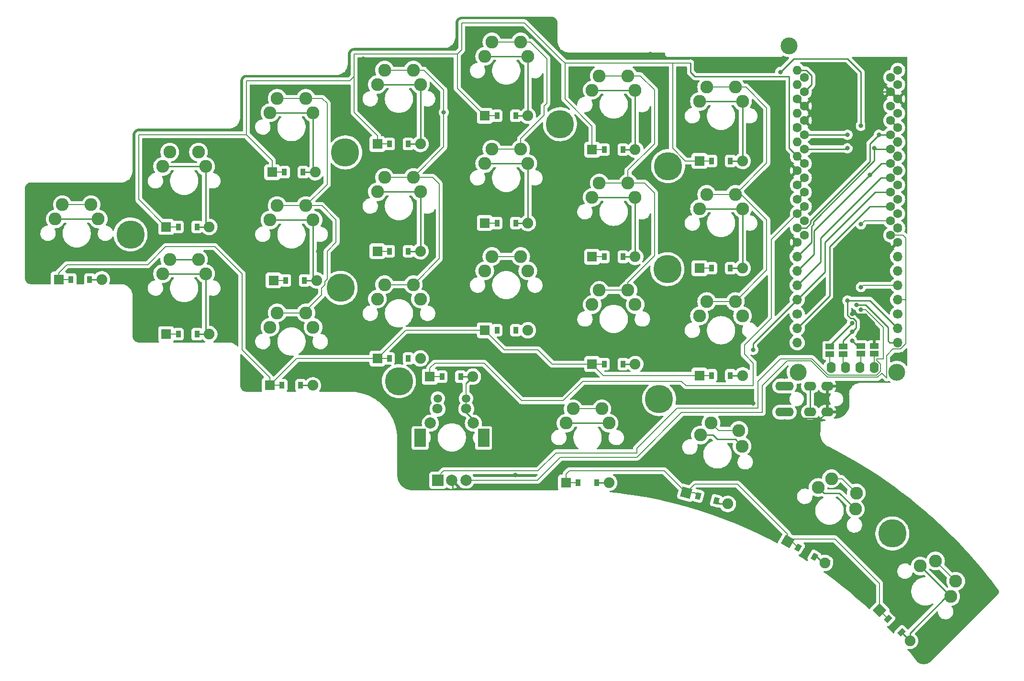
<source format=gbr>
%TF.GenerationSoftware,KiCad,Pcbnew,(6.0.10)*%
%TF.CreationDate,2023-04-21T22:00:42+03:00*%
%TF.ProjectId,blaster,626c6173-7465-4722-9e6b-696361645f70,v1.0.0*%
%TF.SameCoordinates,Original*%
%TF.FileFunction,Copper,L1,Top*%
%TF.FilePolarity,Positive*%
%FSLAX46Y46*%
G04 Gerber Fmt 4.6, Leading zero omitted, Abs format (unit mm)*
G04 Created by KiCad (PCBNEW (6.0.10)) date 2023-04-21 22:00:42*
%MOMM*%
%LPD*%
G01*
G04 APERTURE LIST*
G04 Aperture macros list*
%AMRotRect*
0 Rectangle, with rotation*
0 The origin of the aperture is its center*
0 $1 length*
0 $2 width*
0 $3 Rotation angle, in degrees counterclockwise*
0 Add horizontal line*
21,1,$1,$2,0,0,$3*%
G04 Aperture macros list end*
%TA.AperFunction,ComponentPad*%
%ADD10C,2.286000*%
%TD*%
%TA.AperFunction,SMDPad,CuDef*%
%ADD11R,0.900000X1.200000*%
%TD*%
%TA.AperFunction,ComponentPad*%
%ADD12R,1.778000X1.778000*%
%TD*%
%TA.AperFunction,ComponentPad*%
%ADD13C,1.905000*%
%TD*%
%TA.AperFunction,ComponentPad*%
%ADD14C,5.000000*%
%TD*%
%TA.AperFunction,SMDPad,CuDef*%
%ADD15R,1.500000X1.000000*%
%TD*%
%TA.AperFunction,ComponentPad*%
%ADD16R,2.000000X2.000000*%
%TD*%
%TA.AperFunction,ComponentPad*%
%ADD17C,2.000000*%
%TD*%
%TA.AperFunction,ComponentPad*%
%ADD18R,2.000000X3.200000*%
%TD*%
%TA.AperFunction,ComponentPad*%
%ADD19C,1.500000*%
%TD*%
%TA.AperFunction,ComponentPad*%
%ADD20O,2.200000X1.600000*%
%TD*%
%TA.AperFunction,ComponentPad*%
%ADD21C,3.000000*%
%TD*%
%TA.AperFunction,ComponentPad*%
%ADD22C,1.800000*%
%TD*%
%TA.AperFunction,ComponentPad*%
%ADD23O,1.600000X2.000000*%
%TD*%
%TA.AperFunction,ComponentPad*%
%ADD24RotRect,1.778000X1.778000X315.000000*%
%TD*%
%TA.AperFunction,SMDPad,CuDef*%
%ADD25RotRect,0.900000X1.200000X315.000000*%
%TD*%
%TA.AperFunction,ComponentPad*%
%ADD26O,1.600000X1.600000*%
%TD*%
%TA.AperFunction,ComponentPad*%
%ADD27C,1.600000*%
%TD*%
%TA.AperFunction,ComponentPad*%
%ADD28O,1.600000X1.700000*%
%TD*%
%TA.AperFunction,ComponentPad*%
%ADD29O,1.700000X1.700000*%
%TD*%
%TA.AperFunction,ComponentPad*%
%ADD30C,1.700000*%
%TD*%
%TA.AperFunction,ComponentPad*%
%ADD31RotRect,1.778000X1.778000X330.000000*%
%TD*%
%TA.AperFunction,SMDPad,CuDef*%
%ADD32RotRect,0.900000X1.200000X330.000000*%
%TD*%
%TA.AperFunction,SMDPad,CuDef*%
%ADD33RotRect,0.900000X1.200000X345.000000*%
%TD*%
%TA.AperFunction,ComponentPad*%
%ADD34RotRect,1.778000X1.778000X345.000000*%
%TD*%
%TA.AperFunction,ViaPad*%
%ADD35C,0.800000*%
%TD*%
%TA.AperFunction,Conductor*%
%ADD36C,0.250000*%
%TD*%
%TA.AperFunction,Conductor*%
%ADD37C,0.200000*%
%TD*%
G04 APERTURE END LIST*
D10*
%TO.P,S38,1*%
%TO.N,col4*%
X219133750Y-100682500D03*
%TO.N,N/C*%
X214053750Y-100682500D03*
%TO.P,S38,2*%
%TO.N,index_top*%
X212783750Y-103222500D03*
X220403750Y-103222500D03*
%TD*%
D11*
%TO.P,D5,1*%
%TO.N,row1*%
X158571591Y-136930708D03*
D12*
X156411591Y-136930708D03*
D11*
%TO.P,D5,2*%
%TO.N,pinky_home*%
X161871591Y-136930708D03*
D13*
X164031591Y-136930708D03*
%TD*%
D14*
%TO.P,, *%
%TO.N,N/C*%
X207093750Y-109262500D03*
%TD*%
D12*
%TO.P,D8,1*%
%TO.N,row1*%
X174783750Y-131762500D03*
D11*
X176943750Y-131762500D03*
D13*
%TO.P,D8,2*%
%TO.N,ring_home*%
X182403750Y-131762500D03*
D11*
X180243750Y-131762500D03*
%TD*%
%TO.P,D10,1*%
%TO.N,N/C*%
X195943750Y-145762500D03*
D12*
%TO.N,row2*%
X193783750Y-145762500D03*
D11*
%TO.P,D10,2*%
%TO.N,middle_bottom*%
X199243750Y-145762500D03*
D13*
X201403750Y-145762500D03*
%TD*%
D11*
%TO.P,D17,1*%
%TO.N,row1*%
X233943750Y-134762500D03*
D12*
X231783750Y-134762500D03*
D13*
%TO.P,D17,2*%
%TO.N,inner_home*%
X239403750Y-134762500D03*
D11*
X237243750Y-134762500D03*
%TD*%
D14*
%TO.P,, *%
%TO.N,N/C*%
X169093750Y-114262500D03*
%TD*%
D15*
%TO.P, ,1*%
%TO.N,VCC*%
X260350000Y-148575000D03*
%TO.P, ,2*%
%TO.N,N/C*%
X260350000Y-149875000D03*
%TD*%
D16*
%TO.P, ,A*%
%TO.N,enc+*%
X185468750Y-172350000D03*
D17*
%TO.P, ,B*%
%TO.N,enc-*%
X190468750Y-172350000D03*
%TO.P, ,C*%
%TO.N,GND*%
X187968750Y-172350000D03*
D18*
%TO.P, ,MP*%
%TO.N,N/C*%
X193568750Y-164850000D03*
X182368750Y-164850000D03*
D19*
%TO.P, ,S1*%
%TO.N,row3*%
X190468750Y-157850000D03*
%TO.P, ,S2*%
%TO.N,col1*%
X185468750Y-157850000D03*
%TD*%
D10*
%TO.P,S40,1*%
%TO.N,N/C*%
X233053750Y-121682500D03*
%TO.N,col5*%
X238133750Y-121682500D03*
%TO.P,S40,2*%
%TO.N,inner_home*%
X231783750Y-124222500D03*
X239403750Y-124222500D03*
%TD*%
D12*
%TO.P,D16,1*%
%TO.N,row2*%
X231783750Y-153762500D03*
D11*
%TO.N,N/C*%
X233943750Y-153762500D03*
%TO.P,D16,2*%
%TO.N,inner_bottom*%
X237243750Y-153762500D03*
D13*
X239403750Y-153762500D03*
%TD*%
D10*
%TO.P,S26,1*%
%TO.N,N/C*%
X138053750Y-114207500D03*
%TO.N,col0*%
X143133750Y-114207500D03*
%TO.P,S26,2*%
%TO.N,pinkycluster_top*%
X136783750Y-116747500D03*
X144403750Y-116747500D03*
%TD*%
D12*
%TO.P,D6,1*%
%TO.N,row0*%
X156183750Y-117762500D03*
D11*
%TO.N,N/C*%
X158343750Y-117762500D03*
%TO.P,D6,2*%
%TO.N,pinky_top*%
X161643750Y-117762500D03*
D13*
X163803750Y-117762500D03*
%TD*%
D10*
%TO.P,S30,1*%
%TO.N,N/C*%
X176053750Y-137682500D03*
X181133750Y-137682500D03*
%TO.P,S30,2*%
%TO.N,ring_bottom*%
X182403750Y-140222500D03*
X174783750Y-140222500D03*
%TD*%
D12*
%TO.P,D4,1*%
%TO.N,row2*%
X155761591Y-155530708D03*
D11*
%TO.N,N/C*%
X157921591Y-155530708D03*
D13*
%TO.P,D4,2*%
%TO.N,pinky_bottom*%
X163381591Y-155530708D03*
D11*
X161221591Y-155530708D03*
%TD*%
D20*
%TO.P,TRRS1,1*%
%TO.N,Data*%
X246275000Y-160256250D03*
X246275000Y-155656250D03*
%TO.P,TRRS1,2*%
X247375000Y-160256250D03*
X247375000Y-155656250D03*
%TO.P,TRRS1,3*%
%TO.N,VCC*%
X251375000Y-155656250D03*
X251375000Y-160256250D03*
%TO.P,TRRS1,4*%
%TO.N,GND*%
X254375000Y-160256250D03*
X254375000Y-155656250D03*
%TD*%
D12*
%TO.P,D7,1*%
%TO.N,row2*%
X174783750Y-150762500D03*
D11*
%TO.N,N/C*%
X176943750Y-150762500D03*
%TO.P,D7,2*%
%TO.N,ring_bottom*%
X180243750Y-150762500D03*
D13*
X182403750Y-150762500D03*
%TD*%
D10*
%TO.P,S32,1*%
%TO.N,N/C*%
X176053750Y-99682500D03*
X181133750Y-99682500D03*
%TO.P,S32,2*%
%TO.N,ring_top*%
X182403750Y-102222500D03*
X174783750Y-102222500D03*
%TD*%
D12*
%TO.P,D14,1*%
%TO.N,row1*%
X212783750Y-132762500D03*
D11*
X214943750Y-132762500D03*
%TO.P,D14,2*%
%TO.N,index_home*%
X218243750Y-132762500D03*
D13*
X220403750Y-132762500D03*
%TD*%
D10*
%TO.P,S25,1*%
%TO.N,N/C*%
X143133750Y-133207500D03*
%TO.N,col0*%
X138053750Y-133207500D03*
%TO.P,S25,2*%
%TO.N,pinkycluster_home*%
X136783750Y-135747500D03*
X144403750Y-135747500D03*
%TD*%
%TO.P,S33,1*%
%TO.N,col3*%
X200133750Y-132682500D03*
%TO.N,N/C*%
X195053750Y-132682500D03*
%TO.P,S33,2*%
%TO.N,middle_bottom*%
X201403750Y-135222500D03*
X193783750Y-135222500D03*
%TD*%
D11*
%TO.P,D9,1*%
%TO.N,N/C*%
X176943750Y-112762500D03*
D12*
%TO.N,row0*%
X174783750Y-112762500D03*
D13*
%TO.P,D9,2*%
%TO.N,ring_top*%
X182403750Y-112762500D03*
D11*
X180243750Y-112762500D03*
%TD*%
D10*
%TO.P,S46,1*%
%TO.N,N/C*%
X277127432Y-190231267D03*
%TO.N,col5*%
X273535329Y-186639164D03*
%TO.P,S46,2*%
%TO.N,far_thumb*%
X270841252Y-187537190D03*
X276229406Y-192925344D03*
%TD*%
D14*
%TO.P,, *%
%TO.N,N/C*%
X265906250Y-181768750D03*
%TD*%
D15*
%TO.P, ,1*%
%TO.N,SDA*%
X254793750Y-148675000D03*
%TO.P, ,2*%
%TO.N,N/C*%
X254793750Y-149975000D03*
%TD*%
D12*
%TO.P,D20,1*%
%TO.N,N/C*%
X208158750Y-172762500D03*
D11*
X210318750Y-172762500D03*
D13*
%TO.P,D20,2*%
%TO.N,near1_thumb*%
X215778750Y-172762500D03*
D11*
X213618750Y-172762500D03*
%TD*%
D10*
%TO.P,S39,1*%
%TO.N,N/C*%
X233053750Y-140682500D03*
%TO.N,col5*%
X238133750Y-140682500D03*
%TO.P,S39,2*%
%TO.N,inner_bottom*%
X231783750Y-143222500D03*
X239403750Y-143222500D03*
%TD*%
D21*
%TO.P,, *%
%TO.N,N/C*%
X247650000Y-95356757D03*
%TD*%
D10*
%TO.P,S35,1*%
%TO.N,col3*%
X200133750Y-94682500D03*
%TO.N,N/C*%
X195053750Y-94682500D03*
%TO.P,S35,2*%
%TO.N,middle_top*%
X193783750Y-97222500D03*
X201403750Y-97222500D03*
%TD*%
%TO.P,S28,1*%
%TO.N,col1*%
X162133750Y-123682500D03*
%TO.N,N/C*%
X157053750Y-123682500D03*
%TO.P,S28,2*%
%TO.N,pinky_home*%
X155783750Y-126222500D03*
X163403750Y-126222500D03*
%TD*%
D21*
%TO.P,, *%
%TO.N,N/C*%
X249237500Y-153193750D03*
%TD*%
D14*
%TO.P,, *%
%TO.N,N/C*%
X131093750Y-128787500D03*
%TD*%
D22*
%TO.P,S42,1*%
%TO.N,col1*%
X185428750Y-159682500D03*
%TO.N,row3*%
X190508750Y-159682500D03*
D17*
%TO.P,S42,2*%
X191778750Y-162222500D03*
%TO.N,col1*%
X184158750Y-162222500D03*
%TD*%
D21*
%TO.P,, *%
%TO.N,N/C*%
X266700000Y-153193750D03*
%TD*%
D10*
%TO.P,S43,1*%
%TO.N,N/C*%
X209428750Y-159682500D03*
%TO.N,col2*%
X214508750Y-159682500D03*
%TO.P,S43,2*%
%TO.N,near1_thumb*%
X208158750Y-162222500D03*
X215778750Y-162222500D03*
%TD*%
D14*
%TO.P,, *%
%TO.N,N/C*%
X226218750Y-116681250D03*
%TD*%
D23*
%TO.P,SSD1306,1*%
%TO.N,N/C*%
X262682500Y-152400000D03*
%TO.P,SSD1306,2*%
X260142500Y-152400000D03*
%TO.P,SSD1306,3*%
X257602500Y-152400000D03*
%TO.P,SSD1306,4*%
X255062500Y-152400000D03*
%TD*%
D14*
%TO.P,, *%
%TO.N,N/C*%
X178593750Y-154781250D03*
%TD*%
D10*
%TO.P,S37,1*%
%TO.N,N/C*%
X214053750Y-119682500D03*
%TO.N,col4*%
X219133750Y-119682500D03*
%TO.P,S37,2*%
%TO.N,index_home*%
X212783750Y-122222500D03*
X220403750Y-122222500D03*
%TD*%
D12*
%TO.P,D11,1*%
%TO.N,row1*%
X193783750Y-126762500D03*
D11*
X195943750Y-126762500D03*
D13*
%TO.P,D11,2*%
%TO.N,middle_home*%
X201403750Y-126762500D03*
D11*
X199243750Y-126762500D03*
%TD*%
D12*
%TO.P,D18,1*%
%TO.N,row0*%
X231783750Y-115762500D03*
D11*
%TO.N,N/C*%
X233943750Y-115762500D03*
%TO.P,D18,2*%
%TO.N,inner_top*%
X237243750Y-115762500D03*
D13*
X239403750Y-115762500D03*
%TD*%
D24*
%TO.P,D23,1*%
%TO.N,row3*%
X263632947Y-195370447D03*
D25*
%TO.N,N/C*%
X265160298Y-196897798D03*
%TO.P,D23,2*%
%TO.N,far_thumb*%
X267493750Y-199231250D03*
D13*
X269021101Y-200758601D03*
%TD*%
D10*
%TO.P,S27,1*%
%TO.N,col1*%
X162133750Y-142682500D03*
%TO.N,N/C*%
X157053750Y-142682500D03*
%TO.P,S27,2*%
%TO.N,pinky_bottom*%
X155783750Y-145222500D03*
X163403750Y-145222500D03*
%TD*%
D11*
%TO.P,D1,1*%
%TO.N,N/C*%
X120571591Y-136755708D03*
D12*
%TO.N,row2*%
X118411591Y-136755708D03*
D13*
%TO.P,D1,2*%
%TO.N,pinkycluster1_home*%
X126031591Y-136755708D03*
D11*
X123871591Y-136755708D03*
%TD*%
D14*
%TO.P,, *%
%TO.N,N/C*%
X224631250Y-157956250D03*
%TD*%
D10*
%TO.P,S41,1*%
%TO.N,col5*%
X238133750Y-102682500D03*
%TO.N,N/C*%
X233053750Y-102682500D03*
%TO.P,S41,2*%
%TO.N,inner_top*%
X231783750Y-105222500D03*
X239403750Y-105222500D03*
%TD*%
D11*
%TO.P,D12,1*%
%TO.N,N/C*%
X195943750Y-107762500D03*
D12*
%TO.N,row0*%
X193783750Y-107762500D03*
D11*
%TO.P,D12,2*%
%TO.N,middle_top*%
X199243750Y-107762500D03*
D13*
X201403750Y-107762500D03*
%TD*%
D12*
%TO.P,D15,1*%
%TO.N,row0*%
X212783750Y-113762500D03*
D11*
%TO.N,N/C*%
X214943750Y-113762500D03*
D13*
%TO.P,D15,2*%
%TO.N,index_top*%
X220403750Y-113762500D03*
D11*
X218243750Y-113762500D03*
%TD*%
D10*
%TO.P,S31,1*%
%TO.N,col2*%
X181133750Y-118682500D03*
%TO.N,N/C*%
X176053750Y-118682500D03*
%TO.P,S31,2*%
%TO.N,ring_home*%
X182403750Y-121222500D03*
X174783750Y-121222500D03*
%TD*%
D12*
%TO.P,D13,1*%
%TO.N,row2*%
X212783750Y-151762500D03*
D11*
%TO.N,N/C*%
X214943750Y-151762500D03*
%TO.P,D13,2*%
%TO.N,index_bottom*%
X218243750Y-151762500D03*
D13*
X220403750Y-151762500D03*
%TD*%
D15*
%TO.P, ,1*%
%TO.N,SCL*%
X257175000Y-148675000D03*
%TO.P, ,2*%
%TO.N,N/C*%
X257175000Y-149975000D03*
%TD*%
D26*
%TO.P,this side up,1*%
%TO.N,Data*%
X249078750Y-99695000D03*
%TO.P,this side up,2*%
%TO.N,N/C*%
X249078750Y-102235000D03*
D27*
%TO.P,this side up,3*%
%TO.N,GND*%
X249078750Y-104775000D03*
D26*
%TO.P,this side up,4*%
%TO.N,N/C*%
X249078750Y-107315000D03*
D28*
%TO.P,this side up,5*%
X249078750Y-109855000D03*
D26*
%TO.P,this side up,6*%
X249078750Y-112395000D03*
D27*
%TO.P,this side up,8*%
%TO.N,GND*%
X249078750Y-117475000D03*
%TO.P,this side up,9*%
%TO.N,row1*%
X249078750Y-120015000D03*
%TO.P,this side up,10*%
%TO.N,row2*%
X249078750Y-122555000D03*
%TO.P,this side up,11*%
%TO.N,row3*%
X249078750Y-125095000D03*
%TO.P,this side up,12*%
%TO.N,col0*%
X249078750Y-127635000D03*
%TO.P,this side up,13*%
%TO.N,GND*%
X249078750Y-130175000D03*
D29*
%TO.P,this side up,14*%
%TO.N,col1*%
X249078750Y-132715000D03*
%TO.P,this side up,15*%
%TO.N,col2*%
X249078750Y-135255000D03*
%TO.P,this side up,16*%
%TO.N,col3*%
X249078750Y-137795000D03*
%TO.P,this side up,17*%
%TO.N,col4*%
X249078750Y-140335000D03*
D30*
%TO.P,this side up,18*%
%TO.N,N/C*%
X249078750Y-142875000D03*
D29*
%TO.P,this side up,19*%
%TO.N,col5*%
X249078750Y-145415000D03*
%TO.P,this side up,20*%
%TO.N,N/C*%
X249078750Y-147955000D03*
%TO.P,this side up,21*%
%TO.N,SDA*%
X266858750Y-147955000D03*
%TO.P,this side up,22*%
%TO.N,SCL*%
X266858750Y-145415000D03*
D30*
%TO.P,this side up,23*%
%TO.N,N/C*%
X266858750Y-142875000D03*
D29*
%TO.P,this side up,24*%
%TO.N,enc-*%
X266858750Y-140335000D03*
%TO.P,this side up,25*%
%TO.N,enc+*%
X266858750Y-137795000D03*
%TO.P,this side up,26*%
%TO.N,N/C*%
X266858750Y-135255000D03*
%TO.P,this side up,27*%
X266858750Y-132715000D03*
D27*
%TO.P,this side up,28*%
%TO.N,GND*%
X266858750Y-130175000D03*
D28*
%TO.P,this side up,29*%
%TO.N,N/C*%
X266858750Y-127635000D03*
D27*
%TO.P,this side up,30*%
X266858750Y-125095000D03*
%TO.P,this side up,31*%
X266858750Y-122555000D03*
%TO.P,this side up,32*%
X266858750Y-120015000D03*
D30*
%TO.P,this side up,33*%
X266858750Y-117475000D03*
D29*
%TO.P,this side up,34*%
X266858750Y-114935000D03*
%TO.P,this side up,35*%
X266858750Y-112395000D03*
D27*
%TO.P,this side up,36*%
%TO.N,VCC*%
X266858750Y-109855000D03*
%TO.P,this side up,37*%
%TO.N,N/C*%
X266858750Y-107315000D03*
%TO.P,this side up,38*%
%TO.N,GND*%
X266858750Y-104775000D03*
%TO.P,this side up,39*%
%TO.N,N/C*%
X266858750Y-102235000D03*
%TO.P,this side up,40*%
X266858750Y-99695000D03*
D26*
%TO.P,this side up,e*%
%TO.N,row0*%
X249078750Y-114935000D03*
%TD*%
D14*
%TO.P,, *%
%TO.N,N/C*%
X168275000Y-138262500D03*
%TD*%
D10*
%TO.P,S36,1*%
%TO.N,col4*%
X219133750Y-138682500D03*
%TO.N,N/C*%
X214053750Y-138682500D03*
%TO.P,S36,2*%
%TO.N,index_bottom*%
X220403750Y-141222500D03*
X212783750Y-141222500D03*
%TD*%
D31*
%TO.P,D22,1*%
%TO.N,N/C*%
X247361611Y-183164070D03*
D32*
X249232226Y-184244070D03*
%TO.P,D22,2*%
%TO.N,home_thumb*%
X252090110Y-185894070D03*
D13*
X253960725Y-186974070D03*
%TD*%
D12*
%TO.P,D19,1*%
%TO.N,row3*%
X184058750Y-153987500D03*
D11*
%TO.N,N/C*%
X186218750Y-153987500D03*
D13*
%TO.P,D19,2*%
%TO.N,row3*%
X191678750Y-153987500D03*
D11*
X189518750Y-153987500D03*
%TD*%
D12*
%TO.P,D3,1*%
%TO.N,row0*%
X137411591Y-127455708D03*
D11*
%TO.N,N/C*%
X139571591Y-127455708D03*
%TO.P,D3,2*%
%TO.N,pinkycluster_top*%
X142871591Y-127455708D03*
D13*
X145031591Y-127455708D03*
%TD*%
D10*
%TO.P,S45,1*%
%TO.N,N/C*%
X259529649Y-174593463D03*
%TO.N,col4*%
X255130239Y-172053463D03*
%TO.P,S45,2*%
%TO.N,home_thumb*%
X259359501Y-177428167D03*
X252760387Y-173618167D03*
%TD*%
%TO.P,S34,1*%
%TO.N,col3*%
X200133750Y-113682500D03*
%TO.N,N/C*%
X195053750Y-113682500D03*
%TO.P,S34,2*%
%TO.N,middle_home*%
X201403750Y-116222500D03*
X193783750Y-116222500D03*
%TD*%
%TO.P,S44,1*%
%TO.N,col3*%
X238737002Y-163512997D03*
%TO.N,N/C*%
X233830099Y-162198196D03*
%TO.P,S44,2*%
%TO.N,near2_thumb*%
X239306328Y-166295149D03*
X231945973Y-164322948D03*
%TD*%
%TO.P,S29,1*%
%TO.N,col1*%
X162133750Y-104682500D03*
%TO.N,N/C*%
X157053750Y-104682500D03*
%TO.P,S29,2*%
%TO.N,pinky_top*%
X163403750Y-107222500D03*
X155783750Y-107222500D03*
%TD*%
D15*
%TO.P, ,1*%
%TO.N,GND*%
X262731250Y-148575000D03*
%TO.P, ,2*%
%TO.N,N/C*%
X262731250Y-149875000D03*
%TD*%
D33*
%TO.P,D21,1*%
%TO.N,N/C*%
X231530677Y-175112109D03*
D34*
X229444278Y-174553059D03*
D13*
%TO.P,D21,2*%
%TO.N,near2_thumb*%
X236804632Y-176525261D03*
D33*
X234718233Y-175966211D03*
%TD*%
D12*
%TO.P,D2,1*%
%TO.N,row1*%
X137411591Y-146455708D03*
D11*
X139571591Y-146455708D03*
%TO.P,D2,2*%
%TO.N,pinkycluster_home*%
X142871591Y-146455708D03*
D13*
X145031591Y-146455708D03*
%TD*%
D14*
%TO.P,, *%
%TO.N,N/C*%
X226093750Y-134937500D03*
%TD*%
D10*
%TO.P,S24,1*%
%TO.N,col0*%
X124133750Y-123507500D03*
X119053750Y-123507500D03*
%TO.P,S24,2*%
%TO.N,pinkycluster1_home*%
X117783750Y-126047500D03*
X125403750Y-126047500D03*
%TD*%
D27*
%TO.P,MCU1,1*%
%TO.N,RAW*%
X265588750Y-100965000D03*
%TO.P,MCU1,2*%
%TO.N,GND*%
X265588750Y-103505000D03*
%TO.P,MCU1,3*%
%TO.N,RST*%
X265588750Y-106045000D03*
%TO.P,MCU1,4*%
%TO.N,VCC*%
X265588750Y-108585000D03*
%TO.P,MCU1,5*%
%TO.N,col0*%
X265588750Y-111125000D03*
%TO.P,MCU1,6*%
%TO.N,col1*%
X265588750Y-113665000D03*
%TO.P,MCU1,7*%
%TO.N,col2*%
X265588750Y-116205000D03*
%TO.P,MCU1,8*%
%TO.N,col3*%
X265588750Y-118745000D03*
%TO.P,MCU1,9*%
%TO.N,col4*%
X265588750Y-121285000D03*
%TO.P,MCU1,10*%
%TO.N,col5*%
X265588750Y-123825000D03*
%TO.P,MCU1,11*%
%TO.N,enc+*%
X265588750Y-126365000D03*
%TO.P,MCU1,12*%
%TO.N,enc-*%
X265588750Y-128905000D03*
%TO.P,MCU1,13*%
%TO.N,P1*%
X250348750Y-100965000D03*
%TO.P,MCU1,14*%
%TO.N,Data*%
X250348750Y-103505000D03*
%TO.P,MCU1,15*%
%TO.N,GND*%
X250348750Y-106045000D03*
%TO.P,MCU1,16*%
X250348750Y-108585000D03*
%TO.P,MCU1,17*%
%TO.N,SDA*%
X250348750Y-111125000D03*
%TO.P,MCU1,18*%
%TO.N,SCL*%
X250348750Y-113665000D03*
%TO.P,MCU1,19*%
%TO.N,row0*%
X250348750Y-116205000D03*
%TO.P,MCU1,20*%
%TO.N,row1*%
X250348750Y-118745000D03*
%TO.P,MCU1,21*%
%TO.N,row2*%
X250348750Y-121285000D03*
%TO.P,MCU1,22*%
%TO.N,row3*%
X250348750Y-123825000D03*
%TO.P,MCU1,23*%
%TO.N,P8*%
X250348750Y-126365000D03*
%TO.P,MCU1,24*%
%TO.N,P9*%
X250348750Y-128905000D03*
%TD*%
D35*
%TO.N,GND*%
X199231250Y-171450000D03*
X250825000Y-141287500D03*
X189706250Y-107950000D03*
X223043750Y-96837500D03*
X242887500Y-103187500D03*
X241300000Y-180181250D03*
X236537500Y-149225000D03*
X211137500Y-119856250D03*
X200818750Y-129381250D03*
X235743750Y-142081250D03*
X222250000Y-109537500D03*
X186531250Y-100012500D03*
X219075000Y-156368750D03*
X258762500Y-112712500D03*
X217487500Y-129381250D03*
X115887500Y-131762500D03*
X164306250Y-131762500D03*
X222250000Y-127793750D03*
X148431250Y-115887500D03*
X215900000Y-115887500D03*
X237331250Y-157162500D03*
X154781250Y-132556250D03*
X196850000Y-104775000D03*
X192087500Y-92868750D03*
X230187500Y-141287500D03*
X274637500Y-189706250D03*
X267493750Y-150018750D03*
X184943750Y-139700000D03*
X192087500Y-114300000D03*
X135731250Y-142081250D03*
X209550000Y-103981250D03*
X242887500Y-140493750D03*
X257175000Y-173831250D03*
X148431250Y-137318750D03*
X259556250Y-189706250D03*
X241300000Y-158750000D03*
X152400000Y-153987500D03*
X203200000Y-104775000D03*
X258762500Y-142875000D03*
X227012500Y-151606250D03*
X246062500Y-140493750D03*
X172243750Y-97631250D03*
%TO.N,VCC*%
X258762500Y-147637500D03*
%TO.N,SDA*%
X258762500Y-144462500D03*
X259556250Y-141287500D03*
X257968750Y-111125000D03*
%TO.N,SCL*%
X257968750Y-140493750D03*
X257968750Y-113506250D03*
X258762500Y-146050000D03*
%TO.N,col4*%
X241300000Y-149225000D03*
%TO.N,col2*%
X261937500Y-118268750D03*
X246062500Y-100012500D03*
X260350000Y-109537500D03*
X186531250Y-107156250D03*
%TO.N,col1*%
X262731250Y-113506250D03*
%TO.N,col0*%
X263525000Y-111125000D03*
%TO.N,enc+*%
X260350000Y-142081250D03*
X260350000Y-127000000D03*
X260350000Y-138112500D03*
%TD*%
D36*
%TO.N,row3*%
X190508750Y-160346250D02*
X190508750Y-159682500D01*
X191293750Y-161131250D02*
X190508750Y-160346250D01*
X191778750Y-161616250D02*
X191293750Y-161131250D01*
X191778750Y-162222500D02*
X191778750Y-161616250D01*
D37*
X190468750Y-159642500D02*
X190508750Y-159682500D01*
X190468750Y-157850000D02*
X190468750Y-159642500D01*
X190468750Y-157850000D02*
X190468750Y-155197500D01*
D36*
X191678750Y-153987500D02*
X190468750Y-155197500D01*
X191678750Y-153987500D02*
X190793099Y-154873151D01*
X191293750Y-161131250D02*
X191293750Y-162373896D01*
X191293750Y-162373896D02*
X191460552Y-162540698D01*
D37*
%TO.N,*%
X260350000Y-152192500D02*
X260142500Y-152400000D01*
%TO.N,row3*%
X190468750Y-155197500D02*
X190793099Y-154873151D01*
%TO.N,*%
X262731250Y-152351250D02*
X262682500Y-152400000D01*
X260490500Y-152052000D02*
X260142500Y-152400000D01*
X257175000Y-149975000D02*
X257175000Y-151972500D01*
X254793750Y-152131250D02*
X255062500Y-152400000D01*
X260350000Y-149875000D02*
X260350000Y-152192500D01*
X254793750Y-149975000D02*
X254793750Y-152131250D01*
X257175000Y-151972500D02*
X257602500Y-152400000D01*
X262731250Y-149875000D02*
X262731250Y-152351250D01*
D36*
%TO.N,pinkycluster1_home*%
X123871591Y-136755708D02*
X126031591Y-136755708D01*
X117783750Y-126047500D02*
X125403750Y-126047500D01*
X125403750Y-136127867D02*
X126031591Y-136755708D01*
%TO.N,pinkycluster_home*%
X144403750Y-135747500D02*
X136783750Y-135747500D01*
X145031591Y-146455708D02*
X142871591Y-146455708D01*
X144403750Y-145827867D02*
X144403750Y-135747500D01*
X145031591Y-146455708D02*
X144403750Y-145827867D01*
%TO.N,pinkycluster_top*%
X144403750Y-126827867D02*
X144403750Y-116747500D01*
X142871591Y-127455708D02*
X145031591Y-127455708D01*
X145031591Y-127455708D02*
X144403750Y-126827867D01*
X136783750Y-116747500D02*
X144403750Y-116747500D01*
%TO.N,pinky_bottom*%
X161221591Y-155530708D02*
X163381591Y-155530708D01*
%TO.N,pinky_home*%
X164031591Y-136930708D02*
X161871591Y-136930708D01*
X155783750Y-126222500D02*
X163403750Y-126222500D01*
X164031591Y-136930708D02*
X163403750Y-136302867D01*
X163403750Y-136302867D02*
X163403750Y-126222500D01*
%TO.N,pinky_top*%
X163803750Y-117762500D02*
X161643750Y-117762500D01*
X163803750Y-117762500D02*
X163403750Y-117362500D01*
X163403750Y-107222500D02*
X155783750Y-107222500D01*
X163403750Y-117362500D02*
X163403750Y-107222500D01*
%TO.N,ring_home*%
X180243750Y-131762500D02*
X182403750Y-131762500D01*
X182403750Y-121222500D02*
X174783750Y-121222500D01*
X182403750Y-131762500D02*
X182403750Y-121222500D01*
%TO.N,ring_top*%
X182403750Y-102222500D02*
X174783750Y-102222500D01*
X182403750Y-112762500D02*
X182403750Y-102222500D01*
X182403750Y-112762500D02*
X180243750Y-112762500D01*
%TO.N,middle_home*%
X201403750Y-126762500D02*
X201403750Y-116222500D01*
X199243750Y-126762500D02*
X201403750Y-126762500D01*
X201403750Y-116222500D02*
X193783750Y-116222500D01*
%TO.N,middle_top*%
X201403750Y-107762500D02*
X199243750Y-107762500D01*
X193783750Y-97222500D02*
X201403750Y-97222500D01*
X201403750Y-107762500D02*
X201403750Y-97222500D01*
%TO.N,index_bottom*%
X218243750Y-151762500D02*
X220403750Y-151762500D01*
%TO.N,index_home*%
X220403750Y-132762500D02*
X220403750Y-122222500D01*
X218243750Y-132762500D02*
X220403750Y-132762500D01*
X220403750Y-122222500D02*
X212783750Y-122222500D01*
%TO.N,index_top*%
X212783750Y-103222500D02*
X220403750Y-103222500D01*
X220403750Y-113762500D02*
X220403750Y-103222500D01*
X218243750Y-113762500D02*
X220403750Y-113762500D01*
%TO.N,inner_bottom*%
X237243750Y-153762500D02*
X239403750Y-153762500D01*
%TO.N,inner_home*%
X237243750Y-134762500D02*
X239403750Y-134762500D01*
X239403750Y-134762500D02*
X239403750Y-124222500D01*
X239403750Y-124222500D02*
X231783750Y-124222500D01*
%TO.N,inner_top*%
X239403750Y-115762500D02*
X239403750Y-105222500D01*
X239403750Y-105222500D02*
X231783750Y-105222500D01*
X239403750Y-115762500D02*
X237243750Y-115762500D01*
%TO.N,row3*%
X191778750Y-154087500D02*
X191678750Y-153987500D01*
X189518750Y-153987500D02*
X191678750Y-153987500D01*
%TO.N,near1_thumb*%
X215778750Y-162222500D02*
X208158750Y-162222500D01*
X213618750Y-172762500D02*
X215778750Y-172762500D01*
%TO.N,near2_thumb*%
X234172948Y-164322948D02*
X231945973Y-164322948D01*
X234950000Y-165100000D02*
X234172948Y-164322948D01*
X238111179Y-165100000D02*
X234950000Y-165100000D01*
X236804632Y-176525261D02*
X235277283Y-176525261D01*
X239306328Y-166295149D02*
X238111179Y-165100000D01*
X235277283Y-176525261D02*
X234718233Y-175966211D01*
%TO.N,home_thumb*%
X254793750Y-186531250D02*
X253206250Y-186531250D01*
X256556334Y-174625000D02*
X253767220Y-174625000D01*
X253206250Y-186531250D02*
X252569070Y-185894070D01*
X259359501Y-177428167D02*
X256556334Y-174625000D01*
X253767220Y-174625000D02*
X252760387Y-173618167D01*
X252569070Y-185894070D02*
X252090110Y-185894070D01*
%TO.N,far_thumb*%
X269021101Y-200758601D02*
X269021101Y-199411563D01*
X269021101Y-199411563D02*
X275507320Y-192925344D01*
X276229406Y-192925344D02*
X270841252Y-187537190D01*
X275507320Y-192925344D02*
X276229406Y-192925344D01*
X267493750Y-199231250D02*
X269021101Y-200758601D01*
%TO.N,GND*%
X261143750Y-142875000D02*
X258762500Y-142875000D01*
X259556250Y-112712500D02*
X261143750Y-111125000D01*
X243681250Y-166510723D02*
X248810723Y-161381250D01*
X253250000Y-161381250D02*
X254375000Y-160256250D01*
X243681250Y-168275000D02*
X243681250Y-166510723D01*
X258762500Y-112712500D02*
X259556250Y-112712500D01*
X262731250Y-148575000D02*
X262731250Y-144462500D01*
X248810723Y-161381250D02*
X253250000Y-161381250D01*
X254375000Y-155656250D02*
X254375000Y-160256250D01*
X262731250Y-144462500D02*
X261143750Y-142875000D01*
X241300000Y-170656250D02*
X243681250Y-168275000D01*
X261143750Y-103981250D02*
X261620000Y-103505000D01*
X233362500Y-170656250D02*
X241300000Y-170656250D01*
X261620000Y-103505000D02*
X265588750Y-103505000D01*
X188118750Y-172500000D02*
X188118750Y-173831250D01*
X254375000Y-155656250D02*
X254253750Y-155535000D01*
X265588750Y-103505000D02*
X266858750Y-104775000D01*
X231775000Y-169068750D02*
X233362500Y-170656250D01*
X250348750Y-106045000D02*
X249078750Y-104775000D01*
X187968750Y-172350000D02*
X188118750Y-172500000D01*
X207962500Y-169068750D02*
X231775000Y-169068750D01*
X188118750Y-173831250D02*
X203200000Y-173831250D01*
X261143750Y-111125000D02*
X261143750Y-103981250D01*
X203200000Y-173831250D02*
X207962500Y-169068750D01*
%TO.N,VCC*%
X260350000Y-148575000D02*
X259700000Y-148575000D01*
X251375000Y-155656250D02*
X251375000Y-160256250D01*
X259700000Y-148575000D02*
X258762500Y-147637500D01*
X265588750Y-108585000D02*
X266858750Y-109855000D01*
%TO.N,Data*%
X251618750Y-102235000D02*
X250348750Y-103505000D01*
X249078750Y-99695000D02*
X250669741Y-99695000D01*
X250669741Y-99695000D02*
X251618750Y-100644009D01*
X251618750Y-100644009D02*
X251618750Y-102235000D01*
%TO.N,SDA*%
X257968750Y-111125000D02*
X250348750Y-111125000D01*
X259556250Y-141287500D02*
X261143750Y-141287500D01*
X261143750Y-141287500D02*
X265112500Y-145256250D01*
X265112500Y-145256250D02*
X265112500Y-147637500D01*
X254793750Y-148431250D02*
X258762500Y-144462500D01*
X265112500Y-147637500D02*
X265430000Y-147955000D01*
X265430000Y-147955000D02*
X266858750Y-147955000D01*
X254793750Y-148675000D02*
X254793750Y-148431250D01*
%TO.N,SCL*%
X261937500Y-140493750D02*
X266858750Y-145415000D01*
X257810000Y-113665000D02*
X250348750Y-113665000D01*
X259487500Y-145325000D02*
X259487500Y-144162195D01*
X258530945Y-143668750D02*
X257968750Y-143106555D01*
X257175000Y-147637500D02*
X258762500Y-146050000D01*
X258762500Y-146050000D02*
X259487500Y-145325000D01*
X258994055Y-143668750D02*
X258530945Y-143668750D01*
X259487500Y-144162195D02*
X258994055Y-143668750D01*
X257175000Y-148675000D02*
X257725000Y-148675000D01*
X257175000Y-148675000D02*
X257175000Y-147637500D01*
X257968750Y-143106555D02*
X257968750Y-140493750D01*
X257968750Y-140493750D02*
X261937500Y-140493750D01*
X257968750Y-113506250D02*
X257810000Y-113665000D01*
%TO.N,row0*%
X249078750Y-114935000D02*
X250348750Y-116205000D01*
D37*
X156183750Y-115702500D02*
X151606250Y-111125000D01*
X200818750Y-91281250D02*
X207168750Y-97631250D01*
X174783750Y-111283750D02*
X170656250Y-107156250D01*
X139571591Y-127455708D02*
X137411591Y-127455708D01*
X151606250Y-101600000D02*
X169862500Y-101600000D01*
X170656250Y-107156250D02*
X170656250Y-100806250D01*
X175418750Y-112712500D02*
X175468750Y-112762500D01*
X193783750Y-107762500D02*
X188912500Y-102891250D01*
X229268750Y-115762500D02*
X227012500Y-113506250D01*
X227012500Y-113506250D02*
X227012500Y-98425000D01*
X188912500Y-102891250D02*
X188912500Y-96837500D01*
X175368750Y-112762500D02*
X175418750Y-112712500D01*
X151606250Y-111125000D02*
X151606250Y-101600000D01*
D36*
X247650000Y-113506250D02*
X247650000Y-100806250D01*
X249078750Y-114935000D02*
X247650000Y-113506250D01*
D37*
X175468750Y-112762500D02*
X176943750Y-112762500D01*
X137411591Y-127455708D02*
X132556250Y-122600367D01*
D36*
X247650000Y-100806250D02*
X230981250Y-100806250D01*
D37*
X207962500Y-104775000D02*
X207962500Y-98425000D01*
X174783750Y-112762500D02*
X174783750Y-111283750D01*
X207962500Y-98425000D02*
X230187500Y-98425000D01*
X195943750Y-107762500D02*
X193783750Y-107762500D01*
X212783750Y-109596250D02*
X207962500Y-104775000D01*
X231783750Y-115762500D02*
X229268750Y-115762500D01*
X207168750Y-97631250D02*
X207962500Y-98425000D01*
X188912500Y-96837500D02*
X189706250Y-96043750D01*
X132556250Y-122600367D02*
X132556250Y-111125000D01*
D36*
X230187500Y-100012500D02*
X230187500Y-98425000D01*
D37*
X174783750Y-112762500D02*
X175368750Y-112762500D01*
X214943750Y-113762500D02*
X212783750Y-113762500D01*
X233943750Y-115762500D02*
X231783750Y-115762500D01*
X158343750Y-117762500D02*
X156183750Y-117762500D01*
X156183750Y-117762500D02*
X156183750Y-115702500D01*
X169862500Y-101600000D02*
X170656250Y-100806250D01*
X132556250Y-111125000D02*
X151606250Y-111125000D01*
X170656250Y-96837500D02*
X188912500Y-96837500D01*
X170656250Y-100806250D02*
X170656250Y-96837500D01*
X189706250Y-96043750D02*
X189706250Y-91281250D01*
X189706250Y-91281250D02*
X200818750Y-91281250D01*
D36*
X230981250Y-100806250D02*
X230187500Y-100012500D01*
D37*
X212783750Y-113762500D02*
X212783750Y-109596250D01*
%TO.N,row1*%
X193783750Y-126762500D02*
X195943750Y-126762500D01*
X231783750Y-134762500D02*
X233943750Y-134762500D01*
X158571591Y-136930708D02*
X156411591Y-136930708D01*
D36*
X250348750Y-118745000D02*
X249078750Y-120015000D01*
D37*
X174783750Y-131762500D02*
X176943750Y-131762500D01*
X212783750Y-132762500D02*
X214943750Y-132762500D01*
X139571591Y-146455708D02*
X137411591Y-146455708D01*
%TO.N,row2*%
X137318750Y-130968750D02*
X134143750Y-134143750D01*
X212783750Y-151762500D02*
X214943750Y-151762500D01*
X231783750Y-153762500D02*
X233943750Y-153762500D01*
X160529799Y-150762500D02*
X174783750Y-150762500D01*
X120571591Y-136755708D02*
X118411591Y-136755708D01*
X119856250Y-134143750D02*
X118411591Y-135588409D01*
D36*
X250348750Y-121285000D02*
X249078750Y-122555000D01*
D37*
X150812500Y-149225000D02*
X150812500Y-135731250D01*
X179783750Y-145762500D02*
X193783750Y-145762500D01*
X118411591Y-135588409D02*
X118411591Y-136755708D01*
X212783750Y-151762500D02*
X214783750Y-153762500D01*
X174783750Y-150762500D02*
X179783750Y-145762500D01*
X134143750Y-134143750D02*
X119856250Y-134143750D01*
X146050000Y-130968750D02*
X137318750Y-130968750D01*
X193783750Y-145762500D02*
X197246250Y-149225000D01*
X155761591Y-155530708D02*
X155761591Y-154174091D01*
X155761591Y-155530708D02*
X160529799Y-150762500D01*
X176943750Y-150762500D02*
X174783750Y-150762500D01*
X150812500Y-135731250D02*
X146050000Y-130968750D01*
X205737500Y-151762500D02*
X212783750Y-151762500D01*
X197246250Y-149225000D02*
X203200000Y-149225000D01*
X203200000Y-149225000D02*
X205737500Y-151762500D01*
X155761591Y-155530708D02*
X157921591Y-155530708D01*
X155761591Y-154174091D02*
X150812500Y-149225000D01*
X214783750Y-153762500D02*
X231783750Y-153762500D01*
%TO.N,col4*%
X214053750Y-100682500D02*
X219133750Y-100682500D01*
X223837500Y-132556250D02*
X219133750Y-137260000D01*
D36*
X241300000Y-148113750D02*
X241300000Y-149225000D01*
X254000000Y-130175000D02*
X262890000Y-121285000D01*
D37*
X223837500Y-121443750D02*
X223837500Y-132556250D01*
X219133750Y-117416250D02*
X219133750Y-119682500D01*
X214053750Y-138682500D02*
X219133750Y-138682500D01*
D36*
X249078750Y-140335000D02*
X254000000Y-135413750D01*
D37*
X219133750Y-137260000D02*
X219133750Y-138682500D01*
X222076250Y-119682500D02*
X223837500Y-121443750D01*
X219133750Y-119682500D02*
X214053750Y-119682500D01*
X221332500Y-100682500D02*
X223837500Y-103187500D01*
X219133750Y-100682500D02*
X221332500Y-100682500D01*
D36*
X249078750Y-140335000D02*
X241300000Y-148113750D01*
X262890000Y-121285000D02*
X265588750Y-121285000D01*
D37*
X219133750Y-119682500D02*
X222076250Y-119682500D01*
X259529649Y-174593463D02*
X256989649Y-172053463D01*
X256989649Y-172053463D02*
X255130239Y-172053463D01*
X223837500Y-103187500D02*
X223837500Y-112712500D01*
D36*
X254000000Y-135413750D02*
X254000000Y-130175000D01*
D37*
X223837500Y-112712500D02*
X219133750Y-117416250D01*
%TO.N,col5*%
X243681250Y-116135000D02*
X243681250Y-106362500D01*
D36*
X261937500Y-123825000D02*
X255587500Y-130175000D01*
D37*
X233053750Y-140682500D02*
X238133750Y-140682500D01*
X238133750Y-121682500D02*
X233053750Y-121682500D01*
D36*
X265588750Y-123825000D02*
X261937500Y-123825000D01*
D37*
X243681250Y-135135000D02*
X243681250Y-126206250D01*
X233053750Y-102682500D02*
X238133750Y-102682500D01*
D36*
X255587500Y-130175000D02*
X254793750Y-130968750D01*
D37*
X277127432Y-190231267D02*
X273535329Y-186639164D01*
X238133750Y-121682500D02*
X243681250Y-116135000D01*
X243681250Y-106362500D02*
X240001250Y-102682500D01*
X238133750Y-140682500D02*
X243681250Y-135135000D01*
X243681250Y-126206250D02*
X238918750Y-121443750D01*
D36*
X254793750Y-130968750D02*
X254793750Y-139700000D01*
X254793750Y-139700000D02*
X249078750Y-145415000D01*
D37*
X240001250Y-102682500D02*
X238133750Y-102682500D01*
%TO.N,col3*%
X200133750Y-113682500D02*
X200133750Y-111810000D01*
X204787500Y-97631250D02*
X201838750Y-94682500D01*
X204787500Y-105568750D02*
X204787500Y-97631250D01*
X238737002Y-163512997D02*
X235144900Y-163512997D01*
D36*
X263842500Y-118745000D02*
X253206250Y-129381250D01*
D37*
X204293750Y-107650000D02*
X204293750Y-106062500D01*
X235144900Y-163512997D02*
X233830099Y-162198196D01*
X200133750Y-113682500D02*
X195053750Y-113682500D01*
X200133750Y-111810000D02*
X204293750Y-107650000D01*
X204293750Y-106062500D02*
X204787500Y-105568750D01*
X195053750Y-132682500D02*
X200133750Y-132682500D01*
D36*
X253206250Y-129381250D02*
X253206250Y-133667500D01*
D37*
X195053750Y-94682500D02*
X200133750Y-94682500D01*
X201838750Y-94682500D02*
X200133750Y-94682500D01*
D36*
X265588750Y-118745000D02*
X263842500Y-118745000D01*
X253206250Y-133667500D02*
X249078750Y-137795000D01*
D37*
%TO.N,col2*%
X185737500Y-133078750D02*
X185737500Y-119856250D01*
X184563750Y-118682500D02*
X181133750Y-118682500D01*
X185737500Y-119856250D02*
X184563750Y-118682500D01*
D36*
X252068750Y-128137500D02*
X252068750Y-132265000D01*
X252068750Y-132265000D02*
X249078750Y-135255000D01*
X261937500Y-118268750D02*
X252068750Y-128137500D01*
D37*
X186531250Y-107156250D02*
X186531250Y-103187500D01*
X181133750Y-137682500D02*
X185737500Y-133078750D01*
X183026250Y-99682500D02*
X181133750Y-99682500D01*
X214508750Y-159682500D02*
X209428750Y-159682500D01*
X186531250Y-113285000D02*
X186531250Y-107156250D01*
X181133750Y-137682500D02*
X176053750Y-137682500D01*
D36*
X265588750Y-116205000D02*
X264001250Y-116205000D01*
X257968750Y-97631250D02*
X260350000Y-100012500D01*
D37*
X186531250Y-103187500D02*
X183026250Y-99682500D01*
X176053750Y-99682500D02*
X181133750Y-99682500D01*
D36*
X249237500Y-97631250D02*
X257968750Y-97631250D01*
X248443750Y-97631250D02*
X249237500Y-97631250D01*
X264001250Y-116205000D02*
X261937500Y-118268750D01*
D37*
X181133750Y-118682500D02*
X176053750Y-118682500D01*
X181133750Y-118682500D02*
X186531250Y-113285000D01*
D36*
X260350000Y-100012500D02*
X260350000Y-109537500D01*
X246062500Y-100012500D02*
X248443750Y-97631250D01*
%TO.N,col1*%
X251923750Y-127017387D02*
X251618750Y-127322387D01*
X251923750Y-126537646D02*
X251923750Y-127017387D01*
X251618750Y-130175000D02*
X249078750Y-132715000D01*
D37*
X165475000Y-137102702D02*
X165893750Y-136683952D01*
X165893750Y-105568750D02*
X165893750Y-119922500D01*
X162133750Y-104682500D02*
X157053750Y-104682500D01*
X164895341Y-139515909D02*
X164895341Y-138317159D01*
D36*
X262890000Y-113665000D02*
X262731250Y-113506250D01*
D37*
X164957500Y-123682500D02*
X162133750Y-123682500D01*
X162133750Y-123682500D02*
X157053750Y-123682500D01*
D36*
X262731250Y-115730146D02*
X251923750Y-126537646D01*
D37*
X165893750Y-136683952D02*
X165893750Y-131762500D01*
X162133750Y-142682500D02*
X162133750Y-142277500D01*
X165893750Y-119922500D02*
X162133750Y-123682500D01*
D36*
X251618750Y-127322387D02*
X251618750Y-130175000D01*
D37*
X162133750Y-104682500D02*
X165007500Y-104682500D01*
X164895341Y-138317159D02*
X165475000Y-137737500D01*
X165893750Y-131762500D02*
X167481250Y-130175000D01*
X162133750Y-142277500D02*
X164895341Y-139515909D01*
D36*
X262731250Y-113506250D02*
X262731250Y-115730146D01*
D37*
X167481250Y-126206250D02*
X164957500Y-123682500D01*
X162133750Y-142682500D02*
X157053750Y-142682500D01*
D36*
X265588750Y-113665000D02*
X262890000Y-113665000D01*
D37*
X165007500Y-104682500D02*
X165893750Y-105568750D01*
X165475000Y-137737500D02*
X165475000Y-137102702D01*
X167481250Y-130175000D02*
X167481250Y-126206250D01*
%TO.N,row3*%
X208158750Y-171253750D02*
X208756250Y-170656250D01*
X248152226Y-183164070D02*
X247361611Y-183164070D01*
X247361611Y-183164070D02*
X247804431Y-182721250D01*
X244475000Y-129698750D02*
X249078750Y-125095000D01*
X228600000Y-154781250D02*
X229393750Y-155575000D01*
X184058750Y-153987500D02*
X186218750Y-153987500D01*
X208756250Y-170656250D02*
X225547469Y-170656250D01*
X241300000Y-155575000D02*
X241300000Y-151606250D01*
X249232226Y-184244070D02*
X248152226Y-183164070D01*
X244475000Y-143659581D02*
X244475000Y-129698750D01*
X247804431Y-182721250D02*
X255746250Y-182721250D01*
X247361611Y-181888225D02*
X247361611Y-183164070D01*
X230959837Y-173037500D02*
X238510886Y-173037500D01*
X263632947Y-190607947D02*
X263632947Y-195370447D01*
X239712500Y-150018750D02*
X239712500Y-148422081D01*
X265160298Y-196897798D02*
X263632947Y-195370447D01*
X184943750Y-151606250D02*
X193675000Y-151606250D01*
X207679250Y-158239500D02*
X211137500Y-154781250D01*
X225547469Y-170656250D02*
X229444278Y-174553059D01*
X238510886Y-173037500D02*
X247361611Y-181888225D01*
X231530677Y-175112109D02*
X230971627Y-174553059D01*
X230971627Y-174553059D02*
X229444278Y-174553059D01*
X184058750Y-153987500D02*
X184058750Y-152491250D01*
X193675000Y-151606250D02*
X200308250Y-158239500D01*
D36*
X250348750Y-123825000D02*
X249078750Y-125095000D01*
D37*
X208158750Y-172762500D02*
X210318750Y-172762500D01*
X255746250Y-182721250D02*
X263632947Y-190607947D01*
X239712500Y-148422081D02*
X244475000Y-143659581D01*
X229393750Y-155575000D02*
X241300000Y-155575000D01*
X200308250Y-158239500D02*
X207679250Y-158239500D01*
X184058750Y-152491250D02*
X184943750Y-151606250D01*
X208158750Y-172762500D02*
X208158750Y-171253750D01*
X229444278Y-174553059D02*
X230959837Y-173037500D01*
X211137500Y-154781250D02*
X228600000Y-154781250D01*
X241300000Y-151606250D02*
X239712500Y-150018750D01*
D36*
%TO.N,col0*%
X251473750Y-126351250D02*
X261937500Y-115887500D01*
X249078750Y-127635000D02*
X250669741Y-127635000D01*
X261937500Y-115887500D02*
X261937500Y-112712500D01*
D37*
X119053750Y-123507500D02*
X124133750Y-123507500D01*
D36*
X261937500Y-112712500D02*
X263525000Y-111125000D01*
X251473750Y-126830991D02*
X251473750Y-126351250D01*
X263525000Y-111125000D02*
X265588750Y-111125000D01*
X138053750Y-133207500D02*
X143133750Y-133207500D01*
X250669741Y-127635000D02*
X251473750Y-126830991D01*
D37*
%TO.N,enc-*%
X264900000Y-150231250D02*
X266026250Y-149105000D01*
X266026250Y-149105000D02*
X267335096Y-149105000D01*
X251553679Y-151212500D02*
X254441180Y-154100000D01*
X190468750Y-172350000D02*
X203093750Y-172350000D01*
X268128750Y-140335000D02*
X266858750Y-140335000D01*
X203093750Y-172350000D02*
X207168750Y-168275000D01*
X267811250Y-128905000D02*
X265588750Y-128905000D01*
X268287500Y-140493750D02*
X268287500Y-129381250D01*
X242887500Y-155575000D02*
X247250000Y-151212500D01*
X264900000Y-154200000D02*
X264900000Y-150231250D01*
X254441180Y-154100000D02*
X263303821Y-154100000D01*
X220662500Y-168275000D02*
X228600000Y-160337500D01*
X267335096Y-149105000D02*
X268287500Y-148152596D01*
X268287500Y-148152596D02*
X268287500Y-140493750D01*
X263303821Y-154100000D02*
X264051911Y-153351911D01*
X264051911Y-153351911D02*
X264900000Y-154200000D01*
X228600000Y-160337500D02*
X242887500Y-160337500D01*
X268287500Y-129381250D02*
X267811250Y-128905000D01*
X247250000Y-151212500D02*
X251553679Y-151212500D01*
X242887500Y-160337500D02*
X242887500Y-155575000D01*
X207168750Y-168275000D02*
X220662500Y-168275000D01*
X268287500Y-140493750D02*
X268128750Y-140335000D01*
%TO.N,enc+*%
X246062500Y-150812500D02*
X251719365Y-150812500D01*
X263138135Y-153700000D02*
X263782500Y-153055635D01*
X264318750Y-148431250D02*
X264318750Y-145256250D01*
X185468750Y-172350000D02*
X185468750Y-171718750D01*
X263131250Y-151100000D02*
X263131250Y-150812500D01*
X242093750Y-159543750D02*
X242093750Y-154781250D01*
X261143750Y-142081250D02*
X260350000Y-142081250D01*
X220662500Y-166687500D02*
X227806250Y-159543750D01*
X263782500Y-153055635D02*
X263782500Y-151744365D01*
X260667500Y-137795000D02*
X266858750Y-137795000D01*
X254606865Y-153700000D02*
X263138135Y-153700000D01*
X251719365Y-150812500D02*
X254606865Y-153700000D01*
X264318750Y-150812500D02*
X264318750Y-148431250D01*
X263138135Y-151100000D02*
X263131250Y-151100000D01*
X185468750Y-171718750D02*
X186531250Y-170656250D01*
X263131250Y-150812500D02*
X264318750Y-150812500D01*
X220662500Y-167481250D02*
X220662500Y-166687500D01*
X227806250Y-159543750D02*
X242093750Y-159543750D01*
X206375000Y-167481250D02*
X220662500Y-167481250D01*
X260350000Y-138112500D02*
X260667500Y-137795000D01*
X265588750Y-126365000D02*
X260985000Y-126365000D01*
X203200000Y-170656250D02*
X206375000Y-167481250D01*
X264318750Y-148431250D02*
X264318750Y-147955000D01*
X264318750Y-145256250D02*
X261143750Y-142081250D01*
X260985000Y-126365000D02*
X260350000Y-127000000D01*
X242093750Y-154781250D02*
X246062500Y-150812500D01*
X263782500Y-151744365D02*
X263138135Y-151100000D01*
X186531250Y-170656250D02*
X203200000Y-170656250D01*
%TD*%
%TA.AperFunction,Conductor*%
%TO.N,GND*%
G36*
X192328371Y-146391002D02*
G01*
X192374864Y-146444658D01*
X192386250Y-146497000D01*
X192386250Y-146699634D01*
X192393005Y-146761816D01*
X192444135Y-146898205D01*
X192531489Y-147014761D01*
X192648045Y-147102115D01*
X192784434Y-147153245D01*
X192846616Y-147160000D01*
X194268511Y-147160000D01*
X194336632Y-147180002D01*
X194357606Y-147196905D01*
X196781935Y-149621234D01*
X196792802Y-149633625D01*
X196812263Y-149658987D01*
X196844175Y-149683474D01*
X196844178Y-149683477D01*
X196890147Y-149718750D01*
X196939375Y-149756524D01*
X197087400Y-149817838D01*
X197206365Y-149833500D01*
X197206370Y-149833500D01*
X197206379Y-149833501D01*
X197238062Y-149837672D01*
X197246250Y-149838750D01*
X197277943Y-149834578D01*
X197294386Y-149833500D01*
X202895761Y-149833500D01*
X202963882Y-149853502D01*
X202984856Y-149870405D01*
X205273181Y-152158729D01*
X205284048Y-152171120D01*
X205303513Y-152196487D01*
X205344545Y-152227972D01*
X205430624Y-152294024D01*
X205438250Y-152297183D01*
X205438252Y-152297184D01*
X205500209Y-152322847D01*
X205578649Y-152355338D01*
X205586836Y-152356416D01*
X205586837Y-152356416D01*
X205598042Y-152357891D01*
X205629238Y-152361998D01*
X205697615Y-152371000D01*
X205697618Y-152371000D01*
X205697626Y-152371001D01*
X205729311Y-152375172D01*
X205737500Y-152376250D01*
X205769193Y-152372078D01*
X205785636Y-152371000D01*
X211260250Y-152371000D01*
X211328371Y-152391002D01*
X211374864Y-152444658D01*
X211386250Y-152497000D01*
X211386250Y-152699634D01*
X211393005Y-152761816D01*
X211444135Y-152898205D01*
X211531489Y-153014761D01*
X211648045Y-153102115D01*
X211784434Y-153153245D01*
X211846616Y-153160000D01*
X213268511Y-153160000D01*
X213336632Y-153180002D01*
X213357606Y-153196905D01*
X214118356Y-153957655D01*
X214152382Y-154019967D01*
X214147317Y-154090782D01*
X214104770Y-154147618D01*
X214038250Y-154172429D01*
X214029261Y-154172750D01*
X211185636Y-154172750D01*
X211169193Y-154171672D01*
X211137500Y-154167500D01*
X211129311Y-154168578D01*
X211097626Y-154172749D01*
X211097617Y-154172750D01*
X211097615Y-154172750D01*
X211097609Y-154172751D01*
X211097607Y-154172751D01*
X210998043Y-154185859D01*
X210986836Y-154187334D01*
X210986834Y-154187335D01*
X210978649Y-154188412D01*
X210830624Y-154249726D01*
X210824073Y-154254753D01*
X210824071Y-154254754D01*
X210735428Y-154322773D01*
X210735425Y-154322776D01*
X210703513Y-154347263D01*
X210698483Y-154353818D01*
X210684048Y-154372629D01*
X210673181Y-154385020D01*
X207464106Y-157594095D01*
X207401794Y-157628121D01*
X207375011Y-157631000D01*
X200612489Y-157631000D01*
X200544368Y-157610998D01*
X200523394Y-157594095D01*
X194139315Y-151210016D01*
X194128448Y-151197625D01*
X194114013Y-151178813D01*
X194108987Y-151172263D01*
X194077075Y-151147776D01*
X194077072Y-151147773D01*
X194037092Y-151117095D01*
X193988429Y-151079754D01*
X193988427Y-151079753D01*
X193981876Y-151074726D01*
X193833851Y-151013412D01*
X193825664Y-151012334D01*
X193825663Y-151012334D01*
X193814458Y-151010859D01*
X193758575Y-151003502D01*
X193714885Y-150997750D01*
X193714882Y-150997750D01*
X193714874Y-150997749D01*
X193683189Y-150993578D01*
X193675000Y-150992500D01*
X193643307Y-150996672D01*
X193626864Y-150997750D01*
X184991886Y-150997750D01*
X184975443Y-150996672D01*
X184943750Y-150992500D01*
X184935561Y-150993578D01*
X184903876Y-150997749D01*
X184903867Y-150997750D01*
X184903865Y-150997750D01*
X184903859Y-150997751D01*
X184903857Y-150997751D01*
X184804293Y-151010859D01*
X184793086Y-151012334D01*
X184793084Y-151012335D01*
X184784899Y-151013412D01*
X184636874Y-151074726D01*
X184630323Y-151079753D01*
X184630321Y-151079754D01*
X184581658Y-151117095D01*
X184541678Y-151147773D01*
X184541675Y-151147776D01*
X184509763Y-151172263D01*
X184504733Y-151178818D01*
X184490298Y-151197629D01*
X184479431Y-151210020D01*
X183662516Y-152026935D01*
X183650125Y-152037802D01*
X183624763Y-152057263D01*
X183600276Y-152089175D01*
X183600273Y-152089178D01*
X183600267Y-152089186D01*
X183537237Y-152171328D01*
X183527226Y-152184374D01*
X183465912Y-152332399D01*
X183465103Y-152338547D01*
X183464834Y-152340590D01*
X183450250Y-152451365D01*
X183450250Y-152451372D01*
X183446422Y-152480447D01*
X183417699Y-152545374D01*
X183358434Y-152584465D01*
X183321500Y-152590000D01*
X183121616Y-152590000D01*
X183059434Y-152596755D01*
X182923045Y-152647885D01*
X182806489Y-152735239D01*
X182719135Y-152851795D01*
X182668005Y-152988184D01*
X182661250Y-153050366D01*
X182661250Y-154924634D01*
X182668005Y-154986816D01*
X182719135Y-155123205D01*
X182806489Y-155239761D01*
X182923045Y-155327115D01*
X183059434Y-155378245D01*
X183121616Y-155385000D01*
X184995884Y-155385000D01*
X185058066Y-155378245D01*
X185194455Y-155327115D01*
X185311011Y-155239761D01*
X185390592Y-155133576D01*
X185392981Y-155130389D01*
X185392981Y-155130388D01*
X185398365Y-155123205D01*
X185401515Y-155114802D01*
X185404417Y-155109502D01*
X185454676Y-155059357D01*
X185524068Y-155044344D01*
X185559166Y-155052031D01*
X185658434Y-155089245D01*
X185720616Y-155096000D01*
X186716884Y-155096000D01*
X186779066Y-155089245D01*
X186915455Y-155038115D01*
X187032011Y-154950761D01*
X187119365Y-154834205D01*
X187170495Y-154697816D01*
X187177250Y-154635634D01*
X188560250Y-154635634D01*
X188567005Y-154697816D01*
X188618135Y-154834205D01*
X188705489Y-154950761D01*
X188822045Y-155038115D01*
X188958434Y-155089245D01*
X189020616Y-155096000D01*
X189708180Y-155096000D01*
X189776301Y-155116002D01*
X189822794Y-155169658D01*
X189833621Y-155210142D01*
X189843472Y-155314350D01*
X189845593Y-155336792D01*
X189852801Y-155356812D01*
X189860250Y-155399493D01*
X189860250Y-156674141D01*
X189840248Y-156742262D01*
X189806520Y-156777354D01*
X189661228Y-156879088D01*
X189661222Y-156879093D01*
X189656712Y-156882251D01*
X189501001Y-157037962D01*
X189497844Y-157042470D01*
X189497842Y-157042473D01*
X189377851Y-157213838D01*
X189374694Y-157218347D01*
X189372371Y-157223329D01*
X189372368Y-157223334D01*
X189346324Y-157279186D01*
X189281630Y-157417924D01*
X189224635Y-157630629D01*
X189205443Y-157850000D01*
X189224635Y-158069371D01*
X189281630Y-158282076D01*
X189317632Y-158359283D01*
X189372368Y-158476666D01*
X189372371Y-158476671D01*
X189374694Y-158481653D01*
X189377850Y-158486160D01*
X189377851Y-158486162D01*
X189456374Y-158598304D01*
X189479062Y-158665578D01*
X189461777Y-158734439D01*
X189444257Y-158757623D01*
X189410389Y-158793064D01*
X189407475Y-158797336D01*
X189407474Y-158797337D01*
X189394508Y-158816345D01*
X189279869Y-158984399D01*
X189182352Y-159194481D01*
X189120457Y-159417669D01*
X189095845Y-159647969D01*
X189096142Y-159653122D01*
X189096142Y-159653125D01*
X189101817Y-159751541D01*
X189109177Y-159879197D01*
X189110314Y-159884243D01*
X189110315Y-159884249D01*
X189134086Y-159989728D01*
X189160096Y-160105142D01*
X189162038Y-160109924D01*
X189162039Y-160109928D01*
X189223678Y-160261725D01*
X189247234Y-160319737D01*
X189368251Y-160517219D01*
X189519897Y-160692284D01*
X189698099Y-160840230D01*
X189898072Y-160957084D01*
X190114444Y-161039709D01*
X190119505Y-161040739D01*
X190119520Y-161040743D01*
X190318152Y-161081155D01*
X190382126Y-161115530D01*
X190501475Y-161234879D01*
X190535501Y-161297191D01*
X190530436Y-161368006D01*
X190519812Y-161389809D01*
X190433101Y-161531307D01*
X190433096Y-161531317D01*
X190430510Y-161535537D01*
X190428617Y-161540107D01*
X190428615Y-161540111D01*
X190417685Y-161566499D01*
X190339645Y-161754906D01*
X190338490Y-161759718D01*
X190288418Y-161968284D01*
X190284215Y-161985789D01*
X190265585Y-162222500D01*
X190284215Y-162459211D01*
X190285369Y-162464018D01*
X190285370Y-162464024D01*
X190320390Y-162609891D01*
X190339645Y-162690094D01*
X190341538Y-162694665D01*
X190341539Y-162694667D01*
X190424072Y-162893919D01*
X190430510Y-162909463D01*
X190433096Y-162913683D01*
X190551991Y-163107702D01*
X190551995Y-163107708D01*
X190554574Y-163111916D01*
X190708781Y-163292469D01*
X190889334Y-163446676D01*
X190893542Y-163449255D01*
X190893548Y-163449259D01*
X191082929Y-163565312D01*
X191091787Y-163570740D01*
X191096357Y-163572633D01*
X191096361Y-163572635D01*
X191277166Y-163647526D01*
X191311156Y-163661605D01*
X191391359Y-163680860D01*
X191537226Y-163715880D01*
X191537232Y-163715881D01*
X191542039Y-163717035D01*
X191778750Y-163735665D01*
X191862846Y-163729046D01*
X191932326Y-163743642D01*
X191982885Y-163793484D01*
X191998472Y-163862748D01*
X191973821Y-163929870D01*
X191899702Y-164029490D01*
X191889229Y-164043566D01*
X191886814Y-164048316D01*
X191832127Y-164155878D01*
X191784673Y-164249212D01*
X191756766Y-164339087D01*
X191717845Y-164464430D01*
X191717844Y-164464436D01*
X191716261Y-164469533D01*
X191713484Y-164490486D01*
X191686716Y-164692456D01*
X191685950Y-164698232D01*
X191694604Y-164928768D01*
X191741978Y-165154550D01*
X191743936Y-165159509D01*
X191743937Y-165159511D01*
X191772695Y-165232330D01*
X191826717Y-165369122D01*
X191897467Y-165485714D01*
X191935240Y-165547962D01*
X191946397Y-165566349D01*
X191949894Y-165570379D01*
X192029416Y-165662020D01*
X192058955Y-165726579D01*
X192060250Y-165744600D01*
X192060250Y-166498134D01*
X192067005Y-166560316D01*
X192118135Y-166696705D01*
X192205489Y-166813261D01*
X192322045Y-166900615D01*
X192458434Y-166951745D01*
X192520616Y-166958500D01*
X194616884Y-166958500D01*
X194679066Y-166951745D01*
X194815455Y-166900615D01*
X194932011Y-166813261D01*
X195019365Y-166696705D01*
X195070495Y-166560316D01*
X195077250Y-166498134D01*
X195077250Y-163201866D01*
X195070495Y-163139684D01*
X195019365Y-163003295D01*
X194932011Y-162886739D01*
X194815455Y-162799385D01*
X194679066Y-162748255D01*
X194616884Y-162741500D01*
X193365344Y-162741500D01*
X193297223Y-162721498D01*
X193250730Y-162667842D01*
X193240626Y-162597568D01*
X193242825Y-162586086D01*
X193272130Y-162464024D01*
X193272131Y-162464018D01*
X193273285Y-162459211D01*
X193291915Y-162222500D01*
X193273285Y-161985789D01*
X193269083Y-161968284D01*
X193219010Y-161759718D01*
X193217855Y-161754906D01*
X193139815Y-161566499D01*
X193128885Y-161540111D01*
X193128883Y-161540107D01*
X193126990Y-161535537D01*
X193100284Y-161491957D01*
X193005509Y-161337298D01*
X193005505Y-161337292D01*
X193002926Y-161333084D01*
X192848719Y-161152531D01*
X192668166Y-160998324D01*
X192663958Y-160995745D01*
X192663952Y-160995741D01*
X192469933Y-160876846D01*
X192465713Y-160874260D01*
X192461143Y-160872367D01*
X192461139Y-160872365D01*
X192250917Y-160785289D01*
X192250915Y-160785288D01*
X192246344Y-160783395D01*
X192157202Y-160761994D01*
X192020274Y-160729120D01*
X192020268Y-160729119D01*
X192015461Y-160727965D01*
X191907993Y-160719507D01*
X191817189Y-160712360D01*
X191746761Y-160683834D01*
X191725158Y-160665963D01*
X191716377Y-160657972D01*
X191713515Y-160655110D01*
X191690789Y-160632383D01*
X191656765Y-160570071D01*
X191661831Y-160499255D01*
X191677563Y-160469764D01*
X191717190Y-160414617D01*
X191717191Y-160414616D01*
X191720208Y-160410417D01*
X191733141Y-160384250D01*
X191820534Y-160207422D01*
X191820535Y-160207420D01*
X191822828Y-160202780D01*
X191890158Y-159981171D01*
X191920390Y-159751541D01*
X191922077Y-159682500D01*
X191914751Y-159593397D01*
X191903523Y-159456818D01*
X191903522Y-159456812D01*
X191903099Y-159451667D01*
X191851760Y-159247278D01*
X191847934Y-159232044D01*
X191847933Y-159232040D01*
X191846675Y-159227033D01*
X191844399Y-159221799D01*
X191756380Y-159019368D01*
X191756378Y-159019365D01*
X191754320Y-159014631D01*
X191628514Y-158820165D01*
X191605175Y-158794515D01*
X191560346Y-158745249D01*
X191525246Y-158706674D01*
X191494194Y-158642829D01*
X191502589Y-158572330D01*
X191515222Y-158549610D01*
X191562806Y-158481653D01*
X191565132Y-158476666D01*
X191619868Y-158359283D01*
X191655870Y-158282076D01*
X191712865Y-158069371D01*
X191732057Y-157850000D01*
X191712865Y-157630629D01*
X191655870Y-157417924D01*
X191591176Y-157279186D01*
X191565132Y-157223334D01*
X191565129Y-157223329D01*
X191562806Y-157218347D01*
X191559649Y-157213838D01*
X191439658Y-157042473D01*
X191439656Y-157042470D01*
X191436499Y-157037962D01*
X191280788Y-156882251D01*
X191261333Y-156868628D01*
X191130979Y-156777353D01*
X191086651Y-156721896D01*
X191077250Y-156674140D01*
X191077250Y-155537094D01*
X191097252Y-155468973D01*
X191114155Y-155447999D01*
X191137671Y-155424483D01*
X191199983Y-155390457D01*
X191261925Y-155392583D01*
X191264914Y-155393452D01*
X191269747Y-155395297D01*
X191505169Y-155443194D01*
X191640177Y-155448145D01*
X191740088Y-155451809D01*
X191740092Y-155451809D01*
X191745252Y-155451998D01*
X191750372Y-155451342D01*
X191750374Y-155451342D01*
X191825939Y-155441662D01*
X191983550Y-155421471D01*
X191988501Y-155419986D01*
X191988504Y-155419985D01*
X192208712Y-155353919D01*
X192208711Y-155353919D01*
X192213662Y-155352434D01*
X192429408Y-155246741D01*
X192477428Y-155212489D01*
X192620792Y-155110228D01*
X192624995Y-155107230D01*
X192665868Y-155066500D01*
X192748683Y-154983973D01*
X192795170Y-154937648D01*
X192935363Y-154742549D01*
X193041809Y-154527173D01*
X193074659Y-154419051D01*
X193110145Y-154302256D01*
X193110146Y-154302250D01*
X193111649Y-154297304D01*
X193132363Y-154139963D01*
X193142570Y-154062435D01*
X193142570Y-154062431D01*
X193143007Y-154059114D01*
X193143582Y-154035579D01*
X193144675Y-153990865D01*
X193144675Y-153990861D01*
X193144757Y-153987500D01*
X193125072Y-153748063D01*
X193066544Y-153515056D01*
X192997894Y-153357171D01*
X192972807Y-153299474D01*
X192972805Y-153299471D01*
X192970747Y-153294737D01*
X192885865Y-153163530D01*
X192843060Y-153097363D01*
X192843058Y-153097360D01*
X192840252Y-153093023D01*
X192678564Y-152915330D01*
X192589018Y-152844611D01*
X192494080Y-152769633D01*
X192494075Y-152769630D01*
X192490026Y-152766432D01*
X192485510Y-152763939D01*
X192485507Y-152763937D01*
X192284224Y-152652823D01*
X192284220Y-152652821D01*
X192279700Y-152650326D01*
X192274831Y-152648602D01*
X192274827Y-152648600D01*
X192058110Y-152571856D01*
X192058106Y-152571855D01*
X192053235Y-152570130D01*
X192048142Y-152569223D01*
X192048139Y-152569222D01*
X191821802Y-152528905D01*
X191821796Y-152528904D01*
X191816713Y-152527999D01*
X191729350Y-152526932D01*
X191581657Y-152525127D01*
X191581655Y-152525127D01*
X191576487Y-152525064D01*
X191339006Y-152561404D01*
X191230849Y-152596755D01*
X191115567Y-152634434D01*
X191115561Y-152634437D01*
X191110649Y-152636042D01*
X191106063Y-152638429D01*
X191106059Y-152638431D01*
X190906302Y-152742419D01*
X190897550Y-152746975D01*
X190854559Y-152779254D01*
X190712713Y-152885755D01*
X190705430Y-152891223D01*
X190550085Y-153053783D01*
X190543012Y-153061184D01*
X190481488Y-153096614D01*
X190410575Y-153093157D01*
X190351093Y-153049699D01*
X190337394Y-153031421D01*
X190337392Y-153031419D01*
X190332011Y-153024239D01*
X190215455Y-152936885D01*
X190079066Y-152885755D01*
X190016884Y-152879000D01*
X189020616Y-152879000D01*
X188958434Y-152885755D01*
X188822045Y-152936885D01*
X188705489Y-153024239D01*
X188618135Y-153140795D01*
X188567005Y-153277184D01*
X188560250Y-153339366D01*
X188560250Y-154635634D01*
X187177250Y-154635634D01*
X187177250Y-153339366D01*
X187170495Y-153277184D01*
X187119365Y-153140795D01*
X187032011Y-153024239D01*
X186915455Y-152936885D01*
X186779066Y-152885755D01*
X186716884Y-152879000D01*
X185720616Y-152879000D01*
X185658434Y-152885755D01*
X185577889Y-152915950D01*
X185559166Y-152922969D01*
X185488358Y-152928152D01*
X185425989Y-152894231D01*
X185404417Y-152865498D01*
X185401515Y-152860198D01*
X185398365Y-152851795D01*
X185392980Y-152844609D01*
X185316392Y-152742419D01*
X185311011Y-152735239D01*
X185194455Y-152647885D01*
X185152314Y-152632087D01*
X185063645Y-152598846D01*
X185006881Y-152556204D01*
X184982181Y-152489643D01*
X184997389Y-152420294D01*
X185018780Y-152391769D01*
X185158894Y-152251655D01*
X185221206Y-152217629D01*
X185247989Y-152214750D01*
X193370761Y-152214750D01*
X193438882Y-152234752D01*
X193459856Y-152251655D01*
X199843935Y-158635734D01*
X199854802Y-158648125D01*
X199874263Y-158673487D01*
X199880813Y-158678513D01*
X199906175Y-158697974D01*
X199906178Y-158697977D01*
X199987318Y-158760238D01*
X200001374Y-158771024D01*
X200149399Y-158832338D01*
X200157586Y-158833416D01*
X200157587Y-158833416D01*
X200162882Y-158834113D01*
X200268365Y-158848000D01*
X200268366Y-158848000D01*
X200268376Y-158848001D01*
X200300061Y-158852172D01*
X200308250Y-158853250D01*
X200339943Y-158849078D01*
X200356386Y-158848000D01*
X207631114Y-158848000D01*
X207647557Y-158849078D01*
X207679250Y-158853250D01*
X207687439Y-158852172D01*
X207719124Y-158848001D01*
X207719134Y-158848000D01*
X207719135Y-158848000D01*
X207785909Y-158839209D01*
X207856057Y-158850148D01*
X207909156Y-158897276D01*
X207928346Y-158965630D01*
X207918764Y-159012349D01*
X207872278Y-159124576D01*
X207853223Y-159170580D01*
X207843408Y-159211463D01*
X207793903Y-159417669D01*
X207792539Y-159423350D01*
X207772143Y-159682500D01*
X207792539Y-159941650D01*
X207793693Y-159946457D01*
X207793694Y-159946463D01*
X207822680Y-160067198D01*
X207853223Y-160194420D01*
X207855116Y-160198991D01*
X207855117Y-160198993D01*
X207948597Y-160424674D01*
X207956186Y-160495264D01*
X207924407Y-160558751D01*
X207861602Y-160595411D01*
X207730730Y-160626831D01*
X207646830Y-160646973D01*
X207642259Y-160648866D01*
X207642257Y-160648867D01*
X207411238Y-160744558D01*
X207411236Y-160744559D01*
X207406666Y-160746452D01*
X207185021Y-160882277D01*
X207181254Y-160885494D01*
X207181253Y-160885495D01*
X207051732Y-160996116D01*
X206987352Y-161051102D01*
X206984139Y-161054864D01*
X206829463Y-161235967D01*
X206818527Y-161248771D01*
X206682702Y-161470416D01*
X206680809Y-161474986D01*
X206680808Y-161474988D01*
X206642903Y-161566499D01*
X206583223Y-161710580D01*
X206571426Y-161759718D01*
X206528374Y-161939046D01*
X206522539Y-161963350D01*
X206502143Y-162222500D01*
X206522539Y-162481650D01*
X206523693Y-162486457D01*
X206523694Y-162486463D01*
X206549158Y-162592528D01*
X206583223Y-162734420D01*
X206585116Y-162738991D01*
X206585117Y-162738993D01*
X206666191Y-162934722D01*
X206682702Y-162974584D01*
X206818527Y-163196229D01*
X206824709Y-163203467D01*
X206853739Y-163268255D01*
X206843134Y-163338455D01*
X206796259Y-163391778D01*
X206739551Y-163410845D01*
X206712086Y-163413175D01*
X206664188Y-163417239D01*
X206664184Y-163417240D01*
X206658877Y-163417690D01*
X206653722Y-163419028D01*
X206653716Y-163419029D01*
X206440747Y-163474305D01*
X206440743Y-163474306D01*
X206435578Y-163475647D01*
X206430712Y-163477839D01*
X206430709Y-163477840D01*
X206230219Y-163568154D01*
X206225235Y-163570399D01*
X206220815Y-163573375D01*
X206220811Y-163573377D01*
X206217753Y-163575436D01*
X206033865Y-163699238D01*
X205866938Y-163858478D01*
X205851659Y-163879014D01*
X205739702Y-164029490D01*
X205729229Y-164043566D01*
X205726814Y-164048316D01*
X205672127Y-164155878D01*
X205624673Y-164249212D01*
X205596766Y-164339087D01*
X205557845Y-164464430D01*
X205557844Y-164464436D01*
X205556261Y-164469533D01*
X205553484Y-164490486D01*
X205526716Y-164692456D01*
X205525950Y-164698232D01*
X205534604Y-164928768D01*
X205581978Y-165154550D01*
X205583936Y-165159509D01*
X205583937Y-165159511D01*
X205612695Y-165232330D01*
X205666717Y-165369122D01*
X205737467Y-165485714D01*
X205775240Y-165547962D01*
X205786397Y-165566349D01*
X205789894Y-165570379D01*
X205930047Y-165731891D01*
X205937597Y-165740592D01*
X205979732Y-165775140D01*
X206111865Y-165883484D01*
X206111871Y-165883488D01*
X206115993Y-165886868D01*
X206316485Y-166000994D01*
X206321501Y-166002815D01*
X206321506Y-166002817D01*
X206528325Y-166077889D01*
X206528329Y-166077890D01*
X206533340Y-166079709D01*
X206538589Y-166080658D01*
X206538592Y-166080659D01*
X206756273Y-166120022D01*
X206756280Y-166120023D01*
X206760357Y-166120760D01*
X206778094Y-166121596D01*
X206783042Y-166121830D01*
X206783049Y-166121830D01*
X206784530Y-166121900D01*
X206946675Y-166121900D01*
X207013631Y-166116219D01*
X207113312Y-166107761D01*
X207113316Y-166107760D01*
X207118623Y-166107310D01*
X207123778Y-166105972D01*
X207123784Y-166105971D01*
X207336753Y-166050695D01*
X207336757Y-166050694D01*
X207341922Y-166049353D01*
X207346788Y-166047161D01*
X207346791Y-166047160D01*
X207547399Y-165956793D01*
X207552265Y-165954601D01*
X207556685Y-165951625D01*
X207556689Y-165951623D01*
X207732083Y-165833539D01*
X207743635Y-165825762D01*
X207910562Y-165666522D01*
X207985878Y-165565294D01*
X208045087Y-165485714D01*
X208045089Y-165485711D01*
X208048271Y-165481434D01*
X208103055Y-165373683D01*
X208150408Y-165280546D01*
X208150408Y-165280545D01*
X208152827Y-165275788D01*
X208194145Y-165142723D01*
X208219655Y-165060570D01*
X208219656Y-165060564D01*
X208221239Y-165055467D01*
X208237340Y-164933986D01*
X208250850Y-164832053D01*
X208250850Y-164832048D01*
X208251550Y-164826768D01*
X208242896Y-164596232D01*
X208195522Y-164370450D01*
X208178710Y-164327878D01*
X208147643Y-164249212D01*
X208110783Y-164155878D01*
X208058722Y-164070084D01*
X208040483Y-164001471D01*
X208062235Y-163933888D01*
X208117071Y-163888794D01*
X208158842Y-163880270D01*
X208158750Y-163879107D01*
X208417900Y-163858711D01*
X208422707Y-163857557D01*
X208422713Y-163857556D01*
X208584207Y-163818785D01*
X208670670Y-163798027D01*
X208681638Y-163793484D01*
X208906262Y-163700442D01*
X208906264Y-163700441D01*
X208910834Y-163698548D01*
X209132479Y-163562723D01*
X209184929Y-163517927D01*
X209326386Y-163397111D01*
X209330148Y-163393898D01*
X209453873Y-163249034D01*
X209495755Y-163199997D01*
X209495756Y-163199996D01*
X209498973Y-163196229D01*
X209634798Y-162974584D01*
X209651699Y-162933781D01*
X209696248Y-162878501D01*
X209768108Y-162856000D01*
X210035108Y-162856000D01*
X210103229Y-162876002D01*
X210149722Y-162929658D01*
X210159826Y-162999932D01*
X210126958Y-163068253D01*
X210036805Y-163164256D01*
X210034478Y-163167458D01*
X210034477Y-163167460D01*
X210010168Y-163200919D01*
X209851726Y-163418996D01*
X209849819Y-163422465D01*
X209849817Y-163422468D01*
X209701937Y-163691461D01*
X209700034Y-163694923D01*
X209584120Y-163987687D01*
X209505814Y-164292670D01*
X209466350Y-164605062D01*
X209466350Y-164919938D01*
X209505814Y-165232330D01*
X209584120Y-165537313D01*
X209585573Y-165540982D01*
X209585573Y-165540983D01*
X209595616Y-165566349D01*
X209700034Y-165830077D01*
X209701936Y-165833536D01*
X209701937Y-165833539D01*
X209836270Y-166077889D01*
X209851726Y-166106004D01*
X209896376Y-166167460D01*
X210022898Y-166341602D01*
X210036805Y-166360744D01*
X210252352Y-166590278D01*
X210255403Y-166592802D01*
X210324139Y-166649665D01*
X210363877Y-166708499D01*
X210365500Y-166779477D01*
X210328491Y-166840064D01*
X210264601Y-166871025D01*
X210243824Y-166872750D01*
X206423136Y-166872750D01*
X206406693Y-166871672D01*
X206375000Y-166867500D01*
X206366811Y-166868578D01*
X206335126Y-166872749D01*
X206335117Y-166872750D01*
X206335115Y-166872750D01*
X206335109Y-166872751D01*
X206335107Y-166872751D01*
X206235543Y-166885859D01*
X206224336Y-166887334D01*
X206224334Y-166887335D01*
X206216149Y-166888412D01*
X206068124Y-166949726D01*
X206061573Y-166954753D01*
X206061571Y-166954754D01*
X206013673Y-166991508D01*
X205972928Y-167022773D01*
X205972925Y-167022776D01*
X205941013Y-167047263D01*
X205935983Y-167053818D01*
X205921548Y-167072629D01*
X205910681Y-167085020D01*
X202984856Y-170010845D01*
X202922544Y-170044871D01*
X202895761Y-170047750D01*
X186579386Y-170047750D01*
X186562943Y-170046672D01*
X186531250Y-170042500D01*
X186523061Y-170043578D01*
X186491376Y-170047749D01*
X186491367Y-170047750D01*
X186491365Y-170047750D01*
X186491359Y-170047751D01*
X186491357Y-170047751D01*
X186401439Y-170059589D01*
X186380587Y-170062334D01*
X186380586Y-170062334D01*
X186372399Y-170063412D01*
X186364770Y-170066572D01*
X186232002Y-170121566D01*
X186232000Y-170121567D01*
X186224374Y-170124726D01*
X186217825Y-170129752D01*
X186217824Y-170129752D01*
X186173518Y-170163750D01*
X186129183Y-170197770D01*
X186097263Y-170222263D01*
X186077802Y-170247625D01*
X186077800Y-170247628D01*
X186066934Y-170260016D01*
X185522355Y-170804595D01*
X185460043Y-170838621D01*
X185433260Y-170841500D01*
X184420616Y-170841500D01*
X184358434Y-170848255D01*
X184222045Y-170899385D01*
X184105489Y-170986739D01*
X184018135Y-171103295D01*
X183967005Y-171239684D01*
X183960250Y-171301866D01*
X183960250Y-173398134D01*
X183967005Y-173460316D01*
X184018135Y-173596705D01*
X184105489Y-173713261D01*
X184222045Y-173800615D01*
X184358434Y-173851745D01*
X184420616Y-173858500D01*
X186516884Y-173858500D01*
X186579066Y-173851745D01*
X186715455Y-173800615D01*
X186832011Y-173713261D01*
X186839678Y-173703031D01*
X186912776Y-173605497D01*
X186969635Y-173562982D01*
X187040454Y-173557956D01*
X187078767Y-173575176D01*
X187079629Y-173573770D01*
X187277792Y-173695205D01*
X187286587Y-173699687D01*
X187496738Y-173786734D01*
X187506123Y-173789783D01*
X187727304Y-173842885D01*
X187737051Y-173844428D01*
X187963820Y-173862275D01*
X187973680Y-173862275D01*
X188200449Y-173844428D01*
X188210196Y-173842885D01*
X188431377Y-173789783D01*
X188440762Y-173786734D01*
X188650913Y-173699687D01*
X188659708Y-173695205D01*
X188827195Y-173592568D01*
X188836657Y-173582110D01*
X188832874Y-173573334D01*
X187698635Y-172439095D01*
X187664609Y-172376783D01*
X187669674Y-172305968D01*
X187698635Y-172260905D01*
X187879655Y-172079885D01*
X187941967Y-172045859D01*
X188012782Y-172050924D01*
X188057845Y-172079885D01*
X189189040Y-173211080D01*
X189227398Y-173232026D01*
X189262822Y-173260782D01*
X189342612Y-173354204D01*
X189398781Y-173419969D01*
X189579334Y-173574176D01*
X189583542Y-173576755D01*
X189583548Y-173576759D01*
X189756763Y-173682905D01*
X189781787Y-173698240D01*
X189786357Y-173700133D01*
X189786361Y-173700135D01*
X189996583Y-173787211D01*
X190001156Y-173789105D01*
X190049099Y-173800615D01*
X190227226Y-173843380D01*
X190227232Y-173843381D01*
X190232039Y-173844535D01*
X190468750Y-173863165D01*
X190705461Y-173844535D01*
X190710268Y-173843381D01*
X190710274Y-173843380D01*
X190888401Y-173800615D01*
X190936344Y-173789105D01*
X190940917Y-173787211D01*
X191151139Y-173700135D01*
X191151143Y-173700133D01*
X191155713Y-173698240D01*
X191180737Y-173682905D01*
X191353952Y-173576759D01*
X191353958Y-173576755D01*
X191358166Y-173574176D01*
X191538719Y-173419969D01*
X191692926Y-173239416D01*
X191695505Y-173235208D01*
X191695509Y-173235202D01*
X191814404Y-173041183D01*
X191816990Y-173036963D01*
X191818885Y-173032389D01*
X191821131Y-173027980D01*
X191823140Y-173029004D01*
X191861810Y-172981008D01*
X191933681Y-172958500D01*
X203045614Y-172958500D01*
X203062057Y-172959578D01*
X203093750Y-172963750D01*
X203101939Y-172962672D01*
X203133624Y-172958501D01*
X203133634Y-172958500D01*
X203133635Y-172958500D01*
X203134342Y-172958407D01*
X203233207Y-172945391D01*
X203244414Y-172943916D01*
X203244416Y-172943915D01*
X203252601Y-172942838D01*
X203400626Y-172881524D01*
X203409869Y-172874432D01*
X203495822Y-172808477D01*
X203495825Y-172808474D01*
X203527737Y-172783987D01*
X203544225Y-172762500D01*
X203547202Y-172758621D01*
X203558069Y-172746230D01*
X207383894Y-168920405D01*
X207446206Y-168886379D01*
X207472989Y-168883500D01*
X220614364Y-168883500D01*
X220630807Y-168884578D01*
X220662500Y-168888750D01*
X220670689Y-168887672D01*
X220702374Y-168883501D01*
X220702384Y-168883500D01*
X220702385Y-168883500D01*
X220801957Y-168870391D01*
X220813164Y-168868916D01*
X220813166Y-168868915D01*
X220821351Y-168867838D01*
X220969376Y-168806524D01*
X220998295Y-168784334D01*
X221064572Y-168733477D01*
X221064575Y-168733474D01*
X221089937Y-168714013D01*
X221096487Y-168708987D01*
X221115958Y-168683613D01*
X221126816Y-168671233D01*
X228815144Y-160982905D01*
X228877456Y-160948879D01*
X228904239Y-160946000D01*
X232454395Y-160946000D01*
X232522516Y-160966002D01*
X232569009Y-161019658D01*
X232579113Y-161089932D01*
X232550207Y-161153828D01*
X232489876Y-161224467D01*
X232354051Y-161446112D01*
X232352158Y-161450682D01*
X232352157Y-161450684D01*
X232304185Y-161566499D01*
X232254572Y-161686276D01*
X232238096Y-161754906D01*
X232213639Y-161856778D01*
X232193888Y-161939046D01*
X232173492Y-162198196D01*
X232193888Y-162457346D01*
X232195042Y-162462153D01*
X232195043Y-162462159D01*
X232209319Y-162521620D01*
X232205772Y-162592528D01*
X232164452Y-162650262D01*
X232098479Y-162676492D01*
X232076914Y-162676646D01*
X231950903Y-162666729D01*
X231945973Y-162666341D01*
X231686823Y-162686737D01*
X231682016Y-162687891D01*
X231682010Y-162687892D01*
X231542031Y-162721498D01*
X231434053Y-162747421D01*
X231429482Y-162749314D01*
X231429480Y-162749315D01*
X231198461Y-162845006D01*
X231198459Y-162845007D01*
X231193889Y-162846900D01*
X230972244Y-162982725D01*
X230968477Y-162985942D01*
X230968476Y-162985943D01*
X230872103Y-163068253D01*
X230774575Y-163151550D01*
X230605750Y-163349219D01*
X230469925Y-163570864D01*
X230468032Y-163575434D01*
X230468031Y-163575436D01*
X230401823Y-163735277D01*
X230370446Y-163811028D01*
X230358775Y-163859642D01*
X230313479Y-164048316D01*
X230309762Y-164063798D01*
X230289366Y-164322948D01*
X230309762Y-164582098D01*
X230310916Y-164586905D01*
X230310917Y-164586911D01*
X230319741Y-164623665D01*
X230370446Y-164834868D01*
X230372338Y-164839435D01*
X230372340Y-164839442D01*
X230410674Y-164931988D01*
X230418263Y-165002578D01*
X230386483Y-165066065D01*
X230325425Y-165102292D01*
X230271845Y-165104195D01*
X230194327Y-165090178D01*
X230194326Y-165090178D01*
X230190240Y-165089439D01*
X230172503Y-165088603D01*
X230167555Y-165088369D01*
X230167548Y-165088369D01*
X230166067Y-165088299D01*
X230003922Y-165088299D01*
X229941130Y-165093627D01*
X229837285Y-165102438D01*
X229837281Y-165102439D01*
X229831974Y-165102889D01*
X229826819Y-165104227D01*
X229826813Y-165104228D01*
X229613844Y-165159504D01*
X229613840Y-165159505D01*
X229608675Y-165160846D01*
X229603809Y-165163038D01*
X229603806Y-165163039D01*
X229516079Y-165202557D01*
X229398332Y-165255598D01*
X229393912Y-165258574D01*
X229393908Y-165258576D01*
X229331719Y-165300445D01*
X229206962Y-165384437D01*
X229040035Y-165543677D01*
X229023952Y-165565294D01*
X228906914Y-165722599D01*
X228902326Y-165728765D01*
X228899911Y-165733515D01*
X228845224Y-165841077D01*
X228797770Y-165934411D01*
X228778120Y-165997695D01*
X228730942Y-166149629D01*
X228730941Y-166149635D01*
X228729358Y-166154732D01*
X228719511Y-166229026D01*
X228700288Y-166374071D01*
X228699047Y-166383431D01*
X228707701Y-166613967D01*
X228755075Y-166839749D01*
X228757033Y-166844708D01*
X228757034Y-166844710D01*
X228767682Y-166871672D01*
X228839814Y-167054321D01*
X228959494Y-167251548D01*
X228962991Y-167255578D01*
X229049615Y-167355403D01*
X229110694Y-167425791D01*
X229114825Y-167429178D01*
X229284962Y-167568683D01*
X229284968Y-167568687D01*
X229289090Y-167572067D01*
X229489582Y-167686193D01*
X229494598Y-167688014D01*
X229494603Y-167688016D01*
X229701422Y-167763088D01*
X229701426Y-167763089D01*
X229706437Y-167764908D01*
X229711686Y-167765857D01*
X229711689Y-167765858D01*
X229929370Y-167805221D01*
X229929377Y-167805222D01*
X229933454Y-167805959D01*
X229951191Y-167806795D01*
X229956139Y-167807029D01*
X229956146Y-167807029D01*
X229957627Y-167807099D01*
X230119772Y-167807099D01*
X230186728Y-167801418D01*
X230286409Y-167792960D01*
X230286413Y-167792959D01*
X230291720Y-167792509D01*
X230296875Y-167791171D01*
X230296881Y-167791170D01*
X230509850Y-167735894D01*
X230509854Y-167735893D01*
X230515019Y-167734552D01*
X230519885Y-167732360D01*
X230519888Y-167732359D01*
X230720496Y-167641992D01*
X230725362Y-167639800D01*
X230729782Y-167636824D01*
X230729786Y-167636822D01*
X230830995Y-167568683D01*
X230916732Y-167510961D01*
X231083659Y-167351721D01*
X231145296Y-167268878D01*
X231218184Y-167170913D01*
X231218186Y-167170910D01*
X231221368Y-167166633D01*
X231277937Y-167055371D01*
X231323505Y-166965745D01*
X231323505Y-166965744D01*
X231325924Y-166960987D01*
X231371295Y-166814871D01*
X231392752Y-166745769D01*
X231392753Y-166745763D01*
X231394336Y-166740666D01*
X231411835Y-166608636D01*
X231423947Y-166517252D01*
X231423947Y-166517247D01*
X231424647Y-166511967D01*
X231424000Y-166494717D01*
X231416193Y-166286762D01*
X231415993Y-166281431D01*
X231371309Y-166068470D01*
X231376896Y-165997695D01*
X231419861Y-165941175D01*
X231486563Y-165916855D01*
X231524036Y-165920078D01*
X231563920Y-165929653D01*
X231682010Y-165958004D01*
X231682016Y-165958005D01*
X231686823Y-165959159D01*
X231945973Y-165979555D01*
X232205123Y-165959159D01*
X232209930Y-165958005D01*
X232209936Y-165958004D01*
X232381334Y-165916855D01*
X232457893Y-165898475D01*
X232462466Y-165896581D01*
X232693485Y-165800890D01*
X232693487Y-165800889D01*
X232698057Y-165798996D01*
X232919702Y-165663171D01*
X233117371Y-165494346D01*
X233188141Y-165411485D01*
X233282978Y-165300445D01*
X233282979Y-165300444D01*
X233286196Y-165296677D01*
X233422021Y-165075032D01*
X233438922Y-165034229D01*
X233483471Y-164978949D01*
X233555331Y-164956448D01*
X233858354Y-164956448D01*
X233926475Y-164976450D01*
X233947449Y-164993353D01*
X234156653Y-165202557D01*
X234190679Y-165264869D01*
X234185614Y-165335684D01*
X234143067Y-165392520D01*
X234106495Y-165411485D01*
X234045734Y-165431227D01*
X234042148Y-165432914D01*
X234042144Y-165432916D01*
X233764412Y-165563606D01*
X233764405Y-165563610D01*
X233760826Y-165565294D01*
X233494968Y-165734013D01*
X233252352Y-165934722D01*
X233036805Y-166164256D01*
X232851726Y-166418996D01*
X232849819Y-166422465D01*
X232849817Y-166422468D01*
X232701937Y-166691461D01*
X232700034Y-166694923D01*
X232642693Y-166839749D01*
X232595199Y-166959706D01*
X232584120Y-166987687D01*
X232505814Y-167292670D01*
X232466350Y-167605062D01*
X232466350Y-167919938D01*
X232505814Y-168232330D01*
X232584120Y-168537313D01*
X232700034Y-168830077D01*
X232701936Y-168833536D01*
X232701937Y-168833539D01*
X232803546Y-169018364D01*
X232851726Y-169106004D01*
X233036805Y-169360744D01*
X233252352Y-169590278D01*
X233494968Y-169790987D01*
X233760826Y-169959706D01*
X233764405Y-169961390D01*
X233764412Y-169961394D01*
X234042144Y-170092084D01*
X234042148Y-170092086D01*
X234045734Y-170093773D01*
X234345198Y-170191075D01*
X234654496Y-170250077D01*
X234748050Y-170255963D01*
X234888108Y-170264775D01*
X234888124Y-170264776D01*
X234890103Y-170264900D01*
X235047397Y-170264900D01*
X235049376Y-170264776D01*
X235049392Y-170264775D01*
X235189450Y-170255963D01*
X235283004Y-170250077D01*
X235592302Y-170191075D01*
X235891766Y-170093773D01*
X235895352Y-170092086D01*
X235895356Y-170092084D01*
X236173088Y-169961394D01*
X236173095Y-169961390D01*
X236176674Y-169959706D01*
X236442532Y-169790987D01*
X236685148Y-169590278D01*
X236900695Y-169360744D01*
X237085774Y-169106004D01*
X237133955Y-169018364D01*
X237235563Y-168833539D01*
X237235564Y-168833536D01*
X237237466Y-168830077D01*
X237353380Y-168537313D01*
X237431686Y-168232330D01*
X237471150Y-167919938D01*
X237471150Y-167605062D01*
X237431686Y-167292670D01*
X237353380Y-166987687D01*
X237342302Y-166959706D01*
X237294807Y-166839749D01*
X237237466Y-166694923D01*
X237235563Y-166691461D01*
X237087683Y-166422468D01*
X237087681Y-166422465D01*
X237085774Y-166418996D01*
X236900695Y-166164256D01*
X236860033Y-166120955D01*
X236695507Y-165945753D01*
X236663456Y-165882403D01*
X236670743Y-165811781D01*
X236715054Y-165756310D01*
X236787357Y-165733500D01*
X237582910Y-165733500D01*
X237651031Y-165753502D01*
X237697524Y-165807158D01*
X237707628Y-165877432D01*
X237705431Y-165888905D01*
X237670117Y-166035999D01*
X237649721Y-166295149D01*
X237670117Y-166554299D01*
X237671271Y-166559106D01*
X237671272Y-166559112D01*
X237692520Y-166647615D01*
X237730801Y-166807069D01*
X237732694Y-166811640D01*
X237732695Y-166811642D01*
X237820150Y-167022776D01*
X237830280Y-167047233D01*
X237966105Y-167268878D01*
X238134930Y-167466547D01*
X238332599Y-167635372D01*
X238554244Y-167771197D01*
X238558814Y-167773090D01*
X238558816Y-167773091D01*
X238713073Y-167836986D01*
X238794408Y-167870676D01*
X238870372Y-167888913D01*
X238931941Y-167924265D01*
X238964624Y-167987291D01*
X238958044Y-168057982D01*
X238927929Y-168102602D01*
X238857707Y-168169591D01*
X238853841Y-168173279D01*
X238716132Y-168358367D01*
X238713717Y-168363117D01*
X238659030Y-168470679D01*
X238611576Y-168564013D01*
X238578283Y-168671233D01*
X238544748Y-168779231D01*
X238544747Y-168779237D01*
X238543164Y-168784334D01*
X238532097Y-168867838D01*
X238525130Y-168920405D01*
X238512853Y-169013033D01*
X238521507Y-169243569D01*
X238568881Y-169469351D01*
X238653620Y-169683923D01*
X238773300Y-169881150D01*
X238776797Y-169885180D01*
X238917869Y-170047751D01*
X238924500Y-170055393D01*
X238932965Y-170062334D01*
X239098768Y-170198285D01*
X239098774Y-170198289D01*
X239102896Y-170201669D01*
X239303388Y-170315795D01*
X239308404Y-170317616D01*
X239308409Y-170317618D01*
X239515228Y-170392690D01*
X239515232Y-170392691D01*
X239520243Y-170394510D01*
X239525492Y-170395459D01*
X239525495Y-170395460D01*
X239743176Y-170434823D01*
X239743183Y-170434824D01*
X239747260Y-170435561D01*
X239764997Y-170436397D01*
X239769945Y-170436631D01*
X239769952Y-170436631D01*
X239771433Y-170436701D01*
X239933578Y-170436701D01*
X240000534Y-170431020D01*
X240100215Y-170422562D01*
X240100219Y-170422561D01*
X240105526Y-170422111D01*
X240110681Y-170420773D01*
X240110687Y-170420772D01*
X240323656Y-170365496D01*
X240323660Y-170365495D01*
X240328825Y-170364154D01*
X240333691Y-170361962D01*
X240333694Y-170361961D01*
X240534302Y-170271594D01*
X240539168Y-170269402D01*
X240543588Y-170266426D01*
X240543592Y-170266424D01*
X240696097Y-170163750D01*
X240730538Y-170140563D01*
X240897465Y-169981323D01*
X241035174Y-169796235D01*
X241089958Y-169688484D01*
X241137311Y-169595347D01*
X241137311Y-169595346D01*
X241139730Y-169590589D01*
X241178996Y-169464132D01*
X241206558Y-169375371D01*
X241206559Y-169375365D01*
X241208142Y-169370268D01*
X241238453Y-169141569D01*
X241229799Y-168911033D01*
X241182425Y-168685251D01*
X241097686Y-168470679D01*
X240978006Y-168273452D01*
X240826806Y-168099209D01*
X240722934Y-168014039D01*
X240652538Y-167956317D01*
X240652532Y-167956313D01*
X240648410Y-167952933D01*
X240447918Y-167838807D01*
X240366260Y-167809167D01*
X240309053Y-167767122D01*
X240283658Y-167700823D01*
X240298138Y-167631318D01*
X240327421Y-167594919D01*
X240477726Y-167466547D01*
X240646551Y-167268878D01*
X240782376Y-167047233D01*
X240792507Y-167022776D01*
X240879961Y-166811642D01*
X240879962Y-166811640D01*
X240881855Y-166807069D01*
X240920136Y-166647615D01*
X240941384Y-166559112D01*
X240941385Y-166559106D01*
X240942539Y-166554299D01*
X240962935Y-166295149D01*
X240942539Y-166035999D01*
X240934136Y-166000994D01*
X240892066Y-165825762D01*
X240881855Y-165783229D01*
X240868601Y-165751231D01*
X240784270Y-165547637D01*
X240784269Y-165547635D01*
X240782376Y-165543065D01*
X240646551Y-165321420D01*
X240573737Y-165236165D01*
X240480939Y-165127513D01*
X240477726Y-165123751D01*
X240372909Y-165034229D01*
X240283825Y-164958144D01*
X240283824Y-164958143D01*
X240280057Y-164954926D01*
X240058412Y-164819101D01*
X240053842Y-164817208D01*
X240053836Y-164817205D01*
X240022841Y-164804367D01*
X239967560Y-164759820D01*
X239945138Y-164692456D01*
X239962696Y-164623665D01*
X239975246Y-164606128D01*
X240077225Y-164486726D01*
X240213050Y-164265081D01*
X240217510Y-164254315D01*
X240310635Y-164029490D01*
X240310636Y-164029488D01*
X240312529Y-164024917D01*
X240334383Y-163933888D01*
X240372058Y-163776960D01*
X240372059Y-163776954D01*
X240373213Y-163772147D01*
X240393609Y-163512997D01*
X240373213Y-163253847D01*
X240361246Y-163203998D01*
X240313684Y-163005889D01*
X240312529Y-163001077D01*
X240306260Y-162985943D01*
X240214944Y-162765485D01*
X240214943Y-162765483D01*
X240213050Y-162760913D01*
X240077225Y-162539268D01*
X239990071Y-162437223D01*
X239911613Y-162345361D01*
X239908400Y-162341599D01*
X239768953Y-162222500D01*
X239714499Y-162175992D01*
X239714498Y-162175991D01*
X239710731Y-162172774D01*
X239489086Y-162036949D01*
X239484516Y-162035056D01*
X239484514Y-162035055D01*
X239253495Y-161939364D01*
X239253493Y-161939363D01*
X239248922Y-161937470D01*
X239153027Y-161914448D01*
X239000965Y-161877941D01*
X239000959Y-161877940D01*
X238996152Y-161876786D01*
X238737002Y-161856390D01*
X238477852Y-161876786D01*
X238473045Y-161877940D01*
X238473039Y-161877941D01*
X238320977Y-161914448D01*
X238225082Y-161937470D01*
X238220511Y-161939363D01*
X238220509Y-161939364D01*
X237989490Y-162035055D01*
X237989488Y-162035056D01*
X237984918Y-162036949D01*
X237763273Y-162172774D01*
X237759506Y-162175991D01*
X237759505Y-162175992D01*
X237705051Y-162222500D01*
X237565604Y-162341599D01*
X237562391Y-162345361D01*
X237483934Y-162437223D01*
X237396779Y-162539268D01*
X237260954Y-162760913D01*
X237259061Y-162765483D01*
X237259060Y-162765485D01*
X237233698Y-162826715D01*
X237189150Y-162881996D01*
X237117289Y-162904497D01*
X235513683Y-162904497D01*
X235445562Y-162884495D01*
X235399069Y-162830839D01*
X235388965Y-162760565D01*
X235397275Y-162730278D01*
X235403730Y-162714695D01*
X235403732Y-162714688D01*
X235405626Y-162710116D01*
X235435403Y-162586086D01*
X235465155Y-162462159D01*
X235465156Y-162462153D01*
X235466310Y-162457346D01*
X235486706Y-162198196D01*
X235466310Y-161939046D01*
X235446560Y-161856778D01*
X235422102Y-161754906D01*
X235405626Y-161686276D01*
X235356013Y-161566499D01*
X235308041Y-161450684D01*
X235308040Y-161450682D01*
X235306147Y-161446112D01*
X235170322Y-161224467D01*
X235109991Y-161153828D01*
X235080961Y-161089041D01*
X235091566Y-161018841D01*
X235138441Y-160965519D01*
X235205803Y-160946000D01*
X242839357Y-160946000D01*
X242855803Y-160947078D01*
X242887500Y-160951251D01*
X242895688Y-160950173D01*
X242927385Y-160946000D01*
X242961369Y-160941526D01*
X243038162Y-160931416D01*
X243046350Y-160930338D01*
X243194375Y-160869024D01*
X243283244Y-160800832D01*
X243314934Y-160776516D01*
X243314937Y-160776513D01*
X243321487Y-160771487D01*
X243326513Y-160764937D01*
X243326517Y-160764933D01*
X243333424Y-160755931D01*
X243333425Y-160755929D01*
X243413998Y-160650926D01*
X243419024Y-160644376D01*
X243423992Y-160632383D01*
X243477178Y-160503980D01*
X243477179Y-160503977D01*
X243480338Y-160496350D01*
X243501251Y-160337500D01*
X243497078Y-160305803D01*
X243496000Y-160289357D01*
X243496000Y-155879239D01*
X243516002Y-155811118D01*
X243532905Y-155790144D01*
X247312363Y-152010686D01*
X247374675Y-151976660D01*
X247445490Y-151981725D01*
X247502326Y-152024272D01*
X247527137Y-152090792D01*
X247512813Y-152158740D01*
X247398357Y-152374911D01*
X247396885Y-152378934D01*
X247396883Y-152378938D01*
X247305714Y-152628067D01*
X247304243Y-152632087D01*
X247245904Y-152899657D01*
X247244634Y-152915795D01*
X247225879Y-153154098D01*
X247224417Y-153172668D01*
X247240182Y-153446070D01*
X247241007Y-153450275D01*
X247241008Y-153450283D01*
X247271417Y-153605276D01*
X247292905Y-153714803D01*
X247294292Y-153718853D01*
X247294293Y-153718858D01*
X247375060Y-153954758D01*
X247381612Y-153973894D01*
X247395382Y-154001273D01*
X247477796Y-154165136D01*
X247490534Y-154234981D01*
X247463490Y-154300624D01*
X247405249Y-154341226D01*
X247365231Y-154347750D01*
X247017873Y-154347750D01*
X247015156Y-154347988D01*
X247015149Y-154347988D01*
X246852394Y-154362227D01*
X246852389Y-154362228D01*
X246846913Y-154362707D01*
X246845077Y-154363199D01*
X246804923Y-154363199D01*
X246803087Y-154362707D01*
X246797611Y-154362228D01*
X246797606Y-154362227D01*
X246634851Y-154347988D01*
X246634844Y-154347988D01*
X246632127Y-154347750D01*
X245917873Y-154347750D01*
X245915156Y-154347988D01*
X245915149Y-154347988D01*
X245848515Y-154353818D01*
X245746913Y-154362707D01*
X245741600Y-154364131D01*
X245741598Y-154364131D01*
X245531067Y-154420543D01*
X245531065Y-154420544D01*
X245525757Y-154421966D01*
X245520776Y-154424289D01*
X245520775Y-154424289D01*
X245323238Y-154516401D01*
X245323233Y-154516404D01*
X245318251Y-154518727D01*
X245261481Y-154558478D01*
X245135211Y-154646893D01*
X245135208Y-154646895D01*
X245130700Y-154650052D01*
X244968802Y-154811950D01*
X244965645Y-154816458D01*
X244965643Y-154816461D01*
X244930201Y-154867078D01*
X244837477Y-154999501D01*
X244835154Y-155004483D01*
X244835151Y-155004488D01*
X244757374Y-155171284D01*
X244740716Y-155207007D01*
X244739294Y-155212315D01*
X244739293Y-155212317D01*
X244683648Y-155419985D01*
X244681457Y-155428163D01*
X244661502Y-155656250D01*
X244681457Y-155884337D01*
X244682881Y-155889650D01*
X244682881Y-155889652D01*
X244735418Y-156085719D01*
X244740716Y-156105493D01*
X244743039Y-156110474D01*
X244743039Y-156110475D01*
X244835151Y-156308012D01*
X244835154Y-156308017D01*
X244837477Y-156312999D01*
X244895973Y-156396540D01*
X244945900Y-156467842D01*
X244968802Y-156500550D01*
X245130700Y-156662448D01*
X245135208Y-156665605D01*
X245135211Y-156665607D01*
X245187149Y-156701974D01*
X245318251Y-156793773D01*
X245323233Y-156796096D01*
X245323238Y-156796099D01*
X245516351Y-156886148D01*
X245525757Y-156890534D01*
X245531065Y-156891956D01*
X245531067Y-156891957D01*
X245741598Y-156948369D01*
X245741600Y-156948369D01*
X245746913Y-156949793D01*
X245845120Y-156958385D01*
X245915149Y-156964512D01*
X245915156Y-156964512D01*
X245917873Y-156964750D01*
X246632127Y-156964750D01*
X246634844Y-156964512D01*
X246634851Y-156964512D01*
X246797606Y-156950273D01*
X246797611Y-156950272D01*
X246803087Y-156949793D01*
X246804923Y-156949301D01*
X246845077Y-156949301D01*
X246846913Y-156949793D01*
X246852389Y-156950272D01*
X246852394Y-156950273D01*
X247015149Y-156964512D01*
X247015156Y-156964512D01*
X247017873Y-156964750D01*
X247732127Y-156964750D01*
X247734842Y-156964512D01*
X247734853Y-156964512D01*
X247888963Y-156951029D01*
X247958567Y-156965018D01*
X248009560Y-157014418D01*
X248025750Y-157083544D01*
X247997863Y-157155846D01*
X247996912Y-157157020D01*
X247993008Y-157161049D01*
X247867710Y-157347512D01*
X247777412Y-157553217D01*
X247776103Y-157558668D01*
X247776102Y-157558672D01*
X247726278Y-157766204D01*
X247724968Y-157771661D01*
X247723641Y-157794684D01*
X247714487Y-157953454D01*
X247712037Y-157995940D01*
X247739025Y-158218965D01*
X247805082Y-158433685D01*
X247807652Y-158438665D01*
X247807654Y-158438669D01*
X247890048Y-158598304D01*
X247908118Y-158633314D01*
X247911534Y-158637766D01*
X247911536Y-158637769D01*
X248005097Y-158759700D01*
X248030698Y-158825920D01*
X248016433Y-158895469D01*
X247966832Y-158946265D01*
X247894154Y-158961925D01*
X247734853Y-158947988D01*
X247734842Y-158947988D01*
X247732127Y-158947750D01*
X247017873Y-158947750D01*
X247015156Y-158947988D01*
X247015149Y-158947988D01*
X246852394Y-158962227D01*
X246852389Y-158962228D01*
X246846913Y-158962707D01*
X246845077Y-158963199D01*
X246804923Y-158963199D01*
X246803087Y-158962707D01*
X246797611Y-158962228D01*
X246797606Y-158962227D01*
X246634851Y-158947988D01*
X246634844Y-158947988D01*
X246632127Y-158947750D01*
X245917873Y-158947750D01*
X245915156Y-158947988D01*
X245915149Y-158947988D01*
X245846480Y-158953996D01*
X245746913Y-158962707D01*
X245741600Y-158964131D01*
X245741598Y-158964131D01*
X245531067Y-159020543D01*
X245531065Y-159020544D01*
X245525757Y-159021966D01*
X245520776Y-159024289D01*
X245520775Y-159024289D01*
X245323238Y-159116401D01*
X245323233Y-159116404D01*
X245318251Y-159118727D01*
X245237325Y-159175392D01*
X245135211Y-159246893D01*
X245135208Y-159246895D01*
X245130700Y-159250052D01*
X244968802Y-159411950D01*
X244965647Y-159416456D01*
X244965643Y-159416461D01*
X244940992Y-159451667D01*
X244837477Y-159599501D01*
X244835154Y-159604483D01*
X244835151Y-159604488D01*
X244768142Y-159748191D01*
X244740716Y-159807007D01*
X244739294Y-159812315D01*
X244739293Y-159812317D01*
X244693254Y-159984135D01*
X244681457Y-160028163D01*
X244661502Y-160256250D01*
X244681457Y-160484337D01*
X244682881Y-160489650D01*
X244682881Y-160489652D01*
X244737177Y-160692284D01*
X244740716Y-160705493D01*
X244743039Y-160710474D01*
X244743039Y-160710475D01*
X244835151Y-160908012D01*
X244835154Y-160908017D01*
X244837477Y-160912999D01*
X244877908Y-160970740D01*
X244964344Y-161094183D01*
X244968802Y-161100550D01*
X245130700Y-161262448D01*
X245135208Y-161265605D01*
X245135211Y-161265607D01*
X245180318Y-161297191D01*
X245318251Y-161393773D01*
X245323233Y-161396096D01*
X245323238Y-161396099D01*
X245515830Y-161485905D01*
X245525757Y-161490534D01*
X245531065Y-161491956D01*
X245531067Y-161491957D01*
X245741598Y-161548369D01*
X245741600Y-161548369D01*
X245746913Y-161549793D01*
X245846480Y-161558504D01*
X245915149Y-161564512D01*
X245915156Y-161564512D01*
X245917873Y-161564750D01*
X246632127Y-161564750D01*
X246634844Y-161564512D01*
X246634851Y-161564512D01*
X246797606Y-161550273D01*
X246797611Y-161550272D01*
X246803087Y-161549793D01*
X246804923Y-161549301D01*
X246845077Y-161549301D01*
X246846913Y-161549793D01*
X246852389Y-161550272D01*
X246852394Y-161550273D01*
X247015149Y-161564512D01*
X247015156Y-161564512D01*
X247017873Y-161564750D01*
X247732127Y-161564750D01*
X247734844Y-161564512D01*
X247734851Y-161564512D01*
X247803520Y-161558504D01*
X247903087Y-161549793D01*
X247908400Y-161548369D01*
X247908402Y-161548369D01*
X248118933Y-161491957D01*
X248118935Y-161491956D01*
X248124243Y-161490534D01*
X248134170Y-161485905D01*
X248326762Y-161396099D01*
X248326767Y-161396096D01*
X248331749Y-161393773D01*
X248469682Y-161297191D01*
X248514789Y-161265607D01*
X248514792Y-161265605D01*
X248519300Y-161262448D01*
X248681198Y-161100550D01*
X248685657Y-161094183D01*
X248772092Y-160970740D01*
X248812523Y-160912999D01*
X248814846Y-160908017D01*
X248814849Y-160908012D01*
X248906961Y-160710475D01*
X248906961Y-160710474D01*
X248909284Y-160705493D01*
X248912824Y-160692284D01*
X248967119Y-160489652D01*
X248967119Y-160489650D01*
X248968543Y-160484337D01*
X248988498Y-160256250D01*
X248968543Y-160028163D01*
X248956746Y-159984135D01*
X248910707Y-159812317D01*
X248910706Y-159812315D01*
X248909284Y-159807007D01*
X248881858Y-159748191D01*
X248814849Y-159604488D01*
X248814846Y-159604483D01*
X248812523Y-159599501D01*
X248681198Y-159411950D01*
X248678590Y-159409342D01*
X248650350Y-159344816D01*
X248661567Y-159274711D01*
X248708905Y-159221799D01*
X248777334Y-159202880D01*
X248800884Y-159205482D01*
X248829767Y-159211463D01*
X248834378Y-159211729D01*
X248834379Y-159211729D01*
X248884952Y-159214645D01*
X248884956Y-159214645D01*
X248886775Y-159214750D01*
X249031999Y-159214750D01*
X249034786Y-159214501D01*
X249034792Y-159214501D01*
X249114680Y-159207371D01*
X249198762Y-159199867D01*
X249204176Y-159198386D01*
X249204181Y-159198385D01*
X249331912Y-159163441D01*
X249415451Y-159140587D01*
X249420509Y-159138175D01*
X249420513Y-159138173D01*
X249555053Y-159074000D01*
X249618218Y-159043872D01*
X249800654Y-158912779D01*
X249900981Y-158809250D01*
X249953089Y-158755479D01*
X249953091Y-158755476D01*
X249956992Y-158751451D01*
X250082290Y-158564988D01*
X250172588Y-158359283D01*
X250175899Y-158345495D01*
X250223722Y-158146296D01*
X250223722Y-158146295D01*
X250225032Y-158140839D01*
X250234935Y-157969083D01*
X250237640Y-157922167D01*
X250237640Y-157922164D01*
X250237963Y-157916560D01*
X250210975Y-157693535D01*
X250144918Y-157478815D01*
X250139256Y-157467844D01*
X250044454Y-157284169D01*
X250044454Y-157284168D01*
X250041882Y-157279186D01*
X249905123Y-157100958D01*
X249738964Y-156949765D01*
X249734217Y-156946787D01*
X249734214Y-156946785D01*
X249553405Y-156833365D01*
X249548656Y-156830386D01*
X249340217Y-156746594D01*
X249120233Y-156701037D01*
X249115622Y-156700771D01*
X249115621Y-156700771D01*
X249065048Y-156697855D01*
X249065044Y-156697855D01*
X249063225Y-156697750D01*
X248918001Y-156697750D01*
X248915214Y-156697999D01*
X248915208Y-156697999D01*
X248870671Y-156701974D01*
X248786222Y-156709511D01*
X248716594Y-156695644D01*
X248665515Y-156646334D01*
X248649204Y-156577236D01*
X248672840Y-156510289D01*
X248677697Y-156504051D01*
X248681198Y-156500550D01*
X248684350Y-156496049D01*
X248684353Y-156496045D01*
X248762388Y-156384599D01*
X248812523Y-156312999D01*
X248814846Y-156308017D01*
X248814849Y-156308012D01*
X248906961Y-156110475D01*
X248906961Y-156110474D01*
X248909284Y-156105493D01*
X248914583Y-156085719D01*
X248967119Y-155889652D01*
X248967119Y-155889650D01*
X248968543Y-155884337D01*
X248988498Y-155656250D01*
X248968543Y-155428163D01*
X248966352Y-155419985D01*
X248949890Y-155358548D01*
X248951580Y-155287571D01*
X248991374Y-155228776D01*
X249056639Y-155200828D01*
X249073572Y-155199953D01*
X249176705Y-155201574D01*
X249338571Y-155204117D01*
X249338577Y-155204117D01*
X249342862Y-155204184D01*
X249614735Y-155171284D01*
X249640407Y-155164549D01*
X249658274Y-155159862D01*
X249729241Y-155161924D01*
X249787827Y-155202025D01*
X249815433Y-155267435D01*
X249811953Y-155314350D01*
X249782882Y-155422841D01*
X249782881Y-155422848D01*
X249781457Y-155428163D01*
X249761502Y-155656250D01*
X249781457Y-155884337D01*
X249782881Y-155889650D01*
X249782881Y-155889652D01*
X249835418Y-156085719D01*
X249840716Y-156105493D01*
X249843039Y-156110474D01*
X249843039Y-156110475D01*
X249935151Y-156308012D01*
X249935154Y-156308017D01*
X249937477Y-156312999D01*
X249995973Y-156396540D01*
X250045900Y-156467842D01*
X250068802Y-156500550D01*
X250230700Y-156662448D01*
X250235208Y-156665605D01*
X250235211Y-156665607D01*
X250287149Y-156701974D01*
X250418251Y-156793773D01*
X250423233Y-156796096D01*
X250423238Y-156796099D01*
X250616351Y-156886148D01*
X250625757Y-156890534D01*
X250631063Y-156891956D01*
X250631072Y-156891959D01*
X250648113Y-156896525D01*
X250708735Y-156933477D01*
X250739756Y-156997338D01*
X250741500Y-157018231D01*
X250741500Y-158894269D01*
X250721498Y-158962390D01*
X250667842Y-159008883D01*
X250648113Y-159015975D01*
X250631072Y-159020541D01*
X250631063Y-159020544D01*
X250625757Y-159021966D01*
X250620776Y-159024289D01*
X250620775Y-159024289D01*
X250423238Y-159116401D01*
X250423233Y-159116404D01*
X250418251Y-159118727D01*
X250337325Y-159175392D01*
X250235211Y-159246893D01*
X250235208Y-159246895D01*
X250230700Y-159250052D01*
X250068802Y-159411950D01*
X250065647Y-159416456D01*
X250065643Y-159416461D01*
X250040992Y-159451667D01*
X249937477Y-159599501D01*
X249935154Y-159604483D01*
X249935151Y-159604488D01*
X249868142Y-159748191D01*
X249840716Y-159807007D01*
X249839294Y-159812315D01*
X249839293Y-159812317D01*
X249793254Y-159984135D01*
X249781457Y-160028163D01*
X249761502Y-160256250D01*
X249781457Y-160484337D01*
X249782881Y-160489650D01*
X249782881Y-160489652D01*
X249837177Y-160692284D01*
X249840716Y-160705493D01*
X249843039Y-160710474D01*
X249843039Y-160710475D01*
X249935151Y-160908012D01*
X249935154Y-160908017D01*
X249937477Y-160912999D01*
X249977908Y-160970740D01*
X250064344Y-161094183D01*
X250068802Y-161100550D01*
X250230700Y-161262448D01*
X250235208Y-161265605D01*
X250235211Y-161265607D01*
X250280318Y-161297191D01*
X250418251Y-161393773D01*
X250423233Y-161396096D01*
X250423238Y-161396099D01*
X250615830Y-161485905D01*
X250625757Y-161490534D01*
X250631065Y-161491956D01*
X250631067Y-161491957D01*
X250841598Y-161548369D01*
X250841600Y-161548369D01*
X250846913Y-161549793D01*
X250946480Y-161558504D01*
X251015149Y-161564512D01*
X251015156Y-161564512D01*
X251017873Y-161564750D01*
X251732127Y-161564750D01*
X251734844Y-161564512D01*
X251734851Y-161564512D01*
X251803520Y-161558504D01*
X251903087Y-161549793D01*
X251908400Y-161548369D01*
X251908402Y-161548369D01*
X252118933Y-161491957D01*
X252118935Y-161491956D01*
X252124243Y-161490534D01*
X252134170Y-161485905D01*
X252326762Y-161396099D01*
X252326767Y-161396096D01*
X252331749Y-161393773D01*
X252469682Y-161297191D01*
X252514789Y-161265607D01*
X252514792Y-161265605D01*
X252519300Y-161262448D01*
X252681198Y-161100550D01*
X252685657Y-161094183D01*
X252772092Y-160970740D01*
X252827549Y-160926412D01*
X252898168Y-160919103D01*
X252961529Y-160951134D01*
X252978518Y-160970740D01*
X253066028Y-161095717D01*
X253073084Y-161104125D01*
X253227125Y-161258166D01*
X253235533Y-161265222D01*
X253413993Y-161390181D01*
X253423489Y-161395664D01*
X253620947Y-161487740D01*
X253631239Y-161491486D01*
X253841688Y-161547875D01*
X253852480Y-161549778D01*
X253989975Y-161561807D01*
X254056093Y-161587670D01*
X254097733Y-161645174D01*
X254101674Y-161716061D01*
X254066665Y-161777825D01*
X253996813Y-161812062D01*
X253227998Y-161921893D01*
X253206250Y-161925000D01*
X253206250Y-163533029D01*
X253203388Y-163559731D01*
X253185966Y-163640072D01*
X253185965Y-163640081D01*
X253185166Y-163643764D01*
X253155480Y-163959096D01*
X253155577Y-163962862D01*
X253155577Y-163962868D01*
X253159267Y-164105835D01*
X253163652Y-164275716D01*
X253164197Y-164279438D01*
X253164198Y-164279446D01*
X253209018Y-164585366D01*
X253209565Y-164589097D01*
X253292562Y-164894755D01*
X253293978Y-164898252D01*
X253293979Y-164898254D01*
X253399790Y-165159511D01*
X253411457Y-165188319D01*
X253413274Y-165191610D01*
X253413275Y-165191612D01*
X253447394Y-165253406D01*
X253564548Y-165465589D01*
X253635139Y-165563606D01*
X253710142Y-165667748D01*
X253749645Y-165722599D01*
X253752194Y-165725369D01*
X253752197Y-165725373D01*
X253950762Y-165941175D01*
X253964102Y-165955673D01*
X254204851Y-166161478D01*
X254207981Y-166163563D01*
X254443320Y-166320332D01*
X254452574Y-166327237D01*
X254453649Y-166328000D01*
X254457389Y-166331115D01*
X254461560Y-166333615D01*
X254463988Y-166335071D01*
X254463992Y-166335073D01*
X254468156Y-166337569D01*
X254472659Y-166339396D01*
X254477022Y-166341573D01*
X254477008Y-166341602D01*
X254479008Y-166342519D01*
X254484529Y-166345360D01*
X254491855Y-166350562D01*
X254500345Y-166353498D01*
X254519014Y-166359954D01*
X254535256Y-166366880D01*
X256031649Y-167133075D01*
X256033854Y-167134233D01*
X257548232Y-167949255D01*
X257550413Y-167950458D01*
X258130226Y-168278015D01*
X259047724Y-168796343D01*
X259049960Y-168797637D01*
X260529515Y-169673989D01*
X260531725Y-169675328D01*
X260986713Y-169957582D01*
X261993128Y-170581917D01*
X261995244Y-170583261D01*
X263437662Y-171519568D01*
X263439808Y-171520992D01*
X263956439Y-171871614D01*
X264862741Y-172486693D01*
X264864864Y-172488166D01*
X266267656Y-173482814D01*
X266269749Y-173484330D01*
X267651887Y-174507562D01*
X267653947Y-174509120D01*
X267763120Y-174593463D01*
X269014839Y-175560498D01*
X269016787Y-175562035D01*
X269751741Y-176154294D01*
X270355842Y-176641107D01*
X270357837Y-176642749D01*
X270854398Y-177059980D01*
X271674442Y-177749016D01*
X271676354Y-177750655D01*
X272529277Y-178497685D01*
X272970021Y-178883709D01*
X272971947Y-178885431D01*
X273445768Y-179317912D01*
X273966668Y-179793364D01*
X274242083Y-180044750D01*
X274243971Y-180046509D01*
X275490097Y-181231659D01*
X275491889Y-181233399D01*
X276587630Y-182319175D01*
X276713449Y-182443850D01*
X276715265Y-182445687D01*
X277911693Y-183680877D01*
X277913472Y-183682751D01*
X278628649Y-184452056D01*
X278994237Y-184845313D01*
X279084367Y-184942265D01*
X279086103Y-184944172D01*
X280178059Y-186168173D01*
X280230887Y-186227389D01*
X280232586Y-186229333D01*
X281343761Y-187527512D01*
X281350836Y-187535778D01*
X281352484Y-187537743D01*
X281715084Y-187979387D01*
X282443722Y-188866860D01*
X282445341Y-188868874D01*
X283044157Y-189629509D01*
X283497904Y-190205872D01*
X283509089Y-190220080D01*
X283510657Y-190222116D01*
X284374333Y-191366717D01*
X284518545Y-191557837D01*
X284529626Y-191575352D01*
X284539318Y-191593892D01*
X284545542Y-191600360D01*
X284560014Y-191615399D01*
X284570965Y-191628438D01*
X284588578Y-191652547D01*
X284595695Y-191658018D01*
X284595795Y-191658095D01*
X284617512Y-191679429D01*
X284673564Y-191749715D01*
X284688576Y-191773606D01*
X284735915Y-191871907D01*
X284745234Y-191898539D01*
X284769512Y-192004909D01*
X284772671Y-192032946D01*
X284772671Y-192142054D01*
X284769512Y-192170091D01*
X284745234Y-192276461D01*
X284735915Y-192303093D01*
X284688576Y-192401394D01*
X284673567Y-192425281D01*
X284621645Y-192490389D01*
X284610515Y-192501385D01*
X284611127Y-192502012D01*
X284604701Y-192508283D01*
X284597453Y-192513578D01*
X284591982Y-192520695D01*
X284591978Y-192520699D01*
X284578048Y-192538820D01*
X284567248Y-192551124D01*
X272725347Y-204393026D01*
X272710580Y-204405672D01*
X272691203Y-204419828D01*
X272685732Y-204426945D01*
X272685730Y-204426947D01*
X272681821Y-204432032D01*
X272664441Y-204450461D01*
X272509991Y-204584293D01*
X272495608Y-204595060D01*
X272302328Y-204719274D01*
X272286549Y-204727890D01*
X272077561Y-204823331D01*
X272060719Y-204829612D01*
X271840282Y-204894338D01*
X271822718Y-204898160D01*
X271709009Y-204914509D01*
X271595301Y-204930857D01*
X271577370Y-204932139D01*
X271347630Y-204932139D01*
X271329699Y-204930857D01*
X271215991Y-204914509D01*
X271102282Y-204898160D01*
X271084718Y-204894338D01*
X270864281Y-204829612D01*
X270847439Y-204823331D01*
X270638451Y-204727890D01*
X270622672Y-204719274D01*
X270429397Y-204595063D01*
X270415006Y-204584290D01*
X270276264Y-204464070D01*
X270260134Y-204447240D01*
X269207052Y-203122175D01*
X269207043Y-203122164D01*
X269206629Y-203121643D01*
X268600976Y-202392968D01*
X268572818Y-202327799D01*
X268584362Y-202257747D01*
X268631947Y-202205057D01*
X268700465Y-202186459D01*
X268722997Y-202188961D01*
X268814246Y-202207525D01*
X268847520Y-202214295D01*
X268982528Y-202219246D01*
X269082439Y-202222910D01*
X269082443Y-202222910D01*
X269087603Y-202223099D01*
X269092723Y-202222443D01*
X269092725Y-202222443D01*
X269168290Y-202212763D01*
X269325901Y-202192572D01*
X269330852Y-202191087D01*
X269330855Y-202191086D01*
X269551063Y-202125020D01*
X269551062Y-202125020D01*
X269556013Y-202123535D01*
X269771759Y-202017842D01*
X269967346Y-201878331D01*
X270137521Y-201708749D01*
X270277714Y-201513650D01*
X270384160Y-201298274D01*
X270422952Y-201170596D01*
X270452496Y-201073357D01*
X270452497Y-201073351D01*
X270454000Y-201068405D01*
X270485358Y-200830215D01*
X270487108Y-200758601D01*
X270467423Y-200519164D01*
X270408895Y-200286157D01*
X270313098Y-200065838D01*
X270182603Y-199864124D01*
X270020915Y-199686431D01*
X269920454Y-199607092D01*
X269879392Y-199549176D01*
X269876160Y-199478253D01*
X269909452Y-199419116D01*
X273757344Y-195571224D01*
X273819656Y-195537198D01*
X273890471Y-195542263D01*
X273947307Y-195584810D01*
X273972350Y-195655592D01*
X273973205Y-195678357D01*
X273977234Y-195785688D01*
X274024608Y-196011470D01*
X274109347Y-196226042D01*
X274229027Y-196423269D01*
X274232524Y-196427299D01*
X274319148Y-196527124D01*
X274380227Y-196597512D01*
X274384358Y-196600899D01*
X274554495Y-196740404D01*
X274554501Y-196740408D01*
X274558623Y-196743788D01*
X274759115Y-196857914D01*
X274764131Y-196859735D01*
X274764136Y-196859737D01*
X274970955Y-196934809D01*
X274970959Y-196934810D01*
X274975970Y-196936629D01*
X274981219Y-196937578D01*
X274981222Y-196937579D01*
X275198903Y-196976942D01*
X275198910Y-196976943D01*
X275202987Y-196977680D01*
X275220724Y-196978516D01*
X275225672Y-196978750D01*
X275225679Y-196978750D01*
X275227160Y-196978820D01*
X275389305Y-196978820D01*
X275456261Y-196973139D01*
X275555942Y-196964681D01*
X275555946Y-196964680D01*
X275561253Y-196964230D01*
X275566408Y-196962892D01*
X275566414Y-196962891D01*
X275779383Y-196907615D01*
X275779387Y-196907614D01*
X275784552Y-196906273D01*
X275789418Y-196904081D01*
X275789421Y-196904080D01*
X275990029Y-196813713D01*
X275994895Y-196811521D01*
X275999315Y-196808545D01*
X275999319Y-196808543D01*
X276100528Y-196740404D01*
X276186265Y-196682682D01*
X276353192Y-196523442D01*
X276490901Y-196338354D01*
X276545685Y-196230603D01*
X276593038Y-196137466D01*
X276593038Y-196137465D01*
X276595457Y-196132708D01*
X276634723Y-196006251D01*
X276662285Y-195917490D01*
X276662286Y-195917484D01*
X276663869Y-195912387D01*
X276683836Y-195761736D01*
X276693480Y-195688973D01*
X276693480Y-195688968D01*
X276694180Y-195683688D01*
X276693376Y-195662256D01*
X276685726Y-195458483D01*
X276685526Y-195453152D01*
X276638152Y-195227370D01*
X276634487Y-195218088D01*
X276585349Y-195093665D01*
X276553413Y-195012798D01*
X276433733Y-194815571D01*
X276394565Y-194770434D01*
X276365025Y-194705874D01*
X276375079Y-194635593D01*
X276421533Y-194581904D01*
X276479839Y-194562242D01*
X276483612Y-194561945D01*
X276483623Y-194561943D01*
X276488556Y-194561555D01*
X276493363Y-194560401D01*
X276493369Y-194560400D01*
X276686010Y-194514151D01*
X276741326Y-194500871D01*
X276852875Y-194454666D01*
X276976918Y-194403286D01*
X276976920Y-194403285D01*
X276981490Y-194401392D01*
X277203135Y-194265567D01*
X277400804Y-194096742D01*
X277569629Y-193899073D01*
X277705454Y-193677428D01*
X277804933Y-193437264D01*
X277844843Y-193271025D01*
X277864462Y-193189307D01*
X277864463Y-193189301D01*
X277865617Y-193184494D01*
X277886013Y-192925344D01*
X277865617Y-192666194D01*
X277863877Y-192658943D01*
X277823410Y-192490389D01*
X277804933Y-192413424D01*
X277788032Y-192372621D01*
X277707348Y-192177832D01*
X277707347Y-192177830D01*
X277705454Y-192173260D01*
X277590047Y-191984934D01*
X277571508Y-191916401D01*
X277592964Y-191848724D01*
X277649261Y-191802690D01*
X277874944Y-191709209D01*
X277874946Y-191709208D01*
X277879516Y-191707315D01*
X278101161Y-191571490D01*
X278122046Y-191553653D01*
X278295068Y-191405878D01*
X278298830Y-191402665D01*
X278430213Y-191248835D01*
X278464437Y-191208764D01*
X278464438Y-191208763D01*
X278467655Y-191204996D01*
X278603480Y-190983351D01*
X278632958Y-190912186D01*
X278701065Y-190747760D01*
X278701066Y-190747758D01*
X278702959Y-190743187D01*
X278745001Y-190568067D01*
X278762488Y-190495230D01*
X278762489Y-190495224D01*
X278763643Y-190490417D01*
X278784039Y-190231267D01*
X278763643Y-189972117D01*
X278702959Y-189719347D01*
X278664839Y-189627317D01*
X278605374Y-189483755D01*
X278605373Y-189483753D01*
X278603480Y-189479183D01*
X278467655Y-189257538D01*
X278447981Y-189234502D01*
X278302043Y-189063631D01*
X278298830Y-189059869D01*
X278168438Y-188948504D01*
X278104929Y-188894262D01*
X278104928Y-188894261D01*
X278101161Y-188891044D01*
X277879516Y-188755219D01*
X277874946Y-188753326D01*
X277874944Y-188753325D01*
X277643925Y-188657634D01*
X277643923Y-188657633D01*
X277639352Y-188655740D01*
X277552889Y-188634982D01*
X277391395Y-188596211D01*
X277391389Y-188596210D01*
X277386582Y-188595056D01*
X277127432Y-188574660D01*
X276868282Y-188595056D01*
X276863475Y-188596210D01*
X276863469Y-188596211D01*
X276701975Y-188634982D01*
X276615512Y-188655740D01*
X276610937Y-188657635D01*
X276610934Y-188657636D01*
X276549708Y-188682996D01*
X276479119Y-188690585D01*
X276412396Y-188655682D01*
X275110914Y-187354200D01*
X275076888Y-187291888D01*
X275083600Y-187216888D01*
X275108960Y-187155662D01*
X275108961Y-187155659D01*
X275110856Y-187151084D01*
X275171540Y-186898314D01*
X275191936Y-186639164D01*
X275171540Y-186380014D01*
X275167355Y-186362579D01*
X275112011Y-186132056D01*
X275110856Y-186127244D01*
X275108962Y-186122671D01*
X275013271Y-185891652D01*
X275013270Y-185891650D01*
X275011377Y-185887080D01*
X274875552Y-185665435D01*
X274851178Y-185636896D01*
X274709940Y-185471528D01*
X274706727Y-185467766D01*
X274551388Y-185335094D01*
X274512826Y-185302159D01*
X274512825Y-185302158D01*
X274509058Y-185298941D01*
X274287413Y-185163116D01*
X274282843Y-185161223D01*
X274282841Y-185161222D01*
X274051822Y-185065531D01*
X274051820Y-185065530D01*
X274047249Y-185063637D01*
X273960786Y-185042879D01*
X273799292Y-185004108D01*
X273799286Y-185004107D01*
X273794479Y-185002953D01*
X273535329Y-184982557D01*
X273276179Y-185002953D01*
X273271372Y-185004107D01*
X273271366Y-185004108D01*
X273109872Y-185042879D01*
X273023409Y-185063637D01*
X273018838Y-185065530D01*
X273018836Y-185065531D01*
X272787817Y-185161222D01*
X272787815Y-185161223D01*
X272783245Y-185163116D01*
X272561600Y-185298941D01*
X272557833Y-185302158D01*
X272557832Y-185302159D01*
X272519270Y-185335094D01*
X272363931Y-185467766D01*
X272360718Y-185471528D01*
X272219481Y-185636896D01*
X272195106Y-185665435D01*
X272059281Y-185887080D01*
X272057388Y-185891650D01*
X272057387Y-185891652D01*
X271963906Y-186117335D01*
X271919358Y-186172616D01*
X271851994Y-186195037D01*
X271781662Y-186176549D01*
X271597559Y-186063730D01*
X271593336Y-186061142D01*
X271588766Y-186059249D01*
X271588764Y-186059248D01*
X271357745Y-185963557D01*
X271357743Y-185963556D01*
X271353172Y-185961663D01*
X271244540Y-185935583D01*
X271105215Y-185902134D01*
X271105209Y-185902133D01*
X271100402Y-185900979D01*
X270841252Y-185880583D01*
X270582102Y-185900979D01*
X270577295Y-185902133D01*
X270577289Y-185902134D01*
X270437964Y-185935583D01*
X270329332Y-185961663D01*
X270324761Y-185963556D01*
X270324759Y-185963557D01*
X270093740Y-186059248D01*
X270093738Y-186059249D01*
X270089168Y-186061142D01*
X269867523Y-186196967D01*
X269863756Y-186200184D01*
X269863755Y-186200185D01*
X269785622Y-186266917D01*
X269669854Y-186365792D01*
X269501029Y-186563461D01*
X269365204Y-186785106D01*
X269363311Y-186789676D01*
X269363310Y-186789678D01*
X269285539Y-186977435D01*
X269265725Y-187025270D01*
X269253151Y-187077646D01*
X269206725Y-187271026D01*
X269205041Y-187278040D01*
X269204653Y-187282975D01*
X269204651Y-187282985D01*
X269204261Y-187287938D01*
X269178974Y-187354279D01*
X269121835Y-187396416D01*
X269050984Y-187400973D01*
X268998762Y-187375484D01*
X268919933Y-187310848D01*
X268719441Y-187196722D01*
X268714425Y-187194901D01*
X268714420Y-187194899D01*
X268507601Y-187119827D01*
X268507597Y-187119826D01*
X268502586Y-187118007D01*
X268497337Y-187117058D01*
X268497334Y-187117057D01*
X268279653Y-187077694D01*
X268279646Y-187077693D01*
X268275569Y-187076956D01*
X268257832Y-187076120D01*
X268252884Y-187075886D01*
X268252877Y-187075886D01*
X268251396Y-187075816D01*
X268089251Y-187075816D01*
X268022295Y-187081497D01*
X267922614Y-187089955D01*
X267922610Y-187089956D01*
X267917303Y-187090406D01*
X267912148Y-187091744D01*
X267912142Y-187091745D01*
X267699173Y-187147021D01*
X267699169Y-187147022D01*
X267694004Y-187148363D01*
X267689138Y-187150555D01*
X267689135Y-187150556D01*
X267627992Y-187178099D01*
X267483661Y-187243115D01*
X267479241Y-187246091D01*
X267479237Y-187246093D01*
X267411216Y-187291888D01*
X267292291Y-187371954D01*
X267125364Y-187531194D01*
X267098265Y-187567617D01*
X266998637Y-187701522D01*
X266987655Y-187716282D01*
X266883099Y-187921928D01*
X266852183Y-188021492D01*
X266816271Y-188137146D01*
X266816270Y-188137152D01*
X266814687Y-188142249D01*
X266811315Y-188167693D01*
X266788610Y-188339004D01*
X266784376Y-188370948D01*
X266793030Y-188601484D01*
X266840404Y-188827266D01*
X266842362Y-188832225D01*
X266842363Y-188832227D01*
X266864569Y-188888455D01*
X266925143Y-189041838D01*
X267044823Y-189239065D01*
X267048320Y-189243095D01*
X267134944Y-189342920D01*
X267196023Y-189413308D01*
X267200154Y-189416695D01*
X267370291Y-189556200D01*
X267370297Y-189556204D01*
X267374419Y-189559584D01*
X267574911Y-189673710D01*
X267579927Y-189675531D01*
X267579932Y-189675533D01*
X267786751Y-189750605D01*
X267786755Y-189750606D01*
X267791766Y-189752425D01*
X267797015Y-189753374D01*
X267797018Y-189753375D01*
X268014699Y-189792738D01*
X268014706Y-189792739D01*
X268018783Y-189793476D01*
X268036520Y-189794312D01*
X268041468Y-189794546D01*
X268041475Y-189794546D01*
X268042956Y-189794616D01*
X268205101Y-189794616D01*
X268272057Y-189788935D01*
X268371738Y-189780477D01*
X268371742Y-189780476D01*
X268377049Y-189780026D01*
X268382204Y-189778688D01*
X268382210Y-189778687D01*
X268595179Y-189723411D01*
X268595183Y-189723410D01*
X268600348Y-189722069D01*
X268605214Y-189719877D01*
X268605217Y-189719876D01*
X268805825Y-189629509D01*
X268810691Y-189627317D01*
X268815111Y-189624341D01*
X268815115Y-189624339D01*
X268960715Y-189526314D01*
X269002061Y-189498478D01*
X269168988Y-189339238D01*
X269277488Y-189193409D01*
X269303513Y-189158430D01*
X269303515Y-189158427D01*
X269306697Y-189154150D01*
X269361481Y-189046399D01*
X269408834Y-188953262D01*
X269408834Y-188953261D01*
X269411253Y-188948504D01*
X269467623Y-188766965D01*
X269506926Y-188707840D01*
X269571955Y-188679350D01*
X269642065Y-188690540D01*
X269669019Y-188709566D01*
X269669854Y-188708588D01*
X269867523Y-188877413D01*
X270089168Y-189013238D01*
X270093738Y-189015131D01*
X270093740Y-189015132D01*
X270288529Y-189095816D01*
X270329332Y-189112717D01*
X270372706Y-189123130D01*
X270577289Y-189172246D01*
X270577295Y-189172247D01*
X270582102Y-189173401D01*
X270841252Y-189193797D01*
X271100402Y-189173401D01*
X271105209Y-189172247D01*
X271105215Y-189172246D01*
X271309798Y-189123130D01*
X271353172Y-189112717D01*
X271393975Y-189095816D01*
X271464565Y-189088227D01*
X271531288Y-189123130D01*
X271719626Y-189311468D01*
X271753652Y-189373780D01*
X271748587Y-189444595D01*
X271706040Y-189501431D01*
X271638442Y-189526314D01*
X271425024Y-189539741D01*
X271115726Y-189598743D01*
X270816262Y-189696045D01*
X270812676Y-189697732D01*
X270812672Y-189697734D01*
X270534940Y-189828424D01*
X270534933Y-189828428D01*
X270531354Y-189830112D01*
X270265496Y-189998831D01*
X270022880Y-190199540D01*
X269807333Y-190429074D01*
X269805006Y-190432276D01*
X269805005Y-190432278D01*
X269762765Y-190490417D01*
X269622254Y-190683814D01*
X269620347Y-190687283D01*
X269620345Y-190687286D01*
X269472465Y-190956279D01*
X269470562Y-190959741D01*
X269354648Y-191252505D01*
X269276342Y-191557488D01*
X269236878Y-191869880D01*
X269236878Y-192184756D01*
X269276342Y-192497148D01*
X269354648Y-192802131D01*
X269470562Y-193094895D01*
X269472464Y-193098354D01*
X269472465Y-193098357D01*
X269612129Y-193352404D01*
X269622254Y-193370822D01*
X269807333Y-193625562D01*
X270022880Y-193855096D01*
X270265496Y-194055805D01*
X270268840Y-194057927D01*
X270495927Y-194202041D01*
X270531354Y-194224524D01*
X270534933Y-194226208D01*
X270534940Y-194226212D01*
X270812672Y-194356902D01*
X270812676Y-194356904D01*
X270816262Y-194358591D01*
X271115726Y-194455893D01*
X271425024Y-194514895D01*
X271518578Y-194520781D01*
X271658636Y-194529593D01*
X271658652Y-194529594D01*
X271660631Y-194529718D01*
X271817925Y-194529718D01*
X271819904Y-194529594D01*
X271819920Y-194529593D01*
X271959978Y-194520781D01*
X272053532Y-194514895D01*
X272362830Y-194455893D01*
X272662294Y-194358591D01*
X272665880Y-194356904D01*
X272665884Y-194356902D01*
X272943616Y-194226212D01*
X272943623Y-194226208D01*
X272947202Y-194224524D01*
X272982631Y-194202040D01*
X273050862Y-194182427D01*
X273118868Y-194202817D01*
X273165054Y-194256737D01*
X273174757Y-194327067D01*
X273144897Y-194391479D01*
X273139239Y-194397520D01*
X268772551Y-198764208D01*
X268710241Y-198798233D01*
X268639426Y-198793168D01*
X268594363Y-198764207D01*
X267925344Y-198095188D01*
X267897814Y-198073053D01*
X267882754Y-198060944D01*
X267882751Y-198060942D01*
X267876598Y-198055995D01*
X267744002Y-197995708D01*
X267735119Y-197994436D01*
X267735116Y-197994435D01*
X267608705Y-197976332D01*
X267599816Y-197975059D01*
X267590927Y-197976332D01*
X267464516Y-197994435D01*
X267464513Y-197994436D01*
X267455630Y-197995708D01*
X267323034Y-198055995D01*
X267316881Y-198060942D01*
X267316878Y-198060944D01*
X267301818Y-198073053D01*
X267274288Y-198095188D01*
X266357688Y-199011788D01*
X266355548Y-199014450D01*
X266323444Y-199054378D01*
X266323442Y-199054381D01*
X266318495Y-199060534D01*
X266258208Y-199193130D01*
X266237559Y-199337316D01*
X266238832Y-199346205D01*
X266238832Y-199355178D01*
X266236241Y-199355178D01*
X266228046Y-199411964D01*
X266181526Y-199465595D01*
X266113395Y-199485562D01*
X266045284Y-199465525D01*
X266020186Y-199444273D01*
X265812022Y-199215069D01*
X265811570Y-199214571D01*
X265002722Y-198362299D01*
X264970337Y-198299119D01*
X264977250Y-198228459D01*
X265021268Y-198172755D01*
X265076248Y-198150836D01*
X265198418Y-198133340D01*
X265331014Y-198073053D01*
X265337167Y-198068106D01*
X265337170Y-198068104D01*
X265377098Y-198036000D01*
X265379760Y-198033860D01*
X266296360Y-197117260D01*
X266309816Y-197100524D01*
X266330604Y-197074670D01*
X266330606Y-197074667D01*
X266335553Y-197068514D01*
X266377188Y-196976942D01*
X266392126Y-196944087D01*
X266392126Y-196944086D01*
X266395840Y-196935918D01*
X266399894Y-196907615D01*
X266415216Y-196800621D01*
X266416489Y-196791732D01*
X266400872Y-196682682D01*
X266397113Y-196656432D01*
X266397112Y-196656429D01*
X266395840Y-196647546D01*
X266335553Y-196514950D01*
X266330606Y-196508797D01*
X266330604Y-196508794D01*
X266298500Y-196468866D01*
X266296360Y-196466204D01*
X265591892Y-195761736D01*
X265575156Y-195748280D01*
X265549302Y-195727492D01*
X265549299Y-195727490D01*
X265543146Y-195722543D01*
X265446638Y-195678664D01*
X265392905Y-195632261D01*
X265372789Y-195564174D01*
X265377853Y-195528600D01*
X265379547Y-195522805D01*
X265383263Y-195514633D01*
X265403911Y-195370447D01*
X265383263Y-195226261D01*
X265322975Y-195093665D01*
X265283783Y-195044919D01*
X264278352Y-194039488D01*
X264244326Y-193977176D01*
X264241447Y-193950393D01*
X264241447Y-190656083D01*
X264242525Y-190639637D01*
X264245619Y-190616135D01*
X264246697Y-190607947D01*
X264241447Y-190568067D01*
X264241447Y-190568062D01*
X264231225Y-190490417D01*
X264227838Y-190464688D01*
X264227837Y-190464686D01*
X264225785Y-190449097D01*
X264225785Y-190449096D01*
X264164471Y-190301071D01*
X264091425Y-190205876D01*
X264091421Y-190205872D01*
X264084626Y-190197016D01*
X264071963Y-190180513D01*
X264071960Y-190180510D01*
X264066934Y-190173960D01*
X264060379Y-190168930D01*
X264041568Y-190154495D01*
X264029177Y-190143628D01*
X256210565Y-182325016D01*
X256199698Y-182312625D01*
X256185263Y-182293813D01*
X256180237Y-182287263D01*
X256148325Y-182262776D01*
X256148322Y-182262773D01*
X256053126Y-182189726D01*
X255905101Y-182128412D01*
X255896914Y-182127334D01*
X255896913Y-182127334D01*
X255885708Y-182125859D01*
X255854512Y-182121752D01*
X255786135Y-182112750D01*
X255786132Y-182112750D01*
X255786124Y-182112749D01*
X255754439Y-182108578D01*
X255746250Y-182107500D01*
X255714557Y-182111672D01*
X255698114Y-182112750D01*
X248369433Y-182112750D01*
X248306433Y-182095869D01*
X248288441Y-182085481D01*
X248031525Y-181937151D01*
X247982532Y-181885769D01*
X247969603Y-181844479D01*
X247955527Y-181737563D01*
X247954449Y-181729375D01*
X247931550Y-181674091D01*
X262894138Y-181674091D01*
X262894233Y-181677721D01*
X262894233Y-181677722D01*
X262898600Y-181844479D01*
X262903220Y-182020921D01*
X262952106Y-182364410D01*
X263040147Y-182700003D01*
X263166177Y-183023253D01*
X263167874Y-183026458D01*
X263301363Y-183278575D01*
X263328525Y-183329876D01*
X263330575Y-183332859D01*
X263330577Y-183332862D01*
X263522983Y-183612814D01*
X263522989Y-183612821D01*
X263525040Y-183615806D01*
X263662509Y-183773390D01*
X263707884Y-183825404D01*
X263753116Y-183877255D01*
X263755801Y-183879698D01*
X264003176Y-184104791D01*
X264009731Y-184110756D01*
X264291483Y-184313216D01*
X264594638Y-184481950D01*
X264915178Y-184614722D01*
X264918672Y-184615717D01*
X264918674Y-184615718D01*
X265245353Y-184708775D01*
X265245358Y-184708776D01*
X265248854Y-184709772D01*
X265445554Y-184741983D01*
X265587662Y-184765254D01*
X265587669Y-184765255D01*
X265591243Y-184765840D01*
X265764525Y-184774012D01*
X265934181Y-184782013D01*
X265934182Y-184782013D01*
X265937808Y-184782184D01*
X265946665Y-184781580D01*
X266280323Y-184758834D01*
X266280331Y-184758833D01*
X266283954Y-184758586D01*
X266287529Y-184757923D01*
X266287532Y-184757923D01*
X266621529Y-184696020D01*
X266621533Y-184696019D01*
X266625094Y-184695359D01*
X266956706Y-184593342D01*
X267274395Y-184453886D01*
X267518761Y-184311091D01*
X267570810Y-184280676D01*
X267570812Y-184280675D01*
X267573950Y-184278841D01*
X267605153Y-184255413D01*
X267848494Y-184072708D01*
X267848498Y-184072705D01*
X267851401Y-184070525D01*
X268103069Y-183831700D01*
X268325620Y-183565533D01*
X268330946Y-183557426D01*
X268478414Y-183332925D01*
X268516103Y-183275549D01*
X268644696Y-183019871D01*
X268670367Y-182968830D01*
X268670370Y-182968822D01*
X268671994Y-182965594D01*
X268791227Y-182639776D01*
X268792072Y-182636254D01*
X268792075Y-182636246D01*
X268871374Y-182305941D01*
X268871375Y-182305937D01*
X268872221Y-182302412D01*
X268874054Y-182287263D01*
X268913566Y-181960754D01*
X268913566Y-181960747D01*
X268913902Y-181957975D01*
X268914557Y-181937151D01*
X268919761Y-181771547D01*
X268919849Y-181768750D01*
X268917579Y-181729375D01*
X268900086Y-181425996D01*
X268900085Y-181425991D01*
X268899877Y-181422376D01*
X268882876Y-181324964D01*
X268840850Y-181084165D01*
X268840848Y-181084158D01*
X268840226Y-181080592D01*
X268836118Y-181066721D01*
X268750049Y-180776160D01*
X268741687Y-180747930D01*
X268661930Y-180560942D01*
X268606990Y-180432136D01*
X268606988Y-180432133D01*
X268605566Y-180428798D01*
X268602721Y-180423809D01*
X268435458Y-180130566D01*
X268433667Y-180127426D01*
X268228268Y-179847810D01*
X268132570Y-179744826D01*
X267994559Y-179596309D01*
X267992092Y-179593654D01*
X267728269Y-179368328D01*
X267440297Y-179174819D01*
X267131991Y-179015690D01*
X266807439Y-178893052D01*
X266803918Y-178892168D01*
X266803913Y-178892166D01*
X266642628Y-178851654D01*
X266470942Y-178808530D01*
X266448726Y-178805605D01*
X266130565Y-178763718D01*
X266130557Y-178763717D01*
X266126961Y-178763244D01*
X265982295Y-178760971D01*
X265783696Y-178757851D01*
X265783692Y-178757851D01*
X265780054Y-178757794D01*
X265776440Y-178758155D01*
X265776434Y-178758155D01*
X265533093Y-178782444D01*
X265434819Y-178792253D01*
X265095833Y-178866164D01*
X265092406Y-178867337D01*
X265092400Y-178867339D01*
X264801429Y-178966961D01*
X264767589Y-178978547D01*
X264454438Y-179127913D01*
X264451359Y-179129844D01*
X264451358Y-179129845D01*
X264407529Y-179157339D01*
X264160529Y-179312282D01*
X264157693Y-179314554D01*
X264157686Y-179314559D01*
X263982396Y-179454993D01*
X263889759Y-179529209D01*
X263645716Y-179775821D01*
X263643475Y-179778679D01*
X263489386Y-179975197D01*
X263431636Y-180048848D01*
X263429743Y-180051937D01*
X263429741Y-180051940D01*
X263383483Y-180127426D01*
X263250355Y-180344671D01*
X263248830Y-180347956D01*
X263248828Y-180347960D01*
X263178442Y-180499595D01*
X263104277Y-180659370D01*
X262995337Y-180988773D01*
X262924980Y-181328514D01*
X262894138Y-181674091D01*
X247931550Y-181674091D01*
X247893135Y-181581350D01*
X247831761Y-181501366D01*
X247820088Y-181486153D01*
X247820076Y-181486138D01*
X247814661Y-181479081D01*
X247795598Y-181454238D01*
X247789043Y-181449208D01*
X247770232Y-181434773D01*
X247757841Y-181423906D01*
X241452539Y-175118604D01*
X249027735Y-175118604D01*
X249027935Y-175123934D01*
X249027935Y-175123935D01*
X249030343Y-175188087D01*
X249036389Y-175349140D01*
X249083763Y-175574922D01*
X249085721Y-175579881D01*
X249085722Y-175579883D01*
X249109713Y-175640632D01*
X249168502Y-175789494D01*
X249239252Y-175906086D01*
X249277826Y-175969654D01*
X249288182Y-175986721D01*
X249291679Y-175990751D01*
X249426536Y-176146160D01*
X249439382Y-176160964D01*
X249481517Y-176195512D01*
X249613650Y-176303856D01*
X249613656Y-176303860D01*
X249617778Y-176307240D01*
X249818270Y-176421366D01*
X249823286Y-176423187D01*
X249823291Y-176423189D01*
X250030110Y-176498261D01*
X250030114Y-176498262D01*
X250035125Y-176500081D01*
X250040374Y-176501030D01*
X250040377Y-176501031D01*
X250258058Y-176540394D01*
X250258065Y-176540395D01*
X250262142Y-176541132D01*
X250279879Y-176541968D01*
X250284827Y-176542202D01*
X250284834Y-176542202D01*
X250286315Y-176542272D01*
X250448460Y-176542272D01*
X250515416Y-176536591D01*
X250615097Y-176528133D01*
X250615101Y-176528132D01*
X250620408Y-176527682D01*
X250625563Y-176526344D01*
X250625569Y-176526343D01*
X250838538Y-176471067D01*
X250838542Y-176471066D01*
X250843707Y-176469725D01*
X250848573Y-176467533D01*
X250848576Y-176467532D01*
X251049184Y-176377165D01*
X251054050Y-176374973D01*
X251058470Y-176371997D01*
X251058474Y-176371995D01*
X251186467Y-176285824D01*
X251245420Y-176246134D01*
X251412347Y-176086894D01*
X251486878Y-175986721D01*
X251546872Y-175906086D01*
X251546874Y-175906083D01*
X251550056Y-175901806D01*
X251604840Y-175794055D01*
X251652193Y-175700918D01*
X251652193Y-175700917D01*
X251654612Y-175696160D01*
X251696501Y-175561257D01*
X251721440Y-175480942D01*
X251721441Y-175480936D01*
X251723024Y-175475839D01*
X251739945Y-175348170D01*
X251752635Y-175252425D01*
X251752635Y-175252420D01*
X251753335Y-175247140D01*
X251750280Y-175165759D01*
X251767712Y-175096936D01*
X251819586Y-175048463D01*
X251889432Y-175035730D01*
X251942025Y-175053600D01*
X252008303Y-175094215D01*
X252012873Y-175096108D01*
X252012875Y-175096109D01*
X252243894Y-175191800D01*
X252248467Y-175193694D01*
X252306849Y-175207710D01*
X252496424Y-175253223D01*
X252496430Y-175253224D01*
X252501237Y-175254378D01*
X252760387Y-175274774D01*
X253019537Y-175254378D01*
X253024344Y-175253224D01*
X253024350Y-175253223D01*
X253213925Y-175207710D01*
X253272307Y-175193694D01*
X253279816Y-175190584D01*
X253314561Y-175176192D01*
X253334165Y-175168072D01*
X253404754Y-175160483D01*
X253441678Y-175174225D01*
X253442179Y-175174614D01*
X253449457Y-175177764D01*
X253449458Y-175177764D01*
X253482757Y-175192174D01*
X253493407Y-175197391D01*
X253532160Y-175218695D01*
X253539835Y-175220666D01*
X253539836Y-175220666D01*
X253551782Y-175223733D01*
X253570487Y-175230137D01*
X253589075Y-175238181D01*
X253596898Y-175239420D01*
X253596908Y-175239423D01*
X253632744Y-175245099D01*
X253644380Y-175247509D01*
X253647506Y-175248312D01*
X253708508Y-175284634D01*
X253740189Y-175348170D01*
X253732491Y-175418748D01*
X253687858Y-175473960D01*
X253669808Y-175484356D01*
X253582020Y-175525666D01*
X253316162Y-175694385D01*
X253073546Y-175895094D01*
X252857999Y-176124628D01*
X252855672Y-176127830D01*
X252855671Y-176127832D01*
X252785593Y-176224287D01*
X252672920Y-176379368D01*
X252671013Y-176382837D01*
X252671011Y-176382840D01*
X252551519Y-176600196D01*
X252521228Y-176655295D01*
X252405314Y-176948059D01*
X252327008Y-177253042D01*
X252287544Y-177565434D01*
X252287544Y-177880310D01*
X252327008Y-178192702D01*
X252405314Y-178497685D01*
X252521228Y-178790449D01*
X252523130Y-178793908D01*
X252523131Y-178793911D01*
X252652027Y-179028371D01*
X252672920Y-179066376D01*
X252751708Y-179174819D01*
X252834530Y-179288813D01*
X252857999Y-179321116D01*
X253073546Y-179550650D01*
X253316162Y-179751359D01*
X253582020Y-179920078D01*
X253585599Y-179921762D01*
X253585606Y-179921766D01*
X253863338Y-180052456D01*
X253863342Y-180052458D01*
X253866928Y-180054145D01*
X254166392Y-180151447D01*
X254475690Y-180210449D01*
X254569244Y-180216335D01*
X254709302Y-180225147D01*
X254709318Y-180225148D01*
X254711297Y-180225272D01*
X254868591Y-180225272D01*
X254870570Y-180225148D01*
X254870586Y-180225147D01*
X255010644Y-180216335D01*
X255104198Y-180210449D01*
X255413496Y-180151447D01*
X255712960Y-180054145D01*
X255716546Y-180052458D01*
X255716550Y-180052456D01*
X255994282Y-179921766D01*
X255994289Y-179921762D01*
X255997868Y-179920078D01*
X256263726Y-179751359D01*
X256506342Y-179550650D01*
X256721889Y-179321116D01*
X256745359Y-179288813D01*
X256828180Y-179174819D01*
X256906968Y-179066376D01*
X256927862Y-179028371D01*
X257056757Y-178793911D01*
X257056758Y-178793908D01*
X257058660Y-178790449D01*
X257174574Y-178497685D01*
X257252880Y-178192702D01*
X257292344Y-177880310D01*
X257292344Y-177565434D01*
X257252880Y-177253042D01*
X257174574Y-176948059D01*
X257058660Y-176655295D01*
X257028369Y-176600196D01*
X256908877Y-176382840D01*
X256908875Y-176382837D01*
X256906968Y-176379368D01*
X256794295Y-176224287D01*
X256724217Y-176127832D01*
X256724216Y-176127830D01*
X256721889Y-176124628D01*
X256506342Y-175895094D01*
X256263726Y-175694385D01*
X255997868Y-175525666D01*
X255940154Y-175498508D01*
X255887033Y-175451406D01*
X255867810Y-175383061D01*
X255888589Y-175315173D01*
X255942772Y-175269296D01*
X255993802Y-175258500D01*
X256241740Y-175258500D01*
X256309861Y-175278502D01*
X256330835Y-175295405D01*
X257773561Y-176738131D01*
X257807587Y-176800443D01*
X257800875Y-176875444D01*
X257787385Y-176908013D01*
X257783974Y-176916247D01*
X257769976Y-176974553D01*
X257724917Y-177162241D01*
X257723290Y-177169017D01*
X257702894Y-177428167D01*
X257723290Y-177687317D01*
X257724444Y-177692124D01*
X257724445Y-177692130D01*
X257738501Y-177750676D01*
X257783974Y-177940087D01*
X257785867Y-177944658D01*
X257785868Y-177944660D01*
X257814709Y-178014287D01*
X257883453Y-178180251D01*
X258019278Y-178401896D01*
X258188103Y-178599565D01*
X258191865Y-178602778D01*
X258373366Y-178757794D01*
X258385772Y-178768390D01*
X258527614Y-178855311D01*
X258575242Y-178907956D01*
X258586849Y-178977997D01*
X258558746Y-179043195D01*
X258525732Y-179070613D01*
X258525838Y-179070771D01*
X258334468Y-179199610D01*
X258167541Y-179358850D01*
X258164353Y-179363135D01*
X258036425Y-179535077D01*
X258029832Y-179543938D01*
X258027417Y-179548688D01*
X257972730Y-179656250D01*
X257925276Y-179749584D01*
X257895600Y-179845155D01*
X257858448Y-179964802D01*
X257858447Y-179964808D01*
X257856864Y-179969905D01*
X257856163Y-179975197D01*
X257832966Y-180150220D01*
X257826553Y-180198604D01*
X257835207Y-180429140D01*
X257882581Y-180654922D01*
X257884539Y-180659881D01*
X257884540Y-180659883D01*
X257924951Y-180762208D01*
X257967320Y-180869494D01*
X258087000Y-181066721D01*
X258090497Y-181070751D01*
X258230100Y-181231629D01*
X258238200Y-181240964D01*
X258242331Y-181244351D01*
X258412468Y-181383856D01*
X258412474Y-181383860D01*
X258416596Y-181387240D01*
X258617088Y-181501366D01*
X258622104Y-181503187D01*
X258622109Y-181503189D01*
X258828928Y-181578261D01*
X258828932Y-181578262D01*
X258833943Y-181580081D01*
X258839192Y-181581030D01*
X258839195Y-181581031D01*
X259056876Y-181620394D01*
X259056883Y-181620395D01*
X259060960Y-181621132D01*
X259078697Y-181621968D01*
X259083645Y-181622202D01*
X259083652Y-181622202D01*
X259085133Y-181622272D01*
X259247278Y-181622272D01*
X259314234Y-181616591D01*
X259413915Y-181608133D01*
X259413919Y-181608132D01*
X259419226Y-181607682D01*
X259424381Y-181606344D01*
X259424387Y-181606343D01*
X259637356Y-181551067D01*
X259637360Y-181551066D01*
X259642525Y-181549725D01*
X259647391Y-181547533D01*
X259647394Y-181547532D01*
X259848002Y-181457165D01*
X259852868Y-181454973D01*
X259857288Y-181451997D01*
X259857292Y-181451995D01*
X260035339Y-181332125D01*
X260044238Y-181326134D01*
X260211165Y-181166894D01*
X260289091Y-181062158D01*
X260345690Y-180986086D01*
X260345692Y-180986083D01*
X260348874Y-180981806D01*
X260403658Y-180874055D01*
X260451011Y-180780918D01*
X260451011Y-180780917D01*
X260453430Y-180776160D01*
X260492696Y-180649703D01*
X260520258Y-180560942D01*
X260520259Y-180560936D01*
X260521842Y-180555839D01*
X260549394Y-180347960D01*
X260551453Y-180332425D01*
X260551453Y-180332420D01*
X260552153Y-180327140D01*
X260543499Y-180096604D01*
X260496125Y-179870822D01*
X260488190Y-179850728D01*
X260447950Y-179748836D01*
X260411386Y-179656250D01*
X260291706Y-179459023D01*
X260204781Y-179358850D01*
X260144006Y-179288813D01*
X260144004Y-179288811D01*
X260140506Y-179284780D01*
X260136380Y-179281397D01*
X260136376Y-179281393D01*
X260033007Y-179196636D01*
X259985079Y-179157337D01*
X259945086Y-179098680D01*
X259943154Y-179027709D01*
X259979898Y-178966961D01*
X260016753Y-178943496D01*
X260107013Y-178906109D01*
X260107015Y-178906108D01*
X260111585Y-178904215D01*
X260333230Y-178768390D01*
X260345637Y-178757794D01*
X260527137Y-178602778D01*
X260530899Y-178599565D01*
X260699724Y-178401896D01*
X260835549Y-178180251D01*
X260904294Y-178014287D01*
X260933134Y-177944660D01*
X260933135Y-177944658D01*
X260935028Y-177940087D01*
X260980501Y-177750676D01*
X260994557Y-177692130D01*
X260994558Y-177692124D01*
X260995712Y-177687317D01*
X261016108Y-177428167D01*
X260995712Y-177169017D01*
X260994086Y-177162241D01*
X260949026Y-176974553D01*
X260935028Y-176916247D01*
X260931982Y-176908894D01*
X260837443Y-176680655D01*
X260837442Y-176680653D01*
X260835549Y-176676083D01*
X260699724Y-176454438D01*
X260530899Y-176256769D01*
X260431023Y-176171467D01*
X260392213Y-176112017D01*
X260391706Y-176041022D01*
X260429663Y-175981023D01*
X260447014Y-175968226D01*
X260503378Y-175933686D01*
X260701047Y-175764861D01*
X260763051Y-175692263D01*
X260866654Y-175570960D01*
X260866655Y-175570959D01*
X260869872Y-175567192D01*
X261005697Y-175345547D01*
X261018279Y-175315173D01*
X261103282Y-175109956D01*
X261103283Y-175109954D01*
X261105176Y-175105383D01*
X261135484Y-174979140D01*
X261164705Y-174857426D01*
X261164706Y-174857420D01*
X261165860Y-174852613D01*
X261186256Y-174593463D01*
X261165860Y-174334313D01*
X261157857Y-174300974D01*
X261112887Y-174113662D01*
X261105176Y-174081543D01*
X261092454Y-174050830D01*
X261007591Y-173845951D01*
X261007590Y-173845949D01*
X261005697Y-173841379D01*
X260869872Y-173619734D01*
X260865194Y-173614256D01*
X260704260Y-173425827D01*
X260701047Y-173422065D01*
X260503378Y-173253240D01*
X260281733Y-173117415D01*
X260277163Y-173115522D01*
X260277161Y-173115521D01*
X260046142Y-173019830D01*
X260046140Y-173019829D01*
X260041569Y-173017936D01*
X259955106Y-172997178D01*
X259793612Y-172958407D01*
X259793606Y-172958406D01*
X259788799Y-172957252D01*
X259529649Y-172936856D01*
X259270499Y-172957252D01*
X259265692Y-172958406D01*
X259265686Y-172958407D01*
X259104192Y-172997178D01*
X259017729Y-173017936D01*
X259013154Y-173019831D01*
X259013151Y-173019832D01*
X258951925Y-173045192D01*
X258881336Y-173052781D01*
X258814613Y-173017878D01*
X257453964Y-171657229D01*
X257443097Y-171644838D01*
X257428662Y-171626026D01*
X257423636Y-171619476D01*
X257391724Y-171594989D01*
X257391721Y-171594986D01*
X257303078Y-171526967D01*
X257303076Y-171526966D01*
X257296525Y-171521939D01*
X257148500Y-171460625D01*
X257140313Y-171459547D01*
X257140312Y-171459547D01*
X257129107Y-171458072D01*
X257072548Y-171450626D01*
X257029534Y-171444963D01*
X257029531Y-171444963D01*
X257029523Y-171444962D01*
X256997838Y-171440791D01*
X256989649Y-171439713D01*
X256957956Y-171443885D01*
X256941513Y-171444963D01*
X256749952Y-171444963D01*
X256681831Y-171424961D01*
X256633543Y-171367181D01*
X256608181Y-171305951D01*
X256608180Y-171305949D01*
X256606287Y-171301379D01*
X256470462Y-171079734D01*
X256452175Y-171058322D01*
X256304850Y-170885827D01*
X256301637Y-170882065D01*
X256103968Y-170713240D01*
X255882323Y-170577415D01*
X255877753Y-170575522D01*
X255877751Y-170575521D01*
X255646732Y-170479830D01*
X255646730Y-170479829D01*
X255642159Y-170477936D01*
X255555696Y-170457178D01*
X255394202Y-170418407D01*
X255394196Y-170418406D01*
X255389389Y-170417252D01*
X255130239Y-170396856D01*
X254871089Y-170417252D01*
X254866282Y-170418406D01*
X254866276Y-170418407D01*
X254704782Y-170457178D01*
X254618319Y-170477936D01*
X254613748Y-170479829D01*
X254613746Y-170479830D01*
X254382727Y-170575521D01*
X254382725Y-170575522D01*
X254378155Y-170577415D01*
X254156510Y-170713240D01*
X253958841Y-170882065D01*
X253955628Y-170885827D01*
X253808304Y-171058322D01*
X253790016Y-171079734D01*
X253654191Y-171301379D01*
X253652298Y-171305949D01*
X253652297Y-171305951D01*
X253556606Y-171536970D01*
X253554712Y-171541543D01*
X253553557Y-171546355D01*
X253500819Y-171766027D01*
X253494028Y-171794313D01*
X253488227Y-171868023D01*
X253481708Y-171950851D01*
X253456422Y-172017192D01*
X253399284Y-172059332D01*
X253328434Y-172063891D01*
X253307878Y-172057374D01*
X253276880Y-172044534D01*
X253276878Y-172044533D01*
X253272307Y-172042640D01*
X253166307Y-172017192D01*
X253024350Y-171983111D01*
X253024344Y-171983110D01*
X253019537Y-171981956D01*
X252760387Y-171961560D01*
X252501237Y-171981956D01*
X252496430Y-171983110D01*
X252496424Y-171983111D01*
X252354467Y-172017192D01*
X252248467Y-172042640D01*
X252243896Y-172044533D01*
X252243894Y-172044534D01*
X252012875Y-172140225D01*
X252012873Y-172140226D01*
X252008303Y-172142119D01*
X251786658Y-172277944D01*
X251782891Y-172281161D01*
X251782890Y-172281162D01*
X251766608Y-172295068D01*
X251588989Y-172446769D01*
X251585776Y-172450531D01*
X251433453Y-172628879D01*
X251420164Y-172644438D01*
X251284339Y-172866083D01*
X251282446Y-172870653D01*
X251282445Y-172870655D01*
X251186754Y-173101674D01*
X251184860Y-173106247D01*
X251183705Y-173111059D01*
X251128690Y-173340215D01*
X251124176Y-173359017D01*
X251103780Y-173618167D01*
X251104168Y-173623097D01*
X251119000Y-173811551D01*
X251104404Y-173881031D01*
X251054562Y-173931590D01*
X250985297Y-173947177D01*
X250950397Y-173939876D01*
X250750960Y-173867483D01*
X250750956Y-173867482D01*
X250745945Y-173865663D01*
X250740696Y-173864714D01*
X250740693Y-173864713D01*
X250523012Y-173825350D01*
X250523005Y-173825349D01*
X250518928Y-173824612D01*
X250501191Y-173823776D01*
X250496243Y-173823542D01*
X250496236Y-173823542D01*
X250494755Y-173823472D01*
X250332610Y-173823472D01*
X250265654Y-173829153D01*
X250165973Y-173837611D01*
X250165969Y-173837612D01*
X250160662Y-173838062D01*
X250155507Y-173839400D01*
X250155501Y-173839401D01*
X249942532Y-173894677D01*
X249942528Y-173894678D01*
X249937363Y-173896019D01*
X249932497Y-173898211D01*
X249932494Y-173898212D01*
X249769805Y-173971498D01*
X249727020Y-173990771D01*
X249722600Y-173993747D01*
X249722596Y-173993749D01*
X249666813Y-174031305D01*
X249535650Y-174119610D01*
X249368723Y-174278850D01*
X249365535Y-174283135D01*
X249239845Y-174452069D01*
X249231014Y-174463938D01*
X249228599Y-174468688D01*
X249141000Y-174640983D01*
X249126458Y-174669584D01*
X249099081Y-174757751D01*
X249059630Y-174884802D01*
X249059629Y-174884808D01*
X249058046Y-174889905D01*
X249054686Y-174915260D01*
X249029155Y-175107891D01*
X249027735Y-175118604D01*
X241452539Y-175118604D01*
X238975201Y-172641266D01*
X238964334Y-172628875D01*
X238949899Y-172610063D01*
X238944873Y-172603513D01*
X238912961Y-172579026D01*
X238912958Y-172579023D01*
X238836759Y-172520553D01*
X238824315Y-172511004D01*
X238824313Y-172511003D01*
X238817762Y-172505976D01*
X238669737Y-172444662D01*
X238661550Y-172443584D01*
X238661549Y-172443584D01*
X238650344Y-172442109D01*
X238619148Y-172438002D01*
X238550771Y-172429000D01*
X238550768Y-172429000D01*
X238550760Y-172428999D01*
X238519075Y-172424828D01*
X238510886Y-172423750D01*
X238479193Y-172427922D01*
X238462750Y-172429000D01*
X231007973Y-172429000D01*
X230991530Y-172427922D01*
X230959837Y-172423750D01*
X230951648Y-172424828D01*
X230919963Y-172428999D01*
X230919954Y-172429000D01*
X230919952Y-172429000D01*
X230919946Y-172429001D01*
X230919944Y-172429001D01*
X230820380Y-172442109D01*
X230809173Y-172443584D01*
X230809171Y-172443585D01*
X230800986Y-172444662D01*
X230652961Y-172505976D01*
X230646410Y-172511003D01*
X230646408Y-172511004D01*
X230633964Y-172520553D01*
X230557765Y-172579023D01*
X230557762Y-172579026D01*
X230525850Y-172603513D01*
X230520820Y-172610068D01*
X230506385Y-172628879D01*
X230495518Y-172641270D01*
X229958078Y-173178710D01*
X229895766Y-173212736D01*
X229836372Y-173211322D01*
X228904057Y-172961509D01*
X228904055Y-172961508D01*
X228900776Y-172960630D01*
X228897415Y-172960110D01*
X228897412Y-172960109D01*
X228868813Y-172955681D01*
X228838964Y-172951060D01*
X228831101Y-172951824D01*
X228831100Y-172951824D01*
X228774098Y-172957363D01*
X228704362Y-172944043D01*
X228672817Y-172921049D01*
X226011784Y-170260016D01*
X226000917Y-170247625D01*
X225986482Y-170228813D01*
X225986481Y-170228812D01*
X225981456Y-170222263D01*
X225949544Y-170197776D01*
X225949538Y-170197770D01*
X225860898Y-170129754D01*
X225860895Y-170129752D01*
X225854345Y-170124726D01*
X225706320Y-170063412D01*
X225698133Y-170062334D01*
X225698132Y-170062334D01*
X225677280Y-170059589D01*
X225587362Y-170047751D01*
X225587360Y-170047751D01*
X225587354Y-170047750D01*
X225587352Y-170047750D01*
X225587343Y-170047749D01*
X225555658Y-170043578D01*
X225547469Y-170042500D01*
X225515776Y-170046672D01*
X225499333Y-170047750D01*
X208804394Y-170047750D01*
X208787948Y-170046672D01*
X208764438Y-170043577D01*
X208756250Y-170042499D01*
X208597399Y-170063412D01*
X208449374Y-170124726D01*
X208403555Y-170159884D01*
X208354187Y-170197765D01*
X208354171Y-170197779D01*
X208328816Y-170217234D01*
X208328814Y-170217236D01*
X208322263Y-170222263D01*
X208317233Y-170228818D01*
X208302798Y-170247629D01*
X208291931Y-170260020D01*
X207762516Y-170789435D01*
X207750125Y-170800302D01*
X207724763Y-170819763D01*
X207700276Y-170851675D01*
X207700273Y-170851678D01*
X207700267Y-170851686D01*
X207679422Y-170878852D01*
X207627226Y-170946874D01*
X207581063Y-171058322D01*
X207573755Y-171075966D01*
X207565912Y-171094900D01*
X207550250Y-171213865D01*
X207550250Y-171213870D01*
X207545000Y-171253750D01*
X207541868Y-171253338D01*
X207526076Y-171307121D01*
X207472420Y-171353614D01*
X207420078Y-171365000D01*
X207221616Y-171365000D01*
X207159434Y-171371755D01*
X207023045Y-171422885D01*
X206906489Y-171510239D01*
X206819135Y-171626795D01*
X206768005Y-171763184D01*
X206761250Y-171825366D01*
X206761250Y-173699634D01*
X206768005Y-173761816D01*
X206770779Y-173769215D01*
X206812697Y-173881031D01*
X206819135Y-173898205D01*
X206822155Y-173902235D01*
X206836901Y-173969657D01*
X206812164Y-174036205D01*
X206755376Y-174078815D01*
X206713981Y-174086778D01*
X206186492Y-174098366D01*
X205582998Y-174111623D01*
X205578830Y-174111551D01*
X205576885Y-174111289D01*
X205564335Y-174111550D01*
X205559545Y-174112398D01*
X205559543Y-174112398D01*
X205547260Y-174114572D01*
X205525301Y-174116500D01*
X181024367Y-174116500D01*
X181004982Y-174115000D01*
X180990149Y-174112690D01*
X180990145Y-174112690D01*
X180981276Y-174111309D01*
X180972374Y-174112473D01*
X180972372Y-174112473D01*
X180968064Y-174113037D01*
X180963280Y-174113662D01*
X180939883Y-174114528D01*
X180683508Y-174100131D01*
X180669476Y-174098550D01*
X180514619Y-174072238D01*
X180388624Y-174050830D01*
X180374849Y-174047686D01*
X180101109Y-173968823D01*
X180087772Y-173964156D01*
X179824582Y-173855139D01*
X179811852Y-173849008D01*
X179562532Y-173711214D01*
X179550568Y-173703697D01*
X179318238Y-173538851D01*
X179307190Y-173530041D01*
X179297913Y-173521750D01*
X179094776Y-173340215D01*
X179084785Y-173330224D01*
X179055290Y-173297219D01*
X178894958Y-173117808D01*
X178886149Y-173106762D01*
X178865214Y-173077256D01*
X178830977Y-173029004D01*
X178721303Y-172874432D01*
X178713786Y-172862468D01*
X178575992Y-172613148D01*
X178569861Y-172600418D01*
X178460844Y-172337228D01*
X178456177Y-172323891D01*
X178377314Y-172050151D01*
X178374170Y-172036376D01*
X178332223Y-171789500D01*
X178326450Y-171755524D01*
X178324869Y-171741488D01*
X178323747Y-171721498D01*
X178311089Y-171496100D01*
X178312411Y-171472208D01*
X178312334Y-171472201D01*
X178312537Y-171469937D01*
X178312637Y-171468131D01*
X178312770Y-171467342D01*
X178313576Y-171462552D01*
X178313729Y-171450000D01*
X178309773Y-171422376D01*
X178308500Y-171404514D01*
X178308500Y-166498134D01*
X180860250Y-166498134D01*
X180867005Y-166560316D01*
X180918135Y-166696705D01*
X181005489Y-166813261D01*
X181122045Y-166900615D01*
X181258434Y-166951745D01*
X181320616Y-166958500D01*
X183416884Y-166958500D01*
X183479066Y-166951745D01*
X183615455Y-166900615D01*
X183732011Y-166813261D01*
X183819365Y-166696705D01*
X183870495Y-166560316D01*
X183877250Y-166498134D01*
X183877250Y-165751231D01*
X183897252Y-165683110D01*
X183907833Y-165669126D01*
X183910562Y-165666522D01*
X183913912Y-165662020D01*
X184045087Y-165485714D01*
X184045089Y-165485711D01*
X184048271Y-165481434D01*
X184103055Y-165373683D01*
X184150408Y-165280546D01*
X184150408Y-165280545D01*
X184152827Y-165275788D01*
X184194145Y-165142723D01*
X184219655Y-165060570D01*
X184219656Y-165060564D01*
X184221239Y-165055467D01*
X184237340Y-164933986D01*
X184239202Y-164919938D01*
X185466350Y-164919938D01*
X185505814Y-165232330D01*
X185584120Y-165537313D01*
X185585573Y-165540982D01*
X185585573Y-165540983D01*
X185595616Y-165566349D01*
X185700034Y-165830077D01*
X185701936Y-165833536D01*
X185701937Y-165833539D01*
X185836270Y-166077889D01*
X185851726Y-166106004D01*
X185896376Y-166167460D01*
X186022898Y-166341602D01*
X186036805Y-166360744D01*
X186252352Y-166590278D01*
X186494968Y-166790987D01*
X186622107Y-166871672D01*
X186754804Y-166955884D01*
X186760826Y-166959706D01*
X186764405Y-166961390D01*
X186764412Y-166961394D01*
X187042144Y-167092084D01*
X187042148Y-167092086D01*
X187045734Y-167093773D01*
X187345198Y-167191075D01*
X187654496Y-167250077D01*
X187741933Y-167255578D01*
X187888108Y-167264775D01*
X187888124Y-167264776D01*
X187890103Y-167264900D01*
X188047397Y-167264900D01*
X188049376Y-167264776D01*
X188049392Y-167264775D01*
X188195567Y-167255578D01*
X188283004Y-167250077D01*
X188592302Y-167191075D01*
X188891766Y-167093773D01*
X188895352Y-167092086D01*
X188895356Y-167092084D01*
X189173088Y-166961394D01*
X189173095Y-166961390D01*
X189176674Y-166959706D01*
X189182697Y-166955884D01*
X189315393Y-166871672D01*
X189442532Y-166790987D01*
X189685148Y-166590278D01*
X189900695Y-166360744D01*
X189914603Y-166341602D01*
X190041124Y-166167460D01*
X190085774Y-166106004D01*
X190101231Y-166077889D01*
X190235563Y-165833539D01*
X190235564Y-165833536D01*
X190237466Y-165830077D01*
X190341884Y-165566349D01*
X190351927Y-165540983D01*
X190351927Y-165540982D01*
X190353380Y-165537313D01*
X190431686Y-165232330D01*
X190471150Y-164919938D01*
X190471150Y-164605062D01*
X190431686Y-164292670D01*
X190353380Y-163987687D01*
X190237466Y-163694923D01*
X190235563Y-163691461D01*
X190087683Y-163422468D01*
X190087681Y-163422465D01*
X190085774Y-163418996D01*
X189927332Y-163200919D01*
X189903023Y-163167460D01*
X189903022Y-163167458D01*
X189900695Y-163164256D01*
X189685148Y-162934722D01*
X189442532Y-162734013D01*
X189176674Y-162565294D01*
X189173095Y-162563610D01*
X189173088Y-162563606D01*
X188895356Y-162432916D01*
X188895352Y-162432914D01*
X188891766Y-162431227D01*
X188592302Y-162333925D01*
X188283004Y-162274923D01*
X188189450Y-162269037D01*
X188049392Y-162260225D01*
X188049376Y-162260224D01*
X188047397Y-162260100D01*
X187890103Y-162260100D01*
X187888124Y-162260224D01*
X187888108Y-162260225D01*
X187748050Y-162269037D01*
X187654496Y-162274923D01*
X187345198Y-162333925D01*
X187045734Y-162431227D01*
X187042148Y-162432914D01*
X187042144Y-162432916D01*
X186764412Y-162563606D01*
X186764405Y-162563610D01*
X186760826Y-162565294D01*
X186494968Y-162734013D01*
X186252352Y-162934722D01*
X186036805Y-163164256D01*
X186034478Y-163167458D01*
X186034477Y-163167460D01*
X186010168Y-163200919D01*
X185851726Y-163418996D01*
X185849819Y-163422465D01*
X185849817Y-163422468D01*
X185701937Y-163691461D01*
X185700034Y-163694923D01*
X185584120Y-163987687D01*
X185505814Y-164292670D01*
X185466350Y-164605062D01*
X185466350Y-164919938D01*
X184239202Y-164919938D01*
X184250850Y-164832053D01*
X184250850Y-164832048D01*
X184251550Y-164826768D01*
X184242896Y-164596232D01*
X184195522Y-164370450D01*
X184178710Y-164327878D01*
X184147643Y-164249212D01*
X184110783Y-164155878D01*
X183991103Y-163958651D01*
X183972737Y-163937486D01*
X183943197Y-163872926D01*
X183953251Y-163802645D01*
X183999705Y-163748956D01*
X184067812Y-163728905D01*
X184077788Y-163729293D01*
X184158750Y-163735665D01*
X184395461Y-163717035D01*
X184400268Y-163715881D01*
X184400274Y-163715880D01*
X184546141Y-163680860D01*
X184626344Y-163661605D01*
X184660334Y-163647526D01*
X184841139Y-163572635D01*
X184841143Y-163572633D01*
X184845713Y-163570740D01*
X184854571Y-163565312D01*
X185043952Y-163449259D01*
X185043958Y-163449255D01*
X185048166Y-163446676D01*
X185228719Y-163292469D01*
X185382926Y-163111916D01*
X185385505Y-163107708D01*
X185385509Y-163107702D01*
X185504404Y-162913683D01*
X185506990Y-162909463D01*
X185513429Y-162893919D01*
X185595961Y-162694667D01*
X185595962Y-162694665D01*
X185597855Y-162690094D01*
X185617110Y-162609891D01*
X185652130Y-162464024D01*
X185652131Y-162464018D01*
X185653285Y-162459211D01*
X185671915Y-162222500D01*
X185653285Y-161985789D01*
X185649083Y-161968284D01*
X185599010Y-161759718D01*
X185597855Y-161754906D01*
X185519815Y-161566499D01*
X185508885Y-161540111D01*
X185508883Y-161540107D01*
X185506990Y-161535537D01*
X185480284Y-161491957D01*
X185385509Y-161337298D01*
X185385505Y-161337292D01*
X185382926Y-161333084D01*
X185355316Y-161300757D01*
X185326285Y-161235967D01*
X185336890Y-161165767D01*
X185383765Y-161112445D01*
X185455744Y-161093011D01*
X185487699Y-161094183D01*
X185487703Y-161094183D01*
X185492863Y-161094372D01*
X185497983Y-161093716D01*
X185497985Y-161093716D01*
X185596036Y-161081155D01*
X185722597Y-161064942D01*
X185727545Y-161063457D01*
X185727552Y-161063456D01*
X185939497Y-160999869D01*
X185944440Y-160998386D01*
X186000873Y-160970740D01*
X186147799Y-160898762D01*
X186147802Y-160898760D01*
X186152434Y-160896491D01*
X186340993Y-160761994D01*
X186505053Y-160598505D01*
X186640208Y-160410417D01*
X186653141Y-160384250D01*
X186740534Y-160207422D01*
X186740535Y-160207420D01*
X186742828Y-160202780D01*
X186810158Y-159981171D01*
X186840390Y-159751541D01*
X186842077Y-159682500D01*
X186834751Y-159593397D01*
X186823523Y-159456818D01*
X186823522Y-159456812D01*
X186823099Y-159451667D01*
X186771760Y-159247278D01*
X186767934Y-159232044D01*
X186767933Y-159232040D01*
X186766675Y-159227033D01*
X186764399Y-159221799D01*
X186676380Y-159019368D01*
X186676378Y-159019365D01*
X186674320Y-159014631D01*
X186548514Y-158820165D01*
X186490454Y-158756357D01*
X186459404Y-158692514D01*
X186467799Y-158622015D01*
X186480436Y-158599289D01*
X186490145Y-158585423D01*
X186562806Y-158481653D01*
X186565129Y-158476671D01*
X186565132Y-158476666D01*
X186619868Y-158359283D01*
X186655870Y-158282076D01*
X186712865Y-158069371D01*
X186732057Y-157850000D01*
X186712865Y-157630629D01*
X186655870Y-157417924D01*
X186591176Y-157279186D01*
X186565132Y-157223334D01*
X186565129Y-157223329D01*
X186562806Y-157218347D01*
X186559649Y-157213838D01*
X186439658Y-157042473D01*
X186439656Y-157042470D01*
X186436499Y-157037962D01*
X186280788Y-156882251D01*
X186261333Y-156868628D01*
X186157751Y-156796099D01*
X186100404Y-156755944D01*
X185900826Y-156662880D01*
X185688121Y-156605885D01*
X185468750Y-156586693D01*
X185249379Y-156605885D01*
X185036674Y-156662880D01*
X185012525Y-156674141D01*
X184842084Y-156753618D01*
X184842079Y-156753621D01*
X184837097Y-156755944D01*
X184832590Y-156759100D01*
X184832588Y-156759101D01*
X184661223Y-156879092D01*
X184661220Y-156879094D01*
X184656712Y-156882251D01*
X184501001Y-157037962D01*
X184497844Y-157042470D01*
X184497842Y-157042473D01*
X184377851Y-157213838D01*
X184374694Y-157218347D01*
X184372371Y-157223329D01*
X184372368Y-157223334D01*
X184346324Y-157279186D01*
X184281630Y-157417924D01*
X184224635Y-157630629D01*
X184205443Y-157850000D01*
X184224635Y-158069371D01*
X184281630Y-158282076D01*
X184317632Y-158359283D01*
X184372368Y-158476666D01*
X184372371Y-158476671D01*
X184374694Y-158481653D01*
X184422545Y-158549991D01*
X184445232Y-158617263D01*
X184427947Y-158686123D01*
X184410425Y-158709311D01*
X184330389Y-158793064D01*
X184327475Y-158797336D01*
X184327474Y-158797337D01*
X184314508Y-158816345D01*
X184199869Y-158984399D01*
X184102352Y-159194481D01*
X184040457Y-159417669D01*
X184015845Y-159647969D01*
X184016142Y-159653122D01*
X184016142Y-159653125D01*
X184021817Y-159751541D01*
X184029177Y-159879197D01*
X184030314Y-159884243D01*
X184030315Y-159884249D01*
X184054086Y-159989728D01*
X184080096Y-160105142D01*
X184082038Y-160109924D01*
X184082039Y-160109928D01*
X184143678Y-160261725D01*
X184167234Y-160319737D01*
X184234811Y-160430012D01*
X184288251Y-160517219D01*
X184286597Y-160518233D01*
X184307851Y-160577147D01*
X184292012Y-160646355D01*
X184241272Y-160696013D01*
X184172198Y-160710393D01*
X184163683Y-160709723D01*
X184163680Y-160709723D01*
X184158750Y-160709335D01*
X183922039Y-160727965D01*
X183917232Y-160729119D01*
X183917226Y-160729120D01*
X183780298Y-160761994D01*
X183691156Y-160783395D01*
X183686585Y-160785288D01*
X183686583Y-160785289D01*
X183476361Y-160872365D01*
X183476357Y-160872367D01*
X183471787Y-160874260D01*
X183467567Y-160876846D01*
X183273548Y-160995741D01*
X183273542Y-160995745D01*
X183269334Y-160998324D01*
X183088781Y-161152531D01*
X182934574Y-161333084D01*
X182931995Y-161337292D01*
X182931991Y-161337298D01*
X182837216Y-161491957D01*
X182810510Y-161535537D01*
X182808617Y-161540107D01*
X182808615Y-161540111D01*
X182797685Y-161566499D01*
X182719645Y-161754906D01*
X182718490Y-161759718D01*
X182668418Y-161968284D01*
X182664215Y-161985789D01*
X182645585Y-162222500D01*
X182664215Y-162459211D01*
X182665369Y-162464018D01*
X182665370Y-162464024D01*
X182694675Y-162586086D01*
X182691128Y-162656994D01*
X182649808Y-162714728D01*
X182583835Y-162740958D01*
X182572156Y-162741500D01*
X181320616Y-162741500D01*
X181258434Y-162748255D01*
X181122045Y-162799385D01*
X181005489Y-162886739D01*
X180918135Y-163003295D01*
X180867005Y-163139684D01*
X180860250Y-163201866D01*
X180860250Y-166498134D01*
X178308500Y-166498134D01*
X178308500Y-165153250D01*
X178310246Y-165132345D01*
X178312770Y-165117344D01*
X178312770Y-165117341D01*
X178313576Y-165112552D01*
X178313729Y-165100000D01*
X178313039Y-165095183D01*
X178312826Y-165091915D01*
X178312627Y-165087849D01*
X178295000Y-164549377D01*
X178294999Y-164549368D01*
X178294932Y-164547309D01*
X178265572Y-164249212D01*
X178240934Y-163999055D01*
X178240934Y-163999051D01*
X178240730Y-163996985D01*
X178235155Y-163963214D01*
X178170792Y-163573377D01*
X178150651Y-163451384D01*
X178025080Y-162912843D01*
X178022549Y-162904497D01*
X177878612Y-162430001D01*
X177864557Y-162383668D01*
X177712994Y-161980976D01*
X177670490Y-161868044D01*
X177670486Y-161868034D01*
X177669767Y-161866124D01*
X177665533Y-161856778D01*
X177442400Y-161364313D01*
X177441546Y-161362428D01*
X177440577Y-161360614D01*
X177440570Y-161360601D01*
X177181842Y-160876558D01*
X177181840Y-160876554D01*
X177180869Y-160874738D01*
X176984376Y-160558751D01*
X176889941Y-160406886D01*
X176889937Y-160406880D01*
X176888855Y-160405140D01*
X176873886Y-160384250D01*
X176567941Y-159957305D01*
X176567938Y-159957302D01*
X176566752Y-159955646D01*
X176270977Y-159595243D01*
X176217251Y-159529778D01*
X176217248Y-159529775D01*
X176215941Y-159528182D01*
X176208327Y-159520052D01*
X175839327Y-159126074D01*
X175837924Y-159124576D01*
X175668219Y-158965630D01*
X175435829Y-158747974D01*
X175435826Y-158747971D01*
X175434318Y-158746559D01*
X175393422Y-158712996D01*
X175008433Y-158397044D01*
X175006854Y-158395748D01*
X174932236Y-158342277D01*
X174559039Y-158074848D01*
X174559036Y-158074846D01*
X174557360Y-158073645D01*
X174087763Y-157781631D01*
X174069111Y-157771661D01*
X173882542Y-157671938D01*
X173600072Y-157520954D01*
X173482855Y-157467844D01*
X173098244Y-157293579D01*
X173098234Y-157293575D01*
X173096376Y-157292733D01*
X173094466Y-157292014D01*
X173094456Y-157292010D01*
X172796403Y-157179831D01*
X172578832Y-157097943D01*
X172301706Y-157013878D01*
X172051616Y-156938014D01*
X172051609Y-156938012D01*
X172049657Y-156937420D01*
X172041123Y-156935430D01*
X171981582Y-156921547D01*
X171511116Y-156811849D01*
X171158416Y-156753618D01*
X170967564Y-156722108D01*
X170967555Y-156722107D01*
X170965515Y-156721770D01*
X170963449Y-156721566D01*
X170963445Y-156721566D01*
X170417233Y-156667769D01*
X170417229Y-156667769D01*
X170415191Y-156667568D01*
X170413160Y-156667501D01*
X170413152Y-156667501D01*
X170207522Y-156660770D01*
X169888876Y-156650338D01*
X169881758Y-156649902D01*
X169879849Y-156649731D01*
X169875052Y-156648924D01*
X169868776Y-156648847D01*
X169867360Y-156648830D01*
X169867357Y-156648830D01*
X169862500Y-156648771D01*
X169838228Y-156652247D01*
X169834876Y-156652727D01*
X169817014Y-156654000D01*
X164619290Y-156654000D01*
X164551169Y-156633998D01*
X164504676Y-156580342D01*
X164494572Y-156510068D01*
X164516968Y-156454474D01*
X164518434Y-156452435D01*
X164571339Y-156378810D01*
X164635186Y-156289958D01*
X164635190Y-156289952D01*
X164638204Y-156285757D01*
X164744650Y-156070381D01*
X164773723Y-155974692D01*
X164812986Y-155845464D01*
X164812987Y-155845458D01*
X164814490Y-155840512D01*
X164838748Y-155656250D01*
X164845411Y-155605643D01*
X164845411Y-155605639D01*
X164845848Y-155602322D01*
X164846580Y-155572372D01*
X164847516Y-155534073D01*
X164847516Y-155534069D01*
X164847598Y-155530708D01*
X164827913Y-155291271D01*
X164769385Y-155058264D01*
X164687961Y-154871000D01*
X164675648Y-154842682D01*
X164675646Y-154842679D01*
X164673588Y-154837945D01*
X164579438Y-154692411D01*
X164545901Y-154640571D01*
X164545899Y-154640568D01*
X164543093Y-154636231D01*
X164381405Y-154458538D01*
X164300956Y-154395003D01*
X164196921Y-154312841D01*
X164196916Y-154312838D01*
X164192867Y-154309640D01*
X164188351Y-154307147D01*
X164188348Y-154307145D01*
X163987065Y-154196031D01*
X163987061Y-154196029D01*
X163982541Y-154193534D01*
X163977672Y-154191810D01*
X163977668Y-154191808D01*
X163760951Y-154115064D01*
X163760947Y-154115063D01*
X163756076Y-154113338D01*
X163750983Y-154112431D01*
X163750980Y-154112430D01*
X163524643Y-154072113D01*
X163524637Y-154072112D01*
X163519554Y-154071207D01*
X163428866Y-154070099D01*
X163284498Y-154068335D01*
X163284496Y-154068335D01*
X163279328Y-154068272D01*
X163041847Y-154104612D01*
X162954357Y-154133208D01*
X162818408Y-154177642D01*
X162818402Y-154177645D01*
X162813490Y-154179250D01*
X162808904Y-154181637D01*
X162808900Y-154181639D01*
X162609143Y-154285627D01*
X162600391Y-154290183D01*
X162577800Y-154307145D01*
X162412432Y-154431307D01*
X162408271Y-154434431D01*
X162252926Y-154596991D01*
X162245853Y-154604392D01*
X162184329Y-154639822D01*
X162113416Y-154636365D01*
X162053934Y-154592907D01*
X162040235Y-154574629D01*
X162040233Y-154574627D01*
X162034852Y-154567447D01*
X161918296Y-154480093D01*
X161781907Y-154428963D01*
X161719725Y-154422208D01*
X160723457Y-154422208D01*
X160661275Y-154428963D01*
X160524886Y-154480093D01*
X160408330Y-154567447D01*
X160320976Y-154684003D01*
X160269846Y-154820392D01*
X160263091Y-154882574D01*
X160263091Y-156178842D01*
X160269846Y-156241024D01*
X160320976Y-156377413D01*
X160326362Y-156384599D01*
X160377202Y-156452435D01*
X160402050Y-156518941D01*
X160386997Y-156588324D01*
X160336823Y-156638554D01*
X160276376Y-156654000D01*
X158866806Y-156654000D01*
X158798685Y-156633998D01*
X158752192Y-156580342D01*
X158742088Y-156510068D01*
X158765980Y-156452435D01*
X158816820Y-156384599D01*
X158822206Y-156377413D01*
X158873336Y-156241024D01*
X158880091Y-156178842D01*
X158880091Y-154882574D01*
X158873336Y-154820392D01*
X158822206Y-154684003D01*
X158734852Y-154567447D01*
X158618296Y-154480093D01*
X158481907Y-154428963D01*
X158419725Y-154422208D01*
X158034830Y-154422208D01*
X157966709Y-154402206D01*
X157920216Y-154348550D01*
X157910112Y-154278276D01*
X157939606Y-154213696D01*
X157945735Y-154207113D01*
X160744943Y-151407905D01*
X160807255Y-151373879D01*
X160834038Y-151371000D01*
X173260250Y-151371000D01*
X173328371Y-151391002D01*
X173374864Y-151444658D01*
X173386250Y-151497000D01*
X173386250Y-151699634D01*
X173393005Y-151761816D01*
X173444135Y-151898205D01*
X173531489Y-152014761D01*
X173648045Y-152102115D01*
X173784434Y-152153245D01*
X173846616Y-152160000D01*
X175720884Y-152160000D01*
X175783066Y-152153245D01*
X175919455Y-152102115D01*
X176036011Y-152014761D01*
X176117859Y-151905552D01*
X176117981Y-151905389D01*
X176117981Y-151905388D01*
X176123365Y-151898205D01*
X176126515Y-151889802D01*
X176129417Y-151884502D01*
X176179676Y-151834357D01*
X176249068Y-151819344D01*
X176284166Y-151827031D01*
X176383434Y-151864245D01*
X176445616Y-151871000D01*
X177149933Y-151871000D01*
X177218054Y-151891002D01*
X177264547Y-151944658D01*
X177274651Y-152014932D01*
X177245157Y-152079512D01*
X177204177Y-152110726D01*
X177145219Y-152138847D01*
X177145205Y-152138855D01*
X177141938Y-152140413D01*
X176848029Y-152324782D01*
X176845193Y-152327054D01*
X176845186Y-152327059D01*
X176672773Y-152465188D01*
X176577259Y-152541709D01*
X176466859Y-152653271D01*
X176402230Y-152718581D01*
X176333216Y-152788321D01*
X176330975Y-152791179D01*
X176128628Y-153049243D01*
X176119136Y-153061348D01*
X176117243Y-153064437D01*
X176117241Y-153064440D01*
X176070983Y-153139926D01*
X175937855Y-153357171D01*
X175936330Y-153360456D01*
X175936328Y-153360460D01*
X175864567Y-153515056D01*
X175791777Y-153671870D01*
X175757463Y-153775627D01*
X175690625Y-153977725D01*
X175682837Y-154001273D01*
X175682101Y-154004828D01*
X175682100Y-154004831D01*
X175616257Y-154322776D01*
X175612480Y-154341014D01*
X175596338Y-154521884D01*
X175585147Y-154647278D01*
X175581638Y-154686591D01*
X175581733Y-154690221D01*
X175581733Y-154690222D01*
X175589500Y-154986816D01*
X175590720Y-155033421D01*
X175639606Y-155376910D01*
X175727647Y-155712503D01*
X175853677Y-156035753D01*
X175855374Y-156038958D01*
X176007573Y-156326412D01*
X176016025Y-156342376D01*
X176018075Y-156345359D01*
X176018077Y-156345362D01*
X176210483Y-156625314D01*
X176210489Y-156625321D01*
X176212540Y-156628306D01*
X176326640Y-156759101D01*
X176431311Y-156879088D01*
X176440616Y-156889755D01*
X176520649Y-156962579D01*
X176653018Y-157083025D01*
X176697231Y-157123256D01*
X176978983Y-157325716D01*
X177282138Y-157494450D01*
X177602678Y-157627222D01*
X177606172Y-157628217D01*
X177606174Y-157628218D01*
X177932853Y-157721275D01*
X177932858Y-157721276D01*
X177936354Y-157722272D01*
X178133054Y-157754483D01*
X178275162Y-157777754D01*
X178275169Y-157777755D01*
X178278743Y-157778340D01*
X178348527Y-157781631D01*
X178621681Y-157794513D01*
X178621682Y-157794513D01*
X178625308Y-157794684D01*
X178634165Y-157794080D01*
X178967823Y-157771334D01*
X178967831Y-157771333D01*
X178971454Y-157771086D01*
X178975029Y-157770423D01*
X178975032Y-157770423D01*
X179309029Y-157708520D01*
X179309033Y-157708519D01*
X179312594Y-157707859D01*
X179562429Y-157631000D01*
X179640728Y-157606912D01*
X179644206Y-157605842D01*
X179961895Y-157466386D01*
X180035740Y-157423235D01*
X180258310Y-157293176D01*
X180258312Y-157293175D01*
X180261450Y-157291341D01*
X180292415Y-157268092D01*
X180535994Y-157085208D01*
X180535998Y-157085205D01*
X180538901Y-157083025D01*
X180790569Y-156844200D01*
X181013120Y-156578033D01*
X181045276Y-156529081D01*
X181154645Y-156362581D01*
X181203603Y-156288049D01*
X181293746Y-156108819D01*
X181357867Y-155981330D01*
X181357870Y-155981322D01*
X181359494Y-155978094D01*
X181375855Y-155933386D01*
X181477479Y-155655687D01*
X181477480Y-155655683D01*
X181478727Y-155652276D01*
X181479572Y-155648754D01*
X181479575Y-155648746D01*
X181558874Y-155318441D01*
X181558875Y-155318437D01*
X181559721Y-155314912D01*
X181569684Y-155232581D01*
X181601066Y-154973254D01*
X181601066Y-154973247D01*
X181601402Y-154970475D01*
X181601689Y-154961366D01*
X181606448Y-154809922D01*
X181607349Y-154781250D01*
X181606655Y-154769218D01*
X181587586Y-154438496D01*
X181587585Y-154438491D01*
X181587377Y-154434876D01*
X181567812Y-154322773D01*
X181528350Y-154096665D01*
X181528348Y-154096658D01*
X181527726Y-154093092D01*
X181521244Y-154071207D01*
X181477900Y-153924882D01*
X181429187Y-153760430D01*
X181427763Y-153757091D01*
X181294490Y-153444636D01*
X181294488Y-153444633D01*
X181293066Y-153441298D01*
X181243319Y-153354081D01*
X181122958Y-153143066D01*
X181121167Y-153139926D01*
X181116813Y-153133998D01*
X181029224Y-153014761D01*
X180915768Y-152860310D01*
X180907856Y-152851795D01*
X180769728Y-152703152D01*
X180679592Y-152606154D01*
X180415769Y-152380828D01*
X180401324Y-152371121D01*
X180352848Y-152338547D01*
X180127797Y-152187319D01*
X180124588Y-152185663D01*
X180124580Y-152185658D01*
X179975991Y-152108966D01*
X179924632Y-152059948D01*
X179907927Y-151990945D01*
X179931179Y-151923864D01*
X179987007Y-151880003D01*
X180033781Y-151871000D01*
X180741884Y-151871000D01*
X180804066Y-151864245D01*
X180940455Y-151813115D01*
X181057011Y-151725761D01*
X181078375Y-151697255D01*
X181135234Y-151654740D01*
X181206052Y-151649714D01*
X181268346Y-151683774D01*
X181274438Y-151690323D01*
X181374648Y-151806008D01*
X181374652Y-151806012D01*
X181378039Y-151809922D01*
X181382014Y-151813222D01*
X181382017Y-151813225D01*
X181435835Y-151857905D01*
X181562883Y-151963383D01*
X181770309Y-152084593D01*
X181775129Y-152086433D01*
X181775134Y-152086436D01*
X181912387Y-152138847D01*
X181994747Y-152170297D01*
X181999813Y-152171328D01*
X181999814Y-152171328D01*
X182031729Y-152177821D01*
X182230169Y-152218194D01*
X182365177Y-152223145D01*
X182465088Y-152226809D01*
X182465092Y-152226809D01*
X182470252Y-152226998D01*
X182475372Y-152226342D01*
X182475374Y-152226342D01*
X182550939Y-152216662D01*
X182708550Y-152196471D01*
X182713501Y-152194986D01*
X182713504Y-152194985D01*
X182895401Y-152140413D01*
X182938662Y-152127434D01*
X183154408Y-152021741D01*
X183197440Y-151991047D01*
X183345792Y-151885228D01*
X183349995Y-151882230D01*
X183356123Y-151876124D01*
X183456853Y-151775744D01*
X183520170Y-151712648D01*
X183660363Y-151517549D01*
X183766809Y-151302173D01*
X183790577Y-151223945D01*
X183835145Y-151077256D01*
X183835146Y-151077250D01*
X183836649Y-151072304D01*
X183862760Y-150873971D01*
X183867570Y-150837435D01*
X183867570Y-150837431D01*
X183868007Y-150834114D01*
X183868371Y-150819232D01*
X183869675Y-150765865D01*
X183869675Y-150765861D01*
X183869757Y-150762500D01*
X183850072Y-150523063D01*
X183791544Y-150290056D01*
X183705040Y-150091109D01*
X183697807Y-150074474D01*
X183697805Y-150074471D01*
X183695747Y-150069737D01*
X183565252Y-149868023D01*
X183403564Y-149690330D01*
X183316073Y-149621234D01*
X183219080Y-149544633D01*
X183219075Y-149544630D01*
X183215026Y-149541432D01*
X183210510Y-149538939D01*
X183210507Y-149538937D01*
X183009224Y-149427823D01*
X183009220Y-149427821D01*
X183004700Y-149425326D01*
X182999831Y-149423602D01*
X182999827Y-149423600D01*
X182783110Y-149346856D01*
X182783106Y-149346855D01*
X182778235Y-149345130D01*
X182773142Y-149344223D01*
X182773139Y-149344222D01*
X182546802Y-149303905D01*
X182546796Y-149303904D01*
X182541713Y-149302999D01*
X182454350Y-149301932D01*
X182306657Y-149300127D01*
X182306655Y-149300127D01*
X182301487Y-149300064D01*
X182064006Y-149336404D01*
X181955849Y-149371755D01*
X181840567Y-149409434D01*
X181840561Y-149409437D01*
X181835649Y-149411042D01*
X181831063Y-149413429D01*
X181831059Y-149413431D01*
X181638594Y-149513623D01*
X181622550Y-149521975D01*
X181618407Y-149525085D01*
X181618408Y-149525085D01*
X181437713Y-149660755D01*
X181430430Y-149666223D01*
X181269547Y-149834578D01*
X181268012Y-149836184D01*
X181206488Y-149871614D01*
X181135575Y-149868157D01*
X181076093Y-149824699D01*
X181062394Y-149806421D01*
X181062392Y-149806419D01*
X181057011Y-149799239D01*
X180940455Y-149711885D01*
X180804066Y-149660755D01*
X180741884Y-149654000D01*
X179745616Y-149654000D01*
X179683434Y-149660755D01*
X179547045Y-149711885D01*
X179430489Y-149799239D01*
X179343135Y-149915795D01*
X179292005Y-150052184D01*
X179285250Y-150114366D01*
X179285250Y-151410634D01*
X179292005Y-151472816D01*
X179343135Y-151609205D01*
X179348521Y-151616391D01*
X179368444Y-151642975D01*
X179393291Y-151709481D01*
X179378238Y-151778864D01*
X179328063Y-151829093D01*
X179258697Y-151844223D01*
X179236926Y-151840744D01*
X179158442Y-151821030D01*
X179136226Y-151818105D01*
X178818065Y-151776218D01*
X178818057Y-151776217D01*
X178814461Y-151775744D01*
X178669795Y-151773471D01*
X178471196Y-151770351D01*
X178471192Y-151770351D01*
X178467554Y-151770294D01*
X178463940Y-151770655D01*
X178463934Y-151770655D01*
X178220593Y-151794944D01*
X178122319Y-151804753D01*
X177945477Y-151843311D01*
X177874660Y-151838280D01*
X177817804Y-151795760D01*
X177792961Y-151729252D01*
X177808020Y-151659871D01*
X177817809Y-151644639D01*
X177838979Y-151616391D01*
X177844365Y-151609205D01*
X177895495Y-151472816D01*
X177902250Y-151410634D01*
X177902250Y-150114366D01*
X177895495Y-150052184D01*
X177844365Y-149915795D01*
X177757011Y-149799239D01*
X177640455Y-149711885D01*
X177504066Y-149660755D01*
X177441884Y-149654000D01*
X177056989Y-149654000D01*
X176988868Y-149633998D01*
X176942375Y-149580342D01*
X176932271Y-149510068D01*
X176961765Y-149445488D01*
X176967894Y-149438905D01*
X179998894Y-146407905D01*
X180061206Y-146373879D01*
X180087989Y-146371000D01*
X192260250Y-146371000D01*
X192328371Y-146391002D01*
G37*
%TD.AperFunction*%
%TA.AperFunction,Conductor*%
G36*
X256795341Y-172725239D02*
G01*
X256820143Y-172744506D01*
X257954064Y-173878427D01*
X257988090Y-173940739D01*
X257981378Y-174015739D01*
X257957976Y-174072238D01*
X257954122Y-174081543D01*
X257946411Y-174113662D01*
X257901442Y-174300974D01*
X257893438Y-174334313D01*
X257873042Y-174593463D01*
X257873430Y-174598393D01*
X257884887Y-174743960D01*
X257870291Y-174813440D01*
X257820449Y-174863999D01*
X257751184Y-174879586D01*
X257684489Y-174855251D01*
X257670180Y-174842941D01*
X257059986Y-174232747D01*
X257052446Y-174224461D01*
X257048334Y-174217982D01*
X257023845Y-174194985D01*
X256998683Y-174171357D01*
X256995841Y-174168602D01*
X256976104Y-174148865D01*
X256972907Y-174146385D01*
X256963885Y-174138680D01*
X256951909Y-174127434D01*
X256931655Y-174108414D01*
X256924709Y-174104595D01*
X256924706Y-174104593D01*
X256913900Y-174098652D01*
X256897381Y-174087801D01*
X256889884Y-174081986D01*
X256881375Y-174075386D01*
X256874106Y-174072241D01*
X256874102Y-174072238D01*
X256840797Y-174057826D01*
X256830147Y-174052609D01*
X256791394Y-174031305D01*
X256771771Y-174026267D01*
X256753068Y-174019863D01*
X256741754Y-174014967D01*
X256741753Y-174014967D01*
X256734479Y-174011819D01*
X256726656Y-174010580D01*
X256726646Y-174010577D01*
X256690810Y-174004901D01*
X256679190Y-174002495D01*
X256644045Y-173993472D01*
X256644044Y-173993472D01*
X256636364Y-173991500D01*
X256616110Y-173991500D01*
X256596399Y-173989949D01*
X256584220Y-173988020D01*
X256576391Y-173986780D01*
X256568499Y-173987526D01*
X256532373Y-173990941D01*
X256520515Y-173991500D01*
X254523918Y-173991500D01*
X254455797Y-173971498D01*
X254409304Y-173917842D01*
X254398306Y-173855614D01*
X254399148Y-173844923D01*
X254408918Y-173720779D01*
X254434204Y-173654438D01*
X254491342Y-173612298D01*
X254562192Y-173607739D01*
X254582748Y-173614256D01*
X254618319Y-173628990D01*
X254689172Y-173646000D01*
X254866276Y-173688519D01*
X254866282Y-173688520D01*
X254871089Y-173689674D01*
X255130239Y-173710070D01*
X255389389Y-173689674D01*
X255394196Y-173688520D01*
X255394202Y-173688519D01*
X255571306Y-173646000D01*
X255642159Y-173628990D01*
X255664505Y-173619734D01*
X255877751Y-173531405D01*
X255877753Y-173531404D01*
X255882323Y-173529511D01*
X256103968Y-173393686D01*
X256301637Y-173224861D01*
X256395022Y-173115521D01*
X256467244Y-173030960D01*
X256467245Y-173030959D01*
X256470462Y-173027192D01*
X256606287Y-172805547D01*
X256608180Y-172800977D01*
X256608183Y-172800971D01*
X256614639Y-172785384D01*
X256659186Y-172730103D01*
X256726550Y-172707681D01*
X256795341Y-172725239D01*
G37*
%TD.AperFunction*%
%TA.AperFunction,Conductor*%
G36*
X255510132Y-183349752D02*
G01*
X255531106Y-183366655D01*
X262987542Y-190823091D01*
X263021568Y-190885403D01*
X263024447Y-190912186D01*
X263024447Y-193950393D01*
X263004445Y-194018514D01*
X262987542Y-194039488D01*
X261982111Y-195044919D01*
X261942919Y-195093665D01*
X261939651Y-195100853D01*
X261939649Y-195100856D01*
X261938663Y-195103025D01*
X261937445Y-195104435D01*
X261935506Y-195107584D01*
X261934997Y-195107270D01*
X261892259Y-195156757D01*
X261824171Y-195176872D01*
X261756017Y-195156982D01*
X261738471Y-195143431D01*
X261476413Y-194901380D01*
X260899314Y-194368340D01*
X259606304Y-193225568D01*
X259605800Y-193225142D01*
X259605762Y-193225109D01*
X258289050Y-192111858D01*
X258289023Y-192111835D01*
X258288542Y-192111429D01*
X258288062Y-192111041D01*
X258288021Y-192111007D01*
X256947203Y-191026899D01*
X256947201Y-191026897D01*
X256946660Y-191026460D01*
X256896348Y-190987574D01*
X255581820Y-189971579D01*
X255581805Y-189971568D01*
X255581306Y-189971182D01*
X254193135Y-188946104D01*
X253789597Y-188661578D01*
X253745450Y-188605976D01*
X253738371Y-188535334D01*
X253770608Y-188472078D01*
X253831927Y-188436293D01*
X253866821Y-188432686D01*
X254022063Y-188438379D01*
X254022067Y-188438379D01*
X254027227Y-188438568D01*
X254032347Y-188437912D01*
X254032349Y-188437912D01*
X254107914Y-188428232D01*
X254265525Y-188408041D01*
X254270476Y-188406556D01*
X254270479Y-188406555D01*
X254490687Y-188340489D01*
X254490686Y-188340489D01*
X254495637Y-188339004D01*
X254711383Y-188233311D01*
X254719114Y-188227797D01*
X254902767Y-188096798D01*
X254906970Y-188093800D01*
X255077145Y-187924218D01*
X255217338Y-187729119D01*
X255323784Y-187513743D01*
X255340986Y-187457124D01*
X255392120Y-187288826D01*
X255392121Y-187288820D01*
X255393624Y-187283874D01*
X255415586Y-187117057D01*
X255424545Y-187049005D01*
X255424545Y-187049001D01*
X255424982Y-187045684D01*
X255426732Y-186974070D01*
X255407047Y-186734633D01*
X255407190Y-186734621D01*
X255407691Y-186693666D01*
X255429540Y-186579130D01*
X255429540Y-186579128D01*
X255431025Y-186571344D01*
X255423742Y-186455577D01*
X255421473Y-186419512D01*
X255421473Y-186419510D01*
X255420975Y-186411600D01*
X255418526Y-186404062D01*
X255373965Y-186266917D01*
X255373964Y-186266914D01*
X255371514Y-186259375D01*
X255285750Y-186124232D01*
X255169071Y-186014664D01*
X255104637Y-185979241D01*
X255035754Y-185941372D01*
X255035751Y-185941371D01*
X255028810Y-185937555D01*
X255021131Y-185935583D01*
X255021130Y-185935583D01*
X255017611Y-185934679D01*
X255014380Y-185932910D01*
X255013761Y-185932665D01*
X255013792Y-185932588D01*
X254963318Y-185904955D01*
X254960539Y-185901900D01*
X254933547Y-185880583D01*
X254776055Y-185756203D01*
X254776050Y-185756200D01*
X254772001Y-185753002D01*
X254767485Y-185750509D01*
X254767482Y-185750507D01*
X254566199Y-185639393D01*
X254566195Y-185639391D01*
X254561675Y-185636896D01*
X254556806Y-185635172D01*
X254556802Y-185635170D01*
X254340085Y-185558426D01*
X254340081Y-185558425D01*
X254335210Y-185556700D01*
X254330117Y-185555793D01*
X254330114Y-185555792D01*
X254103777Y-185515475D01*
X254103771Y-185515474D01*
X254098688Y-185514569D01*
X254011325Y-185513502D01*
X253863632Y-185511697D01*
X253863630Y-185511697D01*
X253858462Y-185511634D01*
X253620981Y-185547974D01*
X253507973Y-185584910D01*
X253444430Y-185605679D01*
X253373466Y-185607830D01*
X253312604Y-185571274D01*
X253280185Y-185500944D01*
X253277117Y-185475410D01*
X253277116Y-185475405D01*
X253276045Y-185466492D01*
X253218782Y-185332563D01*
X253126230Y-185220089D01*
X253119856Y-185215424D01*
X253119854Y-185215422D01*
X253078504Y-185185158D01*
X253078498Y-185185154D01*
X253075757Y-185183148D01*
X253072814Y-185181449D01*
X253072805Y-185181443D01*
X252421784Y-184805577D01*
X252212963Y-184685014D01*
X252203247Y-184680728D01*
X252162960Y-184662959D01*
X252162955Y-184662958D01*
X252155735Y-184659773D01*
X252147946Y-184658477D01*
X252147944Y-184658476D01*
X252020911Y-184637332D01*
X252020908Y-184637332D01*
X252012053Y-184635858D01*
X251967798Y-184641174D01*
X251876348Y-184652160D01*
X251876345Y-184652161D01*
X251867436Y-184653231D01*
X251733507Y-184710494D01*
X251726576Y-184716198D01*
X251726575Y-184716198D01*
X251646386Y-184782184D01*
X251621033Y-184803046D01*
X251616368Y-184809420D01*
X251616366Y-184809422D01*
X251586102Y-184850772D01*
X251586098Y-184850778D01*
X251584092Y-184853519D01*
X251582393Y-184856462D01*
X251582387Y-184856471D01*
X251325070Y-185302159D01*
X250935958Y-185976121D01*
X250934582Y-185979241D01*
X250913903Y-186026124D01*
X250913902Y-186026129D01*
X250910717Y-186033349D01*
X250909421Y-186041138D01*
X250909420Y-186041140D01*
X250894288Y-186132056D01*
X250886802Y-186177031D01*
X250904175Y-186321648D01*
X250961438Y-186455577D01*
X250963503Y-186458086D01*
X250981061Y-186523900D01*
X250959370Y-186591502D01*
X250904574Y-186636645D01*
X250834070Y-186644997D01*
X250787079Y-186626826D01*
X249899011Y-186057279D01*
X249898456Y-186056923D01*
X249709277Y-185941372D01*
X249352914Y-185723705D01*
X249305206Y-185671127D01*
X249293497Y-185601103D01*
X249321505Y-185535864D01*
X249380338Y-185496124D01*
X249403564Y-185491076D01*
X249445988Y-185485980D01*
X249445991Y-185485979D01*
X249454900Y-185484909D01*
X249588829Y-185427646D01*
X249701303Y-185335094D01*
X249725408Y-185302159D01*
X249736234Y-185287368D01*
X249736238Y-185287362D01*
X249738244Y-185284621D01*
X249739943Y-185281678D01*
X249739949Y-185281669D01*
X250274251Y-184356229D01*
X250386378Y-184162019D01*
X250408053Y-184112877D01*
X250408433Y-184112016D01*
X250408434Y-184112011D01*
X250411619Y-184104791D01*
X250416959Y-184072708D01*
X250434060Y-183969967D01*
X250434060Y-183969964D01*
X250435534Y-183961109D01*
X250418161Y-183816492D01*
X250360898Y-183682563D01*
X250308218Y-183618543D01*
X250273369Y-183576193D01*
X250273368Y-183576192D01*
X250268346Y-183570089D01*
X250257987Y-183562507D01*
X250251045Y-183557426D01*
X250207889Y-183501052D01*
X250202061Y-183430295D01*
X250235413Y-183367620D01*
X250297354Y-183332925D01*
X250325463Y-183329750D01*
X255442011Y-183329750D01*
X255510132Y-183349752D01*
G37*
%TD.AperFunction*%
%TA.AperFunction,Conductor*%
G36*
X272594919Y-187999805D02*
G01*
X272783245Y-188115212D01*
X272787815Y-188117105D01*
X272787817Y-188117106D01*
X273018836Y-188212797D01*
X273023409Y-188214691D01*
X273100968Y-188233311D01*
X273271366Y-188274220D01*
X273271372Y-188274221D01*
X273276179Y-188275375D01*
X273535329Y-188295771D01*
X273794479Y-188275375D01*
X273799286Y-188274221D01*
X273799292Y-188274220D01*
X273969690Y-188233311D01*
X274047249Y-188214691D01*
X274051824Y-188212796D01*
X274051827Y-188212795D01*
X274113053Y-188187435D01*
X274183642Y-188179846D01*
X274250365Y-188214749D01*
X275551847Y-189516231D01*
X275585873Y-189578543D01*
X275579161Y-189653543D01*
X275561557Y-189696045D01*
X275551905Y-189719347D01*
X275491221Y-189972117D01*
X275470825Y-190231267D01*
X275491221Y-190490417D01*
X275492375Y-190495224D01*
X275492376Y-190495230D01*
X275509863Y-190568067D01*
X275551905Y-190743187D01*
X275553798Y-190747758D01*
X275553799Y-190747760D01*
X275621907Y-190912186D01*
X275651384Y-190983351D01*
X275727501Y-191107562D01*
X275766791Y-191171677D01*
X275785330Y-191240210D01*
X275763874Y-191307887D01*
X275707579Y-191353920D01*
X275676686Y-191366717D01*
X275606097Y-191374307D01*
X275539371Y-191339404D01*
X272427192Y-188227225D01*
X272393166Y-188164913D01*
X272399879Y-188089910D01*
X272412676Y-188059017D01*
X272457225Y-188003737D01*
X272524589Y-187981317D01*
X272594919Y-187999805D01*
G37*
%TD.AperFunction*%
%TA.AperFunction,Conductor*%
G36*
X225311351Y-171284752D02*
G01*
X225332325Y-171301655D01*
X228069929Y-174039259D01*
X228103955Y-174101571D01*
X228102541Y-174160965D01*
X227852728Y-175093280D01*
X227851849Y-175096561D01*
X227851329Y-175099922D01*
X227851328Y-175099925D01*
X227847611Y-175123935D01*
X227842279Y-175158373D01*
X227843043Y-175166236D01*
X227843043Y-175166237D01*
X227846071Y-175197396D01*
X227856367Y-175303348D01*
X227859708Y-175311680D01*
X227878308Y-175358064D01*
X227910578Y-175438541D01*
X227916122Y-175445599D01*
X227919492Y-175449889D01*
X228000553Y-175553086D01*
X228007855Y-175558304D01*
X228007856Y-175558305D01*
X228038052Y-175579883D01*
X228119062Y-175637774D01*
X228126429Y-175640631D01*
X228126430Y-175640632D01*
X228174199Y-175659160D01*
X228174203Y-175659161D01*
X228177376Y-175660392D01*
X229326221Y-175968224D01*
X229984499Y-176144609D01*
X229984501Y-176144610D01*
X229987780Y-176145488D01*
X229991141Y-176146008D01*
X229991144Y-176146009D01*
X230041783Y-176153849D01*
X230049592Y-176155058D01*
X230057455Y-176154294D01*
X230057456Y-176154294D01*
X230110867Y-176149104D01*
X230194567Y-176140970D01*
X230235321Y-176124628D01*
X230321431Y-176090099D01*
X230321432Y-176090098D01*
X230329760Y-176086759D01*
X230444305Y-175996784D01*
X230449522Y-175989483D01*
X230453698Y-175985114D01*
X230515223Y-175949687D01*
X230586136Y-175953146D01*
X230618045Y-175969654D01*
X230697871Y-176026698D01*
X230697876Y-176026701D01*
X230704301Y-176031292D01*
X230762616Y-176053911D01*
X230765899Y-176054791D01*
X230765903Y-176054792D01*
X231038493Y-176127832D01*
X231724937Y-176311764D01*
X231786748Y-176321333D01*
X231931723Y-176307246D01*
X232066917Y-176253035D01*
X232075703Y-176246134D01*
X232174403Y-176168604D01*
X232181461Y-176163060D01*
X232238952Y-176082609D01*
X232261555Y-176050980D01*
X232261556Y-176050979D01*
X232266149Y-176044551D01*
X232288767Y-175986236D01*
X232624266Y-174734138D01*
X232633835Y-174672326D01*
X232619748Y-174527351D01*
X232565537Y-174392158D01*
X232475562Y-174277613D01*
X232454411Y-174262498D01*
X232363479Y-174197518D01*
X232357053Y-174192926D01*
X232298738Y-174170307D01*
X232295455Y-174169427D01*
X232295451Y-174169426D01*
X231932739Y-174072238D01*
X231336417Y-173912454D01*
X231274606Y-173902885D01*
X231266745Y-173903649D01*
X231258849Y-173903425D01*
X231258915Y-173901108D01*
X231200636Y-173889975D01*
X231149173Y-173841065D01*
X231132322Y-173772098D01*
X231155433Y-173704968D01*
X231169094Y-173688792D01*
X231174981Y-173682905D01*
X231237293Y-173648879D01*
X231264076Y-173646000D01*
X238206647Y-173646000D01*
X238274768Y-173666002D01*
X238295742Y-173682905D01*
X246422214Y-181809377D01*
X246456240Y-181871689D01*
X246451175Y-181942504D01*
X246442241Y-181961467D01*
X245682773Y-183276902D01*
X245657532Y-183334131D01*
X245656236Y-183341920D01*
X245656235Y-183341922D01*
X245648412Y-183388928D01*
X245617498Y-183452840D01*
X245556938Y-183489894D01*
X245485959Y-183488323D01*
X245463223Y-183478548D01*
X245461890Y-183477812D01*
X245423093Y-183456392D01*
X245422515Y-183456089D01*
X245422496Y-183456079D01*
X243985564Y-182703386D01*
X243894481Y-182655675D01*
X243893909Y-182655391D01*
X243893891Y-182655382D01*
X242349281Y-181888977D01*
X242349268Y-181888971D01*
X242348674Y-181888676D01*
X242342478Y-181885769D01*
X240787068Y-181156071D01*
X240786418Y-181155766D01*
X240608722Y-181077110D01*
X240349848Y-180962522D01*
X239208462Y-180457296D01*
X237615567Y-179793602D01*
X237577415Y-179778679D01*
X236009139Y-179165254D01*
X236009113Y-179165244D01*
X236008499Y-179165004D01*
X234388031Y-178571804D01*
X234387409Y-178571592D01*
X234387362Y-178571575D01*
X232755610Y-178014515D01*
X232755606Y-178014514D01*
X232754942Y-178014287D01*
X231110019Y-177492722D01*
X229454052Y-177007360D01*
X229453437Y-177007194D01*
X229453404Y-177007185D01*
X227788450Y-176558599D01*
X227787838Y-176558434D01*
X227168256Y-176405994D01*
X233615075Y-176405994D01*
X233629162Y-176550969D01*
X233683373Y-176686162D01*
X233773348Y-176800707D01*
X233891857Y-176885394D01*
X233950172Y-176908013D01*
X233953455Y-176908893D01*
X233953459Y-176908894D01*
X234113886Y-176951880D01*
X234912493Y-177165866D01*
X234974304Y-177175435D01*
X235119279Y-177161348D01*
X235127611Y-177158007D01*
X235131197Y-177157133D01*
X235181501Y-177157442D01*
X235181709Y-177155796D01*
X235189574Y-177156790D01*
X235197253Y-177158761D01*
X235217507Y-177158761D01*
X235237217Y-177160312D01*
X235257226Y-177163481D01*
X235265118Y-177162735D01*
X235301244Y-177159320D01*
X235313102Y-177158761D01*
X235408685Y-177158761D01*
X235476806Y-177178763D01*
X235516117Y-177218926D01*
X235618920Y-177386683D01*
X235618923Y-177386687D01*
X235621623Y-177391093D01*
X235778921Y-177572683D01*
X235963765Y-177726144D01*
X236171191Y-177847354D01*
X236176011Y-177849194D01*
X236176016Y-177849197D01*
X236283381Y-177890195D01*
X236395629Y-177933058D01*
X236400695Y-177934089D01*
X236400696Y-177934089D01*
X236452655Y-177944660D01*
X236631051Y-177980955D01*
X236766059Y-177985906D01*
X236865970Y-177989570D01*
X236865974Y-177989570D01*
X236871134Y-177989759D01*
X236876254Y-177989103D01*
X236876256Y-177989103D01*
X236951821Y-177979423D01*
X237109432Y-177959232D01*
X237114383Y-177957747D01*
X237114386Y-177957746D01*
X237334594Y-177891680D01*
X237334593Y-177891680D01*
X237339544Y-177890195D01*
X237555290Y-177784502D01*
X237602713Y-177750676D01*
X237746674Y-177647989D01*
X237750877Y-177644991D01*
X237921052Y-177475409D01*
X238061245Y-177280310D01*
X238167691Y-177064934D01*
X238212866Y-176916247D01*
X238236027Y-176840017D01*
X238236028Y-176840011D01*
X238237531Y-176835065D01*
X238268889Y-176596875D01*
X238269824Y-176558599D01*
X238270557Y-176528626D01*
X238270557Y-176528622D01*
X238270639Y-176525261D01*
X238250954Y-176285824D01*
X238192426Y-176052817D01*
X238125102Y-175897981D01*
X238098689Y-175837235D01*
X238098687Y-175837232D01*
X238096629Y-175832498D01*
X238005907Y-175692263D01*
X237968942Y-175635124D01*
X237968940Y-175635121D01*
X237966134Y-175630784D01*
X237804446Y-175453091D01*
X237726583Y-175391599D01*
X237619962Y-175307394D01*
X237619957Y-175307391D01*
X237615908Y-175304193D01*
X237611392Y-175301700D01*
X237611389Y-175301698D01*
X237410106Y-175190584D01*
X237410102Y-175190582D01*
X237405582Y-175188087D01*
X237400713Y-175186363D01*
X237400709Y-175186361D01*
X237183992Y-175109617D01*
X237183988Y-175109616D01*
X237179117Y-175107891D01*
X237174024Y-175106984D01*
X237174021Y-175106983D01*
X236947684Y-175066666D01*
X236947678Y-175066665D01*
X236942595Y-175065760D01*
X236855232Y-175064693D01*
X236707539Y-175062888D01*
X236707537Y-175062888D01*
X236702369Y-175062825D01*
X236464888Y-175099165D01*
X236362752Y-175132548D01*
X236241449Y-175172195D01*
X236241443Y-175172198D01*
X236236531Y-175173803D01*
X236231945Y-175176190D01*
X236231941Y-175176192D01*
X236053092Y-175269296D01*
X236023432Y-175284736D01*
X236009222Y-175295405D01*
X235958940Y-175333158D01*
X235892455Y-175358064D01*
X235823060Y-175343072D01*
X235772786Y-175292941D01*
X235766339Y-175279293D01*
X235756433Y-175254589D01*
X235756432Y-175254588D01*
X235753093Y-175246260D01*
X235663118Y-175131715D01*
X235629780Y-175107891D01*
X235551035Y-175051620D01*
X235544609Y-175047028D01*
X235486294Y-175024409D01*
X235483011Y-175023529D01*
X235483007Y-175023528D01*
X235171237Y-174939990D01*
X234523973Y-174766556D01*
X234462162Y-174756987D01*
X234317187Y-174771074D01*
X234181993Y-174825285D01*
X234067449Y-174915260D01*
X234062231Y-174922562D01*
X234021800Y-174979140D01*
X233982761Y-175033769D01*
X233960143Y-175092084D01*
X233624644Y-176344182D01*
X233615075Y-176405994D01*
X227168256Y-176405994D01*
X226112179Y-176146160D01*
X226073906Y-176137629D01*
X224428550Y-175770885D01*
X224428540Y-175770883D01*
X224427881Y-175770736D01*
X222735754Y-175432343D01*
X222735063Y-175432220D01*
X222735055Y-175432219D01*
X221037273Y-175131261D01*
X221037258Y-175131259D01*
X221036612Y-175131144D01*
X221035944Y-175131041D01*
X221035922Y-175131037D01*
X219331974Y-174867392D01*
X219331934Y-174867386D01*
X219331273Y-174867284D01*
X218629524Y-174774415D01*
X217621270Y-174640983D01*
X217621239Y-174640979D01*
X217620557Y-174640889D01*
X217619844Y-174640811D01*
X217619815Y-174640807D01*
X215979788Y-174460270D01*
X215914265Y-174432935D01*
X215873922Y-174374514D01*
X215871568Y-174303556D01*
X215907951Y-174242590D01*
X215977565Y-174210048D01*
X216083550Y-174196471D01*
X216088501Y-174194986D01*
X216088504Y-174194985D01*
X216308712Y-174128919D01*
X216308711Y-174128919D01*
X216313662Y-174127434D01*
X216529408Y-174021741D01*
X216537823Y-174015739D01*
X216720792Y-173885228D01*
X216724995Y-173882230D01*
X216728812Y-173878427D01*
X216848683Y-173758973D01*
X216895170Y-173712648D01*
X217035363Y-173517549D01*
X217141809Y-173302173D01*
X217160876Y-173239416D01*
X217210145Y-173077256D01*
X217210146Y-173077250D01*
X217211649Y-173072304D01*
X217231562Y-172921049D01*
X217242570Y-172837435D01*
X217242570Y-172837431D01*
X217243007Y-172834114D01*
X217243602Y-172809770D01*
X217244675Y-172765865D01*
X217244675Y-172765861D01*
X217244757Y-172762500D01*
X217225072Y-172523063D01*
X217166544Y-172290056D01*
X217103345Y-172144707D01*
X217072807Y-172074474D01*
X217072805Y-172074471D01*
X217070747Y-172069737D01*
X216940252Y-171868023D01*
X216778564Y-171690330D01*
X216689018Y-171619611D01*
X216594080Y-171544633D01*
X216594075Y-171544630D01*
X216590026Y-171541432D01*
X216585508Y-171538938D01*
X216585502Y-171538934D01*
X216516891Y-171501059D01*
X216466920Y-171450626D01*
X216452148Y-171381183D01*
X216477264Y-171314778D01*
X216534295Y-171272493D01*
X216577784Y-171264750D01*
X225243230Y-171264750D01*
X225311351Y-171284752D01*
G37*
%TD.AperFunction*%
%TA.AperFunction,Conductor*%
G36*
X203082382Y-171284752D02*
G01*
X203128875Y-171338408D01*
X203138979Y-171408682D01*
X203109485Y-171473262D01*
X203103356Y-171479845D01*
X202878606Y-171704595D01*
X202816294Y-171738621D01*
X202789511Y-171741500D01*
X191933681Y-171741500D01*
X191865560Y-171721498D01*
X191823293Y-171670918D01*
X191821131Y-171672020D01*
X191818885Y-171667611D01*
X191816990Y-171663037D01*
X191692926Y-171460584D01*
X191693817Y-171460038D01*
X191671659Y-171397955D01*
X191687733Y-171328802D01*
X191738643Y-171279317D01*
X191797453Y-171264750D01*
X203014261Y-171264750D01*
X203082382Y-171284752D01*
G37*
%TD.AperFunction*%
%TA.AperFunction,Conductor*%
G36*
X222732197Y-155409752D02*
G01*
X222778690Y-155463408D01*
X222788794Y-155533682D01*
X222759300Y-155598262D01*
X222742860Y-155614081D01*
X222614759Y-155716709D01*
X222518000Y-155814487D01*
X222419869Y-155913651D01*
X222370716Y-155963321D01*
X222368475Y-155966179D01*
X222193958Y-156188750D01*
X222156636Y-156236348D01*
X222154743Y-156239437D01*
X222154741Y-156239440D01*
X222109664Y-156312999D01*
X221975355Y-156532171D01*
X221973830Y-156535456D01*
X221973828Y-156535460D01*
X221872563Y-156753618D01*
X221829277Y-156846870D01*
X221790292Y-156964750D01*
X221722068Y-157171040D01*
X221720337Y-157176273D01*
X221719601Y-157179828D01*
X221719600Y-157179831D01*
X221656573Y-157484177D01*
X221649980Y-157516014D01*
X221642094Y-157604378D01*
X221625125Y-157794513D01*
X221619138Y-157861591D01*
X221619233Y-157865221D01*
X221619233Y-157865222D01*
X221626413Y-158139400D01*
X221628220Y-158208421D01*
X221677106Y-158551910D01*
X221765147Y-158887503D01*
X221891177Y-159210753D01*
X221893238Y-159214645D01*
X222041940Y-159495495D01*
X222053525Y-159517376D01*
X222055575Y-159520359D01*
X222055577Y-159520362D01*
X222247983Y-159800314D01*
X222247989Y-159800321D01*
X222250040Y-159803306D01*
X222316244Y-159879197D01*
X222423590Y-160002250D01*
X222478116Y-160064755D01*
X222734731Y-160298256D01*
X223016483Y-160500716D01*
X223319638Y-160669450D01*
X223640178Y-160802222D01*
X223643672Y-160803217D01*
X223643674Y-160803218D01*
X223970353Y-160896275D01*
X223970358Y-160896276D01*
X223973854Y-160897272D01*
X224156480Y-160927178D01*
X224312662Y-160952754D01*
X224312669Y-160952755D01*
X224316243Y-160953340D01*
X224434712Y-160958927D01*
X224659181Y-160969513D01*
X224659182Y-160969513D01*
X224662808Y-160969684D01*
X224671665Y-160969080D01*
X225005323Y-160946334D01*
X225005331Y-160946333D01*
X225008954Y-160946086D01*
X225012529Y-160945423D01*
X225012532Y-160945423D01*
X225214381Y-160908012D01*
X225265957Y-160898453D01*
X225336581Y-160905706D01*
X225392074Y-160949990D01*
X225414815Y-161017246D01*
X225397585Y-161086120D01*
X225378013Y-161111438D01*
X220266266Y-166223185D01*
X220253875Y-166234052D01*
X220228513Y-166253513D01*
X220204026Y-166285425D01*
X220204023Y-166285428D01*
X220200347Y-166290219D01*
X220141521Y-166366882D01*
X220130976Y-166380624D01*
X220076572Y-166511967D01*
X220069662Y-166528650D01*
X220068585Y-166536834D01*
X220068584Y-166536836D01*
X220061216Y-166592802D01*
X220054000Y-166647615D01*
X220054000Y-166647620D01*
X220048750Y-166687500D01*
X220051515Y-166708499D01*
X220052922Y-166719190D01*
X220054000Y-166735636D01*
X220054000Y-166746750D01*
X220033998Y-166814871D01*
X219980342Y-166861364D01*
X219928000Y-166872750D01*
X213693676Y-166872750D01*
X213625555Y-166852748D01*
X213579062Y-166799092D01*
X213568958Y-166728818D01*
X213598452Y-166664238D01*
X213613361Y-166649665D01*
X213682097Y-166592802D01*
X213685148Y-166590278D01*
X213900695Y-166360744D01*
X213914603Y-166341602D01*
X214041124Y-166167460D01*
X214085774Y-166106004D01*
X214101231Y-166077889D01*
X214235563Y-165833539D01*
X214235564Y-165833536D01*
X214237466Y-165830077D01*
X214341884Y-165566349D01*
X214351927Y-165540983D01*
X214351927Y-165540982D01*
X214353380Y-165537313D01*
X214431686Y-165232330D01*
X214471150Y-164919938D01*
X214471150Y-164605062D01*
X214431686Y-164292670D01*
X214353380Y-163987687D01*
X214237466Y-163694923D01*
X214235563Y-163691461D01*
X214087683Y-163422468D01*
X214087681Y-163422465D01*
X214085774Y-163418996D01*
X213927332Y-163200919D01*
X213903023Y-163167460D01*
X213903022Y-163167458D01*
X213900695Y-163164256D01*
X213810542Y-163068253D01*
X213778491Y-163004903D01*
X213785778Y-162934281D01*
X213830089Y-162878810D01*
X213902392Y-162856000D01*
X214169392Y-162856000D01*
X214237513Y-162876002D01*
X214285801Y-162933781D01*
X214302702Y-162974584D01*
X214438527Y-163196229D01*
X214441744Y-163199996D01*
X214441745Y-163199997D01*
X214483627Y-163249034D01*
X214607352Y-163393898D01*
X214611114Y-163397111D01*
X214752572Y-163517927D01*
X214805021Y-163562723D01*
X215026666Y-163698548D01*
X215031236Y-163700441D01*
X215031238Y-163700442D01*
X215255862Y-163793484D01*
X215266830Y-163798027D01*
X215353293Y-163818785D01*
X215514787Y-163857556D01*
X215514793Y-163857557D01*
X215519600Y-163858711D01*
X215634353Y-163867742D01*
X215777563Y-163879014D01*
X215843905Y-163904300D01*
X215886044Y-163961438D01*
X215890603Y-164032288D01*
X215879995Y-164061727D01*
X215784673Y-164249212D01*
X215756766Y-164339087D01*
X215717845Y-164464430D01*
X215717844Y-164464436D01*
X215716261Y-164469533D01*
X215713484Y-164490486D01*
X215686716Y-164692456D01*
X215685950Y-164698232D01*
X215694604Y-164928768D01*
X215741978Y-165154550D01*
X215743936Y-165159509D01*
X215743937Y-165159511D01*
X215772695Y-165232330D01*
X215826717Y-165369122D01*
X215897467Y-165485714D01*
X215935240Y-165547962D01*
X215946397Y-165566349D01*
X215949894Y-165570379D01*
X216090047Y-165731891D01*
X216097597Y-165740592D01*
X2
... [523382 chars truncated]
</source>
